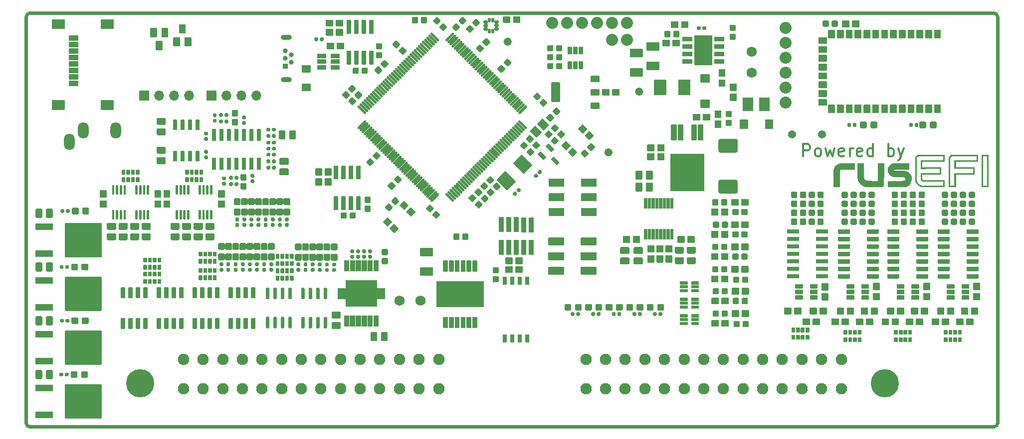
<source format=gts>
G04 #@! TF.GenerationSoftware,KiCad,Pcbnew,(5.1.10)-1*
G04 #@! TF.CreationDate,2021-08-17T11:35:41-05:00*
G04 #@! TF.ProjectId,Proteus_Little,50726f74-6575-4735-9f4c-6974746c652e,rev?*
G04 #@! TF.SameCoordinates,Original*
G04 #@! TF.FileFunction,Soldermask,Top*
G04 #@! TF.FilePolarity,Negative*
%FSLAX46Y46*%
G04 Gerber Fmt 4.6, Leading zero omitted, Abs format (unit mm)*
G04 Created by KiCad (PCBNEW (5.1.10)-1) date 2021-08-17 11:35:41*
%MOMM*%
%LPD*%
G01*
G04 APERTURE LIST*
%ADD10C,0.305816*%
%ADD11C,0.609600*%
%ADD12C,0.010000*%
%ADD13C,0.100000*%
%ADD14O,1.800000X2.800000*%
%ADD15O,1.700000X1.700000*%
%ADD16R,1.700000X1.700000*%
%ADD17R,0.840000X0.840000*%
%ADD18C,0.840000*%
%ADD19O,1.850000X0.850000*%
%ADD20R,0.700000X1.350000*%
%ADD21C,4.800000*%
%ADD22C,1.952400*%
%ADD23C,1.752600*%
%ADD24C,1.371600*%
%ADD25C,2.032000*%
G04 APERTURE END LIST*
D10*
X197949270Y-94173281D02*
X197949270Y-92098101D01*
X198739815Y-92098101D01*
X198937451Y-92196920D01*
X199036269Y-92295738D01*
X199135088Y-92493374D01*
X199135088Y-92789828D01*
X199036269Y-92987464D01*
X198937451Y-93086282D01*
X198739815Y-93185100D01*
X197949270Y-93185100D01*
X200320905Y-94173281D02*
X200123268Y-94074463D01*
X200024450Y-93975645D01*
X199925632Y-93778009D01*
X199925632Y-93185100D01*
X200024450Y-92987464D01*
X200123268Y-92888646D01*
X200320905Y-92789828D01*
X200617359Y-92789828D01*
X200814995Y-92888646D01*
X200913813Y-92987464D01*
X201012631Y-93185100D01*
X201012631Y-93778009D01*
X200913813Y-93975645D01*
X200814995Y-94074463D01*
X200617359Y-94173281D01*
X200320905Y-94173281D01*
X201704358Y-92789828D02*
X202099630Y-94173281D01*
X202494903Y-93185100D01*
X202890175Y-94173281D01*
X203285448Y-92789828D01*
X204866537Y-94074463D02*
X204668901Y-94173281D01*
X204273628Y-94173281D01*
X204075992Y-94074463D01*
X203977174Y-93876827D01*
X203977174Y-93086282D01*
X204075992Y-92888646D01*
X204273628Y-92789828D01*
X204668901Y-92789828D01*
X204866537Y-92888646D01*
X204965355Y-93086282D01*
X204965355Y-93283919D01*
X203977174Y-93481555D01*
X205854718Y-94173281D02*
X205854718Y-92789828D01*
X205854718Y-93185100D02*
X205953536Y-92987464D01*
X206052354Y-92888646D01*
X206249990Y-92789828D01*
X206447627Y-92789828D01*
X207929898Y-94074463D02*
X207732262Y-94173281D01*
X207336989Y-94173281D01*
X207139353Y-94074463D01*
X207040535Y-93876827D01*
X207040535Y-93086282D01*
X207139353Y-92888646D01*
X207336989Y-92789828D01*
X207732262Y-92789828D01*
X207929898Y-92888646D01*
X208028716Y-93086282D01*
X208028716Y-93283919D01*
X207040535Y-93481555D01*
X209807442Y-94173281D02*
X209807442Y-92098101D01*
X209807442Y-94074463D02*
X209609806Y-94173281D01*
X209214533Y-94173281D01*
X209016897Y-94074463D01*
X208918079Y-93975645D01*
X208819261Y-93778009D01*
X208819261Y-93185100D01*
X208918079Y-92987464D01*
X209016897Y-92888646D01*
X209214533Y-92789828D01*
X209609806Y-92789828D01*
X209807442Y-92888646D01*
X212376712Y-94173281D02*
X212376712Y-92098101D01*
X212376712Y-92888646D02*
X212574348Y-92789828D01*
X212969621Y-92789828D01*
X213167257Y-92888646D01*
X213266075Y-92987464D01*
X213364893Y-93185100D01*
X213364893Y-93778009D01*
X213266075Y-93975645D01*
X213167257Y-94074463D01*
X212969621Y-94173281D01*
X212574348Y-94173281D01*
X212376712Y-94074463D01*
X214056620Y-92789828D02*
X214550710Y-94173281D01*
X215044801Y-92789828D02*
X214550710Y-94173281D01*
X214353074Y-94667372D01*
X214254256Y-94766190D01*
X214056620Y-94865008D01*
D11*
X230331350Y-69824100D02*
X66691850Y-69824100D01*
X66056850Y-70459100D02*
G75*
G02*
X66691850Y-69824100I635000J0D01*
G01*
X66056850Y-70459100D02*
X66056850Y-139547100D01*
X66691850Y-140182100D02*
G75*
G02*
X66056850Y-139547100I0J635000D01*
G01*
X66691850Y-140182100D02*
X230331350Y-140182100D01*
X230966350Y-139547100D02*
G75*
G02*
X230331350Y-140182100I-635000J0D01*
G01*
X230966350Y-139547100D02*
X230966350Y-70459100D01*
X230331350Y-69824100D02*
G75*
G02*
X230966350Y-70459100I0J-635000D01*
G01*
D12*
G36*
X125560600Y-115272040D02*
G01*
X125560600Y-119675000D01*
X120257030Y-119675000D01*
X120257030Y-115272040D01*
X125560600Y-115272040D01*
G37*
X125560600Y-115272040D02*
X125560600Y-119675000D01*
X120257030Y-119675000D01*
X120257030Y-115272040D01*
X125560600Y-115272040D01*
G36*
X126910600Y-116574397D02*
G01*
X126910600Y-118375000D01*
X118907920Y-118375000D01*
X118907920Y-116574397D01*
X126910600Y-116574397D01*
G37*
X126910600Y-116574397D02*
X126910600Y-118375000D01*
X118907920Y-118375000D01*
X118907920Y-116574397D01*
X126910600Y-116574397D01*
G36*
X125810600Y-111864950D02*
G01*
X125810600Y-113675000D01*
X125014370Y-113675000D01*
X125014370Y-111864950D01*
X125810600Y-111864950D01*
G37*
X125810600Y-111864950D02*
X125810600Y-113675000D01*
X125014370Y-113675000D01*
X125014370Y-111864950D01*
X125810600Y-111864950D01*
G36*
X124810600Y-111866430D02*
G01*
X124810600Y-113675000D01*
X124012280Y-113675000D01*
X124012280Y-111866430D01*
X124810600Y-111866430D01*
G37*
X124810600Y-111866430D02*
X124810600Y-113675000D01*
X124012280Y-113675000D01*
X124012280Y-111866430D01*
X124810600Y-111866430D01*
G36*
X123810600Y-111864820D02*
G01*
X123810600Y-113675000D01*
X123010782Y-113675000D01*
X123010782Y-111864820D01*
X123810600Y-111864820D01*
G37*
X123810600Y-111864820D02*
X123810600Y-113675000D01*
X123010782Y-113675000D01*
X123010782Y-111864820D01*
X123810600Y-111864820D01*
G36*
X122810600Y-111865230D02*
G01*
X122810600Y-113675000D01*
X122009029Y-113675000D01*
X122009029Y-111865230D01*
X122810600Y-111865230D01*
G37*
X122810600Y-111865230D02*
X122810600Y-113675000D01*
X122009029Y-113675000D01*
X122009029Y-111865230D01*
X122810600Y-111865230D01*
G36*
X121810600Y-111869350D02*
G01*
X121810600Y-113675000D01*
X121008680Y-113675000D01*
X121008680Y-111869350D01*
X121810600Y-111869350D01*
G37*
X121810600Y-111869350D02*
X121810600Y-113675000D01*
X121008680Y-113675000D01*
X121008680Y-111869350D01*
X121810600Y-111869350D01*
G36*
X120810600Y-111866540D02*
G01*
X120810600Y-113675000D01*
X120006220Y-113675000D01*
X120006220Y-111866540D01*
X120810600Y-111866540D01*
G37*
X120810600Y-111866540D02*
X120810600Y-113675000D01*
X120006220Y-113675000D01*
X120006220Y-111866540D01*
X120810600Y-111866540D01*
G36*
X120810600Y-121281660D02*
G01*
X120810600Y-123075000D01*
X120005510Y-123075000D01*
X120005510Y-121281660D01*
X120810600Y-121281660D01*
G37*
X120810600Y-121281660D02*
X120810600Y-123075000D01*
X120005510Y-123075000D01*
X120005510Y-121281660D01*
X120810600Y-121281660D01*
G36*
X121810600Y-121282050D02*
G01*
X121810600Y-123075000D01*
X121007070Y-123075000D01*
X121007070Y-121282050D01*
X121810600Y-121282050D01*
G37*
X121810600Y-121282050D02*
X121810600Y-123075000D01*
X121007070Y-123075000D01*
X121007070Y-121282050D01*
X121810600Y-121282050D01*
G36*
X122810600Y-121281250D02*
G01*
X122810600Y-123075000D01*
X122009119Y-123075000D01*
X122009119Y-121281250D01*
X122810600Y-121281250D01*
G37*
X122810600Y-121281250D02*
X122810600Y-123075000D01*
X122009119Y-123075000D01*
X122009119Y-121281250D01*
X122810600Y-121281250D01*
G36*
X123810600Y-121281560D02*
G01*
X123810600Y-123075000D01*
X123010773Y-123075000D01*
X123010773Y-121281560D01*
X123810600Y-121281560D01*
G37*
X123810600Y-121281560D02*
X123810600Y-123075000D01*
X123010773Y-123075000D01*
X123010773Y-121281560D01*
X123810600Y-121281560D01*
G36*
X124810600Y-121276240D02*
G01*
X124810600Y-123075000D01*
X124010960Y-123075000D01*
X124010960Y-121276240D01*
X124810600Y-121276240D01*
G37*
X124810600Y-121276240D02*
X124810600Y-123075000D01*
X124010960Y-123075000D01*
X124010960Y-121276240D01*
X124810600Y-121276240D01*
G36*
X125810600Y-121275330D02*
G01*
X125810600Y-123075000D01*
X125010780Y-123075000D01*
X125010780Y-121275330D01*
X125810600Y-121275330D01*
G37*
X125810600Y-121275330D02*
X125810600Y-123075000D01*
X125010780Y-123075000D01*
X125010780Y-121275330D01*
X125810600Y-121275330D01*
G36*
X229346760Y-99356333D02*
G01*
X228195294Y-99356333D01*
X228195294Y-94107000D01*
X228364627Y-94107000D01*
X228364627Y-96624422D01*
X228364923Y-97031362D01*
X228365781Y-97418506D01*
X228367153Y-97780533D01*
X228368992Y-98112121D01*
X228371250Y-98407947D01*
X228373880Y-98662691D01*
X228376835Y-98871029D01*
X228380068Y-99027640D01*
X228383531Y-99127202D01*
X228387177Y-99164392D01*
X228387205Y-99164422D01*
X228428388Y-99173616D01*
X228522373Y-99181007D01*
X228654231Y-99185727D01*
X228776671Y-99187000D01*
X229143560Y-99187000D01*
X229143560Y-94107000D01*
X228364627Y-94107000D01*
X228195294Y-94107000D01*
X228195294Y-93903800D01*
X229346760Y-93903800D01*
X229346760Y-99356333D01*
G37*
X229346760Y-99356333D02*
X228195294Y-99356333D01*
X228195294Y-94107000D01*
X228364627Y-94107000D01*
X228364627Y-96624422D01*
X228364923Y-97031362D01*
X228365781Y-97418506D01*
X228367153Y-97780533D01*
X228368992Y-98112121D01*
X228371250Y-98407947D01*
X228373880Y-98662691D01*
X228376835Y-98871029D01*
X228380068Y-99027640D01*
X228383531Y-99127202D01*
X228387177Y-99164392D01*
X228387205Y-99164422D01*
X228428388Y-99173616D01*
X228522373Y-99181007D01*
X228654231Y-99185727D01*
X228776671Y-99187000D01*
X229143560Y-99187000D01*
X229143560Y-94107000D01*
X228364627Y-94107000D01*
X228195294Y-94107000D01*
X228195294Y-93903800D01*
X229346760Y-93903800D01*
X229346760Y-99356333D01*
G36*
X227585694Y-95055267D02*
G01*
X223792627Y-95055267D01*
X223792627Y-96071267D01*
X226976094Y-96071267D01*
X226976094Y-97222733D01*
X223792627Y-97222733D01*
X223792627Y-99356333D01*
X222641160Y-99356333D01*
X222642271Y-94337293D01*
X222844360Y-94337293D01*
X222844360Y-99187000D01*
X223589427Y-99187000D01*
X223589427Y-97019533D01*
X226772894Y-97019533D01*
X226772894Y-96240600D01*
X223589427Y-96240600D01*
X223589427Y-94852067D01*
X227416360Y-94852067D01*
X227416360Y-94107000D01*
X223074654Y-94107000D01*
X222959507Y-94222146D01*
X222844360Y-94337293D01*
X222642271Y-94337293D01*
X222642274Y-94327133D01*
X222718057Y-94191667D01*
X222834294Y-94052243D01*
X222944809Y-93980000D01*
X223095779Y-93903800D01*
X227585694Y-93903800D01*
X227585694Y-95055267D01*
G37*
X227585694Y-95055267D02*
X223792627Y-95055267D01*
X223792627Y-96071267D01*
X226976094Y-96071267D01*
X226976094Y-97222733D01*
X223792627Y-97222733D01*
X223792627Y-99356333D01*
X222641160Y-99356333D01*
X222642271Y-94337293D01*
X222844360Y-94337293D01*
X222844360Y-99187000D01*
X223589427Y-99187000D01*
X223589427Y-97019533D01*
X226772894Y-97019533D01*
X226772894Y-96240600D01*
X223589427Y-96240600D01*
X223589427Y-94852067D01*
X227416360Y-94852067D01*
X227416360Y-94107000D01*
X223074654Y-94107000D01*
X222959507Y-94222146D01*
X222844360Y-94337293D01*
X222642271Y-94337293D01*
X222642274Y-94327133D01*
X222718057Y-94191667D01*
X222834294Y-94052243D01*
X222944809Y-93980000D01*
X223095779Y-93903800D01*
X227585694Y-93903800D01*
X227585694Y-95055267D01*
G36*
X221896094Y-95055267D02*
G01*
X218103027Y-95055267D01*
X218103027Y-96071267D01*
X221286494Y-96071267D01*
X221286494Y-97222733D01*
X218103027Y-97222733D01*
X218103027Y-97638531D01*
X218105159Y-97830034D01*
X218112394Y-97965613D01*
X218125988Y-98056968D01*
X218147196Y-98115799D01*
X218155747Y-98129598D01*
X218208468Y-98204867D01*
X221896094Y-98204867D01*
X221896094Y-99356333D01*
X219991094Y-99354068D01*
X219551246Y-99353153D01*
X219174832Y-99351472D01*
X218857557Y-99348928D01*
X218595125Y-99345427D01*
X218383241Y-99340874D01*
X218217609Y-99335172D01*
X218093934Y-99328227D01*
X218007919Y-99319945D01*
X217955269Y-99310228D01*
X217950627Y-99308847D01*
X217661070Y-99184958D01*
X217413676Y-99012574D01*
X217213564Y-98796746D01*
X217065857Y-98542524D01*
X217005349Y-98376520D01*
X216993681Y-98329228D01*
X216983797Y-98269880D01*
X216975558Y-98192931D01*
X216968823Y-98092835D01*
X216963455Y-97964047D01*
X216959312Y-97801023D01*
X216956257Y-97598218D01*
X216954148Y-97350087D01*
X216952848Y-97051084D01*
X216952215Y-96695666D01*
X216952112Y-96278286D01*
X216952117Y-96259853D01*
X216952321Y-95549208D01*
X217159785Y-95549208D01*
X217160481Y-95942306D01*
X217162163Y-96360250D01*
X217164207Y-96773945D01*
X217166151Y-97125450D01*
X217168222Y-97420308D01*
X217170643Y-97664062D01*
X217173639Y-97862255D01*
X217177436Y-98020430D01*
X217182257Y-98144130D01*
X217188328Y-98238897D01*
X217195873Y-98310275D01*
X217205117Y-98363806D01*
X217216285Y-98405033D01*
X217229602Y-98439500D01*
X217245292Y-98472748D01*
X217248055Y-98478359D01*
X217400797Y-98713892D01*
X217602673Y-98908442D01*
X217844079Y-99054751D01*
X218115409Y-99145561D01*
X218136893Y-99149971D01*
X218200327Y-99155760D01*
X218324331Y-99160986D01*
X218501747Y-99165553D01*
X218725413Y-99169364D01*
X218988170Y-99172323D01*
X219282858Y-99174335D01*
X219602315Y-99175304D01*
X219939382Y-99175132D01*
X219999560Y-99174978D01*
X221709827Y-99170067D01*
X221728979Y-98408067D01*
X219975269Y-98407567D01*
X219558911Y-98407050D01*
X219205864Y-98405685D01*
X218911709Y-98403369D01*
X218672028Y-98400000D01*
X218482401Y-98395474D01*
X218338411Y-98389689D01*
X218235639Y-98382541D01*
X218169666Y-98373927D01*
X218137910Y-98364741D01*
X218063776Y-98308504D01*
X217988787Y-98224439D01*
X217977043Y-98207831D01*
X217947819Y-98160300D01*
X217927055Y-98110337D01*
X217913316Y-98045837D01*
X217905167Y-97954690D01*
X217901172Y-97824788D01*
X217899897Y-97644026D01*
X217899827Y-97556392D01*
X217899827Y-97019533D01*
X221083294Y-97019533D01*
X221083294Y-96238668D01*
X219491548Y-96248101D01*
X217899803Y-96257533D01*
X217899827Y-94852067D01*
X221726760Y-94852067D01*
X221726760Y-94107000D01*
X219574545Y-94107000D01*
X219124074Y-94107008D01*
X218736436Y-94107301D01*
X218406729Y-94108277D01*
X218130052Y-94110336D01*
X217901504Y-94113877D01*
X217716184Y-94119301D01*
X217569191Y-94127007D01*
X217455625Y-94137395D01*
X217370583Y-94150863D01*
X217309166Y-94167813D01*
X217266471Y-94188643D01*
X217237599Y-94213754D01*
X217217648Y-94243544D01*
X217201716Y-94278414D01*
X217192333Y-94301253D01*
X217183306Y-94343459D01*
X217175826Y-94425061D01*
X217169840Y-94549635D01*
X217165295Y-94720760D01*
X217162139Y-94942012D01*
X217160320Y-95216969D01*
X217159785Y-95549208D01*
X216952321Y-95549208D01*
X216952674Y-94327133D01*
X217028457Y-94191667D01*
X217144694Y-94052243D01*
X217255209Y-93980000D01*
X217406179Y-93903800D01*
X221896094Y-93903800D01*
X221896094Y-95055267D01*
G37*
X221896094Y-95055267D02*
X218103027Y-95055267D01*
X218103027Y-96071267D01*
X221286494Y-96071267D01*
X221286494Y-97222733D01*
X218103027Y-97222733D01*
X218103027Y-97638531D01*
X218105159Y-97830034D01*
X218112394Y-97965613D01*
X218125988Y-98056968D01*
X218147196Y-98115799D01*
X218155747Y-98129598D01*
X218208468Y-98204867D01*
X221896094Y-98204867D01*
X221896094Y-99356333D01*
X219991094Y-99354068D01*
X219551246Y-99353153D01*
X219174832Y-99351472D01*
X218857557Y-99348928D01*
X218595125Y-99345427D01*
X218383241Y-99340874D01*
X218217609Y-99335172D01*
X218093934Y-99328227D01*
X218007919Y-99319945D01*
X217955269Y-99310228D01*
X217950627Y-99308847D01*
X217661070Y-99184958D01*
X217413676Y-99012574D01*
X217213564Y-98796746D01*
X217065857Y-98542524D01*
X217005349Y-98376520D01*
X216993681Y-98329228D01*
X216983797Y-98269880D01*
X216975558Y-98192931D01*
X216968823Y-98092835D01*
X216963455Y-97964047D01*
X216959312Y-97801023D01*
X216956257Y-97598218D01*
X216954148Y-97350087D01*
X216952848Y-97051084D01*
X216952215Y-96695666D01*
X216952112Y-96278286D01*
X216952117Y-96259853D01*
X216952321Y-95549208D01*
X217159785Y-95549208D01*
X217160481Y-95942306D01*
X217162163Y-96360250D01*
X217164207Y-96773945D01*
X217166151Y-97125450D01*
X217168222Y-97420308D01*
X217170643Y-97664062D01*
X217173639Y-97862255D01*
X217177436Y-98020430D01*
X217182257Y-98144130D01*
X217188328Y-98238897D01*
X217195873Y-98310275D01*
X217205117Y-98363806D01*
X217216285Y-98405033D01*
X217229602Y-98439500D01*
X217245292Y-98472748D01*
X217248055Y-98478359D01*
X217400797Y-98713892D01*
X217602673Y-98908442D01*
X217844079Y-99054751D01*
X218115409Y-99145561D01*
X218136893Y-99149971D01*
X218200327Y-99155760D01*
X218324331Y-99160986D01*
X218501747Y-99165553D01*
X218725413Y-99169364D01*
X218988170Y-99172323D01*
X219282858Y-99174335D01*
X219602315Y-99175304D01*
X219939382Y-99175132D01*
X219999560Y-99174978D01*
X221709827Y-99170067D01*
X221728979Y-98408067D01*
X219975269Y-98407567D01*
X219558911Y-98407050D01*
X219205864Y-98405685D01*
X218911709Y-98403369D01*
X218672028Y-98400000D01*
X218482401Y-98395474D01*
X218338411Y-98389689D01*
X218235639Y-98382541D01*
X218169666Y-98373927D01*
X218137910Y-98364741D01*
X218063776Y-98308504D01*
X217988787Y-98224439D01*
X217977043Y-98207831D01*
X217947819Y-98160300D01*
X217927055Y-98110337D01*
X217913316Y-98045837D01*
X217905167Y-97954690D01*
X217901172Y-97824788D01*
X217899897Y-97644026D01*
X217899827Y-97556392D01*
X217899827Y-97019533D01*
X221083294Y-97019533D01*
X221083294Y-96238668D01*
X219491548Y-96248101D01*
X217899803Y-96257533D01*
X217899827Y-94852067D01*
X221726760Y-94852067D01*
X221726760Y-94107000D01*
X219574545Y-94107000D01*
X219124074Y-94107008D01*
X218736436Y-94107301D01*
X218406729Y-94108277D01*
X218130052Y-94110336D01*
X217901504Y-94113877D01*
X217716184Y-94119301D01*
X217569191Y-94127007D01*
X217455625Y-94137395D01*
X217370583Y-94150863D01*
X217309166Y-94167813D01*
X217266471Y-94188643D01*
X217237599Y-94213754D01*
X217217648Y-94243544D01*
X217201716Y-94278414D01*
X217192333Y-94301253D01*
X217183306Y-94343459D01*
X217175826Y-94425061D01*
X217169840Y-94549635D01*
X217165295Y-94720760D01*
X217162139Y-94942012D01*
X217160320Y-95216969D01*
X217159785Y-95549208D01*
X216952321Y-95549208D01*
X216952674Y-94327133D01*
X217028457Y-94191667D01*
X217144694Y-94052243D01*
X217255209Y-93980000D01*
X217406179Y-93903800D01*
X221896094Y-93903800D01*
X221896094Y-95055267D01*
G36*
X215833960Y-96342200D02*
G01*
X214657094Y-96342662D01*
X214378390Y-96343336D01*
X214118930Y-96345042D01*
X213887075Y-96347641D01*
X213691182Y-96350997D01*
X213539611Y-96354972D01*
X213440722Y-96359429D01*
X213405148Y-96363252D01*
X213330542Y-96412557D01*
X213304760Y-96495341D01*
X213327142Y-96577987D01*
X213340751Y-96598812D01*
X213361875Y-96614965D01*
X213398467Y-96627039D01*
X213458478Y-96635625D01*
X213549861Y-96641317D01*
X213680568Y-96644707D01*
X213858550Y-96646387D01*
X214091761Y-96646951D01*
X214253236Y-96647000D01*
X214548932Y-96647929D01*
X214785653Y-96650999D01*
X214972138Y-96656628D01*
X215117123Y-96665238D01*
X215229346Y-96677249D01*
X215317545Y-96693082D01*
X215343910Y-96699487D01*
X215614895Y-96803041D01*
X215847545Y-96959422D01*
X216037305Y-97162747D01*
X216179621Y-97407136D01*
X216269939Y-97686707D01*
X216301937Y-97936676D01*
X216294690Y-98231381D01*
X216240142Y-98488506D01*
X216134724Y-98722192D01*
X216083055Y-98804159D01*
X215956390Y-98964832D01*
X215810318Y-99093108D01*
X215624762Y-99205323D01*
X215537135Y-99248366D01*
X215342894Y-99339400D01*
X212345694Y-99358994D01*
X212345694Y-98374200D01*
X213702042Y-98374200D01*
X214060491Y-98374021D01*
X214357403Y-98372959D01*
X214598971Y-98370227D01*
X214791390Y-98365036D01*
X214940857Y-98356598D01*
X215053565Y-98344127D01*
X215135710Y-98326833D01*
X215193487Y-98303929D01*
X215233091Y-98274627D01*
X215260716Y-98238139D01*
X215282559Y-98193678D01*
X215291664Y-98172038D01*
X215320094Y-98030460D01*
X215299195Y-97886931D01*
X215233930Y-97766725D01*
X215206682Y-97739200D01*
X215177118Y-97715360D01*
X215144398Y-97697090D01*
X215099696Y-97683647D01*
X215034182Y-97674285D01*
X214939032Y-97668263D01*
X214805415Y-97664834D01*
X214624507Y-97663255D01*
X214387478Y-97662783D01*
X214299605Y-97662744D01*
X214056198Y-97661182D01*
X213822343Y-97656942D01*
X213610846Y-97650466D01*
X213434516Y-97642196D01*
X213306157Y-97632572D01*
X213261115Y-97626939D01*
X212989503Y-97552090D01*
X212757179Y-97422066D01*
X212564183Y-97236900D01*
X212410556Y-96996620D01*
X212407403Y-96990277D01*
X212355717Y-96833703D01*
X212328166Y-96637857D01*
X212324886Y-96426807D01*
X212346013Y-96224621D01*
X212391684Y-96055366D01*
X212401968Y-96031450D01*
X212539530Y-95810456D01*
X212727709Y-95621905D01*
X212951787Y-95480381D01*
X212963846Y-95474720D01*
X213175427Y-95377000D01*
X214504694Y-95367059D01*
X215833960Y-95357117D01*
X215833960Y-96342200D01*
G37*
X215833960Y-96342200D02*
X214657094Y-96342662D01*
X214378390Y-96343336D01*
X214118930Y-96345042D01*
X213887075Y-96347641D01*
X213691182Y-96350997D01*
X213539611Y-96354972D01*
X213440722Y-96359429D01*
X213405148Y-96363252D01*
X213330542Y-96412557D01*
X213304760Y-96495341D01*
X213327142Y-96577987D01*
X213340751Y-96598812D01*
X213361875Y-96614965D01*
X213398467Y-96627039D01*
X213458478Y-96635625D01*
X213549861Y-96641317D01*
X213680568Y-96644707D01*
X213858550Y-96646387D01*
X214091761Y-96646951D01*
X214253236Y-96647000D01*
X214548932Y-96647929D01*
X214785653Y-96650999D01*
X214972138Y-96656628D01*
X215117123Y-96665238D01*
X215229346Y-96677249D01*
X215317545Y-96693082D01*
X215343910Y-96699487D01*
X215614895Y-96803041D01*
X215847545Y-96959422D01*
X216037305Y-97162747D01*
X216179621Y-97407136D01*
X216269939Y-97686707D01*
X216301937Y-97936676D01*
X216294690Y-98231381D01*
X216240142Y-98488506D01*
X216134724Y-98722192D01*
X216083055Y-98804159D01*
X215956390Y-98964832D01*
X215810318Y-99093108D01*
X215624762Y-99205323D01*
X215537135Y-99248366D01*
X215342894Y-99339400D01*
X212345694Y-99358994D01*
X212345694Y-98374200D01*
X213702042Y-98374200D01*
X214060491Y-98374021D01*
X214357403Y-98372959D01*
X214598971Y-98370227D01*
X214791390Y-98365036D01*
X214940857Y-98356598D01*
X215053565Y-98344127D01*
X215135710Y-98326833D01*
X215193487Y-98303929D01*
X215233091Y-98274627D01*
X215260716Y-98238139D01*
X215282559Y-98193678D01*
X215291664Y-98172038D01*
X215320094Y-98030460D01*
X215299195Y-97886931D01*
X215233930Y-97766725D01*
X215206682Y-97739200D01*
X215177118Y-97715360D01*
X215144398Y-97697090D01*
X215099696Y-97683647D01*
X215034182Y-97674285D01*
X214939032Y-97668263D01*
X214805415Y-97664834D01*
X214624507Y-97663255D01*
X214387478Y-97662783D01*
X214299605Y-97662744D01*
X214056198Y-97661182D01*
X213822343Y-97656942D01*
X213610846Y-97650466D01*
X213434516Y-97642196D01*
X213306157Y-97632572D01*
X213261115Y-97626939D01*
X212989503Y-97552090D01*
X212757179Y-97422066D01*
X212564183Y-97236900D01*
X212410556Y-96996620D01*
X212407403Y-96990277D01*
X212355717Y-96833703D01*
X212328166Y-96637857D01*
X212324886Y-96426807D01*
X212346013Y-96224621D01*
X212391684Y-96055366D01*
X212401968Y-96031450D01*
X212539530Y-95810456D01*
X212727709Y-95621905D01*
X212951787Y-95480381D01*
X212963846Y-95474720D01*
X213175427Y-95377000D01*
X214504694Y-95367059D01*
X215833960Y-95357117D01*
X215833960Y-96342200D01*
G36*
X208146227Y-96476000D02*
G01*
X208147381Y-96791515D01*
X208150709Y-97075814D01*
X208156008Y-97321710D01*
X208163073Y-97522013D01*
X208171703Y-97669535D01*
X208181695Y-97757087D01*
X208182532Y-97761218D01*
X208255780Y-97961556D01*
X208377868Y-98135807D01*
X208535767Y-98266086D01*
X208560640Y-98280147D01*
X208605969Y-98302943D01*
X208652368Y-98320874D01*
X208708461Y-98334635D01*
X208782875Y-98344924D01*
X208884235Y-98352436D01*
X209021167Y-98357868D01*
X209202296Y-98361917D01*
X209436248Y-98365280D01*
X209644827Y-98367695D01*
X210584627Y-98378124D01*
X210584627Y-95360066D01*
X211600627Y-95360066D01*
X211600627Y-97156088D01*
X211600586Y-97566828D01*
X211600106Y-97915442D01*
X211598653Y-98207537D01*
X211595691Y-98448720D01*
X211590685Y-98644598D01*
X211583101Y-98800778D01*
X211572403Y-98922868D01*
X211558057Y-99016473D01*
X211539527Y-99087202D01*
X211516278Y-99140661D01*
X211487776Y-99182458D01*
X211453486Y-99218199D01*
X211412872Y-99253492D01*
X211399433Y-99264781D01*
X211290630Y-99356333D01*
X209963962Y-99354104D01*
X209605751Y-99352989D01*
X209308860Y-99350810D01*
X209066881Y-99347350D01*
X208873406Y-99342392D01*
X208722025Y-99335718D01*
X208606332Y-99327109D01*
X208519918Y-99316348D01*
X208456374Y-99303217D01*
X208454831Y-99302805D01*
X208134053Y-99182738D01*
X207846980Y-99006904D01*
X207600131Y-98781209D01*
X207400022Y-98511560D01*
X207258777Y-98219066D01*
X207239805Y-98165766D01*
X207224238Y-98112379D01*
X207211667Y-98051668D01*
X207201678Y-97976399D01*
X207193862Y-97879333D01*
X207187807Y-97753236D01*
X207183101Y-97590871D01*
X207179333Y-97385003D01*
X207176093Y-97128394D01*
X207172968Y-96813809D01*
X207171831Y-96689333D01*
X207159832Y-95360066D01*
X208146227Y-95360066D01*
X208146227Y-96476000D01*
G37*
X208146227Y-96476000D02*
X208147381Y-96791515D01*
X208150709Y-97075814D01*
X208156008Y-97321710D01*
X208163073Y-97522013D01*
X208171703Y-97669535D01*
X208181695Y-97757087D01*
X208182532Y-97761218D01*
X208255780Y-97961556D01*
X208377868Y-98135807D01*
X208535767Y-98266086D01*
X208560640Y-98280147D01*
X208605969Y-98302943D01*
X208652368Y-98320874D01*
X208708461Y-98334635D01*
X208782875Y-98344924D01*
X208884235Y-98352436D01*
X209021167Y-98357868D01*
X209202296Y-98361917D01*
X209436248Y-98365280D01*
X209644827Y-98367695D01*
X210584627Y-98378124D01*
X210584627Y-95360066D01*
X211600627Y-95360066D01*
X211600627Y-97156088D01*
X211600586Y-97566828D01*
X211600106Y-97915442D01*
X211598653Y-98207537D01*
X211595691Y-98448720D01*
X211590685Y-98644598D01*
X211583101Y-98800778D01*
X211572403Y-98922868D01*
X211558057Y-99016473D01*
X211539527Y-99087202D01*
X211516278Y-99140661D01*
X211487776Y-99182458D01*
X211453486Y-99218199D01*
X211412872Y-99253492D01*
X211399433Y-99264781D01*
X211290630Y-99356333D01*
X209963962Y-99354104D01*
X209605751Y-99352989D01*
X209308860Y-99350810D01*
X209066881Y-99347350D01*
X208873406Y-99342392D01*
X208722025Y-99335718D01*
X208606332Y-99327109D01*
X208519918Y-99316348D01*
X208456374Y-99303217D01*
X208454831Y-99302805D01*
X208134053Y-99182738D01*
X207846980Y-99006904D01*
X207600131Y-98781209D01*
X207400022Y-98511560D01*
X207258777Y-98219066D01*
X207239805Y-98165766D01*
X207224238Y-98112379D01*
X207211667Y-98051668D01*
X207201678Y-97976399D01*
X207193862Y-97879333D01*
X207187807Y-97753236D01*
X207183101Y-97590871D01*
X207179333Y-97385003D01*
X207176093Y-97128394D01*
X207172968Y-96813809D01*
X207171831Y-96689333D01*
X207159832Y-95360066D01*
X208146227Y-95360066D01*
X208146227Y-96476000D01*
G36*
X206656093Y-96342200D02*
G01*
X205563894Y-96342389D01*
X205259610Y-96343551D01*
X204986635Y-96346793D01*
X204752090Y-96351907D01*
X204563098Y-96358688D01*
X204426782Y-96366930D01*
X204350264Y-96376428D01*
X204345692Y-96377572D01*
X204291260Y-96392815D01*
X204246185Y-96409599D01*
X204209587Y-96433995D01*
X204180583Y-96472077D01*
X204158291Y-96529918D01*
X204141829Y-96613590D01*
X204130315Y-96729167D01*
X204122867Y-96882722D01*
X204118602Y-97080327D01*
X204116640Y-97328057D01*
X204116097Y-97631983D01*
X204116093Y-97958402D01*
X204116094Y-99356333D01*
X203100094Y-99356333D01*
X203100094Y-97969467D01*
X203101124Y-97564211D01*
X203104180Y-97214477D01*
X203109202Y-96922600D01*
X203116136Y-96690911D01*
X203124924Y-96521742D01*
X203135509Y-96417428D01*
X203138133Y-96403133D01*
X203230297Y-96118850D01*
X203376638Y-95874417D01*
X203574835Y-95672320D01*
X203822569Y-95515045D01*
X204051441Y-95424229D01*
X204112003Y-95407034D01*
X204176876Y-95393186D01*
X204253846Y-95382328D01*
X204350698Y-95374104D01*
X204475217Y-95368160D01*
X204635188Y-95364141D01*
X204838397Y-95361689D01*
X205092629Y-95360452D01*
X205405668Y-95360072D01*
X205456844Y-95360066D01*
X206656093Y-95360066D01*
X206656093Y-96342200D01*
G37*
X206656093Y-96342200D02*
X205563894Y-96342389D01*
X205259610Y-96343551D01*
X204986635Y-96346793D01*
X204752090Y-96351907D01*
X204563098Y-96358688D01*
X204426782Y-96366930D01*
X204350264Y-96376428D01*
X204345692Y-96377572D01*
X204291260Y-96392815D01*
X204246185Y-96409599D01*
X204209587Y-96433995D01*
X204180583Y-96472077D01*
X204158291Y-96529918D01*
X204141829Y-96613590D01*
X204130315Y-96729167D01*
X204122867Y-96882722D01*
X204118602Y-97080327D01*
X204116640Y-97328057D01*
X204116097Y-97631983D01*
X204116093Y-97958402D01*
X204116094Y-99356333D01*
X203100094Y-99356333D01*
X203100094Y-97969467D01*
X203101124Y-97564211D01*
X203104180Y-97214477D01*
X203109202Y-96922600D01*
X203116136Y-96690911D01*
X203124924Y-96521742D01*
X203135509Y-96417428D01*
X203138133Y-96403133D01*
X203230297Y-96118850D01*
X203376638Y-95874417D01*
X203574835Y-95672320D01*
X203822569Y-95515045D01*
X204051441Y-95424229D01*
X204112003Y-95407034D01*
X204176876Y-95393186D01*
X204253846Y-95382328D01*
X204350698Y-95374104D01*
X204475217Y-95368160D01*
X204635188Y-95364141D01*
X204838397Y-95361689D01*
X205092629Y-95360452D01*
X205405668Y-95360072D01*
X205456844Y-95360066D01*
X206656093Y-95360066D01*
X206656093Y-96342200D01*
D13*
G36*
X177512090Y-73838140D02*
G01*
X179102090Y-73838140D01*
X179152090Y-73888140D01*
X179152090Y-74528140D01*
X179102090Y-74578140D01*
X177512090Y-74578140D01*
X177462090Y-74528140D01*
X177462090Y-73888140D01*
X177512090Y-73838140D01*
G37*
G36*
X177512090Y-75108140D02*
G01*
X179102090Y-75108140D01*
X179152090Y-75158140D01*
X179152090Y-75798140D01*
X179102090Y-75848140D01*
X177512090Y-75848140D01*
X177462090Y-75798140D01*
X177462090Y-75158140D01*
X177512090Y-75108140D01*
G37*
G36*
X177512090Y-76378140D02*
G01*
X179102090Y-76378140D01*
X179152090Y-76428140D01*
X179152090Y-77068140D01*
X179102090Y-77118140D01*
X177512090Y-77118140D01*
X177462090Y-77068140D01*
X177462090Y-76428140D01*
X177512090Y-76378140D01*
G37*
G36*
X177512090Y-77648140D02*
G01*
X179102090Y-77648140D01*
X179152090Y-77698140D01*
X179152090Y-78338140D01*
X179102090Y-78388140D01*
X177512090Y-78388140D01*
X177462090Y-78338140D01*
X177462090Y-77698140D01*
X177512090Y-77648140D01*
G37*
G36*
X182912090Y-73838140D02*
G01*
X184502090Y-73838140D01*
X184552090Y-73888140D01*
X184552090Y-74528140D01*
X184502090Y-74578140D01*
X182912090Y-74578140D01*
X182862090Y-74528140D01*
X182862090Y-73888140D01*
X182912090Y-73838140D01*
G37*
G36*
X182912090Y-75108140D02*
G01*
X184502090Y-75108140D01*
X184552090Y-75158140D01*
X184552090Y-75798140D01*
X184502090Y-75848140D01*
X182912090Y-75848140D01*
X182862090Y-75798140D01*
X182862090Y-75158140D01*
X182912090Y-75108140D01*
G37*
G36*
X182912090Y-76378140D02*
G01*
X184502090Y-76378140D01*
X184552090Y-76428140D01*
X184552090Y-77068140D01*
X184502090Y-77118140D01*
X182912090Y-77118140D01*
X182862090Y-77068140D01*
X182862090Y-76428140D01*
X182912090Y-76378140D01*
G37*
G36*
X182912090Y-77648140D02*
G01*
X184502090Y-77648140D01*
X184552090Y-77698140D01*
X184552090Y-78338140D01*
X184502090Y-78388140D01*
X182912090Y-78388140D01*
X182862090Y-78338140D01*
X182862090Y-77698140D01*
X182912090Y-77648140D01*
G37*
G36*
X182362090Y-74413140D02*
G01*
X179652090Y-74413140D01*
X179652090Y-77813140D01*
X182362090Y-77813140D01*
X182362090Y-74413140D01*
G37*
D14*
X81285680Y-89734640D03*
X75785680Y-89734640D03*
X73385680Y-91734640D03*
G36*
G01*
X97356900Y-103303860D02*
X97556900Y-103303860D01*
G75*
G02*
X97656900Y-103403860I0J-100000D01*
G01*
X97656900Y-104828860D01*
G75*
G02*
X97556900Y-104928860I-100000J0D01*
G01*
X97356900Y-104928860D01*
G75*
G02*
X97256900Y-104828860I0J100000D01*
G01*
X97256900Y-103403860D01*
G75*
G02*
X97356900Y-103303860I100000J0D01*
G01*
G37*
G36*
G01*
X96706900Y-103303860D02*
X96906900Y-103303860D01*
G75*
G02*
X97006900Y-103403860I0J-100000D01*
G01*
X97006900Y-104828860D01*
G75*
G02*
X96906900Y-104928860I-100000J0D01*
G01*
X96706900Y-104928860D01*
G75*
G02*
X96606900Y-104828860I0J100000D01*
G01*
X96606900Y-103403860D01*
G75*
G02*
X96706900Y-103303860I100000J0D01*
G01*
G37*
G36*
G01*
X96056900Y-103303860D02*
X96256900Y-103303860D01*
G75*
G02*
X96356900Y-103403860I0J-100000D01*
G01*
X96356900Y-104828860D01*
G75*
G02*
X96256900Y-104928860I-100000J0D01*
G01*
X96056900Y-104928860D01*
G75*
G02*
X95956900Y-104828860I0J100000D01*
G01*
X95956900Y-103403860D01*
G75*
G02*
X96056900Y-103303860I100000J0D01*
G01*
G37*
G36*
G01*
X95406900Y-103303860D02*
X95606900Y-103303860D01*
G75*
G02*
X95706900Y-103403860I0J-100000D01*
G01*
X95706900Y-104828860D01*
G75*
G02*
X95606900Y-104928860I-100000J0D01*
G01*
X95406900Y-104928860D01*
G75*
G02*
X95306900Y-104828860I0J100000D01*
G01*
X95306900Y-103403860D01*
G75*
G02*
X95406900Y-103303860I100000J0D01*
G01*
G37*
G36*
G01*
X95406900Y-99078860D02*
X95606900Y-99078860D01*
G75*
G02*
X95706900Y-99178860I0J-100000D01*
G01*
X95706900Y-100603860D01*
G75*
G02*
X95606900Y-100703860I-100000J0D01*
G01*
X95406900Y-100703860D01*
G75*
G02*
X95306900Y-100603860I0J100000D01*
G01*
X95306900Y-99178860D01*
G75*
G02*
X95406900Y-99078860I100000J0D01*
G01*
G37*
G36*
G01*
X96056900Y-99078860D02*
X96256900Y-99078860D01*
G75*
G02*
X96356900Y-99178860I0J-100000D01*
G01*
X96356900Y-100603860D01*
G75*
G02*
X96256900Y-100703860I-100000J0D01*
G01*
X96056900Y-100703860D01*
G75*
G02*
X95956900Y-100603860I0J100000D01*
G01*
X95956900Y-99178860D01*
G75*
G02*
X96056900Y-99078860I100000J0D01*
G01*
G37*
G36*
G01*
X96706900Y-99078860D02*
X96906900Y-99078860D01*
G75*
G02*
X97006900Y-99178860I0J-100000D01*
G01*
X97006900Y-100603860D01*
G75*
G02*
X96906900Y-100703860I-100000J0D01*
G01*
X96706900Y-100703860D01*
G75*
G02*
X96606900Y-100603860I0J100000D01*
G01*
X96606900Y-99178860D01*
G75*
G02*
X96706900Y-99078860I100000J0D01*
G01*
G37*
G36*
G01*
X97356900Y-99078860D02*
X97556900Y-99078860D01*
G75*
G02*
X97656900Y-99178860I0J-100000D01*
G01*
X97656900Y-100603860D01*
G75*
G02*
X97556900Y-100703860I-100000J0D01*
G01*
X97356900Y-100703860D01*
G75*
G02*
X97256900Y-100603860I0J100000D01*
G01*
X97256900Y-99178860D01*
G75*
G02*
X97356900Y-99078860I100000J0D01*
G01*
G37*
G36*
G01*
X93475780Y-103303860D02*
X93675780Y-103303860D01*
G75*
G02*
X93775780Y-103403860I0J-100000D01*
G01*
X93775780Y-104828860D01*
G75*
G02*
X93675780Y-104928860I-100000J0D01*
G01*
X93475780Y-104928860D01*
G75*
G02*
X93375780Y-104828860I0J100000D01*
G01*
X93375780Y-103403860D01*
G75*
G02*
X93475780Y-103303860I100000J0D01*
G01*
G37*
G36*
G01*
X92825780Y-103303860D02*
X93025780Y-103303860D01*
G75*
G02*
X93125780Y-103403860I0J-100000D01*
G01*
X93125780Y-104828860D01*
G75*
G02*
X93025780Y-104928860I-100000J0D01*
G01*
X92825780Y-104928860D01*
G75*
G02*
X92725780Y-104828860I0J100000D01*
G01*
X92725780Y-103403860D01*
G75*
G02*
X92825780Y-103303860I100000J0D01*
G01*
G37*
G36*
G01*
X92175780Y-103303860D02*
X92375780Y-103303860D01*
G75*
G02*
X92475780Y-103403860I0J-100000D01*
G01*
X92475780Y-104828860D01*
G75*
G02*
X92375780Y-104928860I-100000J0D01*
G01*
X92175780Y-104928860D01*
G75*
G02*
X92075780Y-104828860I0J100000D01*
G01*
X92075780Y-103403860D01*
G75*
G02*
X92175780Y-103303860I100000J0D01*
G01*
G37*
G36*
G01*
X91525780Y-103303860D02*
X91725780Y-103303860D01*
G75*
G02*
X91825780Y-103403860I0J-100000D01*
G01*
X91825780Y-104828860D01*
G75*
G02*
X91725780Y-104928860I-100000J0D01*
G01*
X91525780Y-104928860D01*
G75*
G02*
X91425780Y-104828860I0J100000D01*
G01*
X91425780Y-103403860D01*
G75*
G02*
X91525780Y-103303860I100000J0D01*
G01*
G37*
G36*
G01*
X91525780Y-99078860D02*
X91725780Y-99078860D01*
G75*
G02*
X91825780Y-99178860I0J-100000D01*
G01*
X91825780Y-100603860D01*
G75*
G02*
X91725780Y-100703860I-100000J0D01*
G01*
X91525780Y-100703860D01*
G75*
G02*
X91425780Y-100603860I0J100000D01*
G01*
X91425780Y-99178860D01*
G75*
G02*
X91525780Y-99078860I100000J0D01*
G01*
G37*
G36*
G01*
X92175780Y-99078860D02*
X92375780Y-99078860D01*
G75*
G02*
X92475780Y-99178860I0J-100000D01*
G01*
X92475780Y-100603860D01*
G75*
G02*
X92375780Y-100703860I-100000J0D01*
G01*
X92175780Y-100703860D01*
G75*
G02*
X92075780Y-100603860I0J100000D01*
G01*
X92075780Y-99178860D01*
G75*
G02*
X92175780Y-99078860I100000J0D01*
G01*
G37*
G36*
G01*
X92825780Y-99078860D02*
X93025780Y-99078860D01*
G75*
G02*
X93125780Y-99178860I0J-100000D01*
G01*
X93125780Y-100603860D01*
G75*
G02*
X93025780Y-100703860I-100000J0D01*
G01*
X92825780Y-100703860D01*
G75*
G02*
X92725780Y-100603860I0J100000D01*
G01*
X92725780Y-99178860D01*
G75*
G02*
X92825780Y-99078860I100000J0D01*
G01*
G37*
G36*
G01*
X93475780Y-99078860D02*
X93675780Y-99078860D01*
G75*
G02*
X93775780Y-99178860I0J-100000D01*
G01*
X93775780Y-100603860D01*
G75*
G02*
X93675780Y-100703860I-100000J0D01*
G01*
X93475780Y-100703860D01*
G75*
G02*
X93375780Y-100603860I0J100000D01*
G01*
X93375780Y-99178860D01*
G75*
G02*
X93475780Y-99078860I100000J0D01*
G01*
G37*
G36*
G01*
X86633020Y-103308940D02*
X86833020Y-103308940D01*
G75*
G02*
X86933020Y-103408940I0J-100000D01*
G01*
X86933020Y-104833940D01*
G75*
G02*
X86833020Y-104933940I-100000J0D01*
G01*
X86633020Y-104933940D01*
G75*
G02*
X86533020Y-104833940I0J100000D01*
G01*
X86533020Y-103408940D01*
G75*
G02*
X86633020Y-103308940I100000J0D01*
G01*
G37*
G36*
G01*
X85983020Y-103308940D02*
X86183020Y-103308940D01*
G75*
G02*
X86283020Y-103408940I0J-100000D01*
G01*
X86283020Y-104833940D01*
G75*
G02*
X86183020Y-104933940I-100000J0D01*
G01*
X85983020Y-104933940D01*
G75*
G02*
X85883020Y-104833940I0J100000D01*
G01*
X85883020Y-103408940D01*
G75*
G02*
X85983020Y-103308940I100000J0D01*
G01*
G37*
G36*
G01*
X85333020Y-103308940D02*
X85533020Y-103308940D01*
G75*
G02*
X85633020Y-103408940I0J-100000D01*
G01*
X85633020Y-104833940D01*
G75*
G02*
X85533020Y-104933940I-100000J0D01*
G01*
X85333020Y-104933940D01*
G75*
G02*
X85233020Y-104833940I0J100000D01*
G01*
X85233020Y-103408940D01*
G75*
G02*
X85333020Y-103308940I100000J0D01*
G01*
G37*
G36*
G01*
X84683020Y-103308940D02*
X84883020Y-103308940D01*
G75*
G02*
X84983020Y-103408940I0J-100000D01*
G01*
X84983020Y-104833940D01*
G75*
G02*
X84883020Y-104933940I-100000J0D01*
G01*
X84683020Y-104933940D01*
G75*
G02*
X84583020Y-104833940I0J100000D01*
G01*
X84583020Y-103408940D01*
G75*
G02*
X84683020Y-103308940I100000J0D01*
G01*
G37*
G36*
G01*
X84683020Y-99083940D02*
X84883020Y-99083940D01*
G75*
G02*
X84983020Y-99183940I0J-100000D01*
G01*
X84983020Y-100608940D01*
G75*
G02*
X84883020Y-100708940I-100000J0D01*
G01*
X84683020Y-100708940D01*
G75*
G02*
X84583020Y-100608940I0J100000D01*
G01*
X84583020Y-99183940D01*
G75*
G02*
X84683020Y-99083940I100000J0D01*
G01*
G37*
G36*
G01*
X85333020Y-99083940D02*
X85533020Y-99083940D01*
G75*
G02*
X85633020Y-99183940I0J-100000D01*
G01*
X85633020Y-100608940D01*
G75*
G02*
X85533020Y-100708940I-100000J0D01*
G01*
X85333020Y-100708940D01*
G75*
G02*
X85233020Y-100608940I0J100000D01*
G01*
X85233020Y-99183940D01*
G75*
G02*
X85333020Y-99083940I100000J0D01*
G01*
G37*
G36*
G01*
X85983020Y-99083940D02*
X86183020Y-99083940D01*
G75*
G02*
X86283020Y-99183940I0J-100000D01*
G01*
X86283020Y-100608940D01*
G75*
G02*
X86183020Y-100708940I-100000J0D01*
G01*
X85983020Y-100708940D01*
G75*
G02*
X85883020Y-100608940I0J100000D01*
G01*
X85883020Y-99183940D01*
G75*
G02*
X85983020Y-99083940I100000J0D01*
G01*
G37*
G36*
G01*
X86633020Y-99083940D02*
X86833020Y-99083940D01*
G75*
G02*
X86933020Y-99183940I0J-100000D01*
G01*
X86933020Y-100608940D01*
G75*
G02*
X86833020Y-100708940I-100000J0D01*
G01*
X86633020Y-100708940D01*
G75*
G02*
X86533020Y-100608940I0J100000D01*
G01*
X86533020Y-99183940D01*
G75*
G02*
X86633020Y-99083940I100000J0D01*
G01*
G37*
G36*
G01*
X85305560Y-97820760D02*
X85305560Y-98470760D01*
G75*
G02*
X85229360Y-98546960I-76200J0D01*
G01*
X84729360Y-98546960D01*
G75*
G02*
X84653160Y-98470760I0J76200D01*
G01*
X84653160Y-97820760D01*
G75*
G02*
X84729360Y-97744560I76200J0D01*
G01*
X85229360Y-97744560D01*
G75*
G02*
X85305560Y-97820760I0J-76200D01*
G01*
G37*
G36*
G01*
X84505560Y-97820760D02*
X84505560Y-98470760D01*
G75*
G02*
X84429360Y-98546960I-76200J0D01*
G01*
X83929360Y-98546960D01*
G75*
G02*
X83853160Y-98470760I0J76200D01*
G01*
X83853160Y-97820760D01*
G75*
G02*
X83929360Y-97744560I76200J0D01*
G01*
X84429360Y-97744560D01*
G75*
G02*
X84505560Y-97820760I0J-76200D01*
G01*
G37*
G36*
G01*
X83705560Y-97820760D02*
X83705560Y-98470760D01*
G75*
G02*
X83629360Y-98546960I-76200J0D01*
G01*
X83129360Y-98546960D01*
G75*
G02*
X83053160Y-98470760I0J76200D01*
G01*
X83053160Y-97820760D01*
G75*
G02*
X83129360Y-97744560I76200J0D01*
G01*
X83629360Y-97744560D01*
G75*
G02*
X83705560Y-97820760I0J-76200D01*
G01*
G37*
G36*
G01*
X82905560Y-97820760D02*
X82905560Y-98470760D01*
G75*
G02*
X82829360Y-98546960I-76200J0D01*
G01*
X82329360Y-98546960D01*
G75*
G02*
X82253160Y-98470760I0J76200D01*
G01*
X82253160Y-97820760D01*
G75*
G02*
X82329360Y-97744560I76200J0D01*
G01*
X82829360Y-97744560D01*
G75*
G02*
X82905560Y-97820760I0J-76200D01*
G01*
G37*
G36*
G01*
X82905560Y-96570760D02*
X82905560Y-97220760D01*
G75*
G02*
X82829360Y-97296960I-76200J0D01*
G01*
X82329360Y-97296960D01*
G75*
G02*
X82253160Y-97220760I0J76200D01*
G01*
X82253160Y-96570760D01*
G75*
G02*
X82329360Y-96494560I76200J0D01*
G01*
X82829360Y-96494560D01*
G75*
G02*
X82905560Y-96570760I0J-76200D01*
G01*
G37*
G36*
G01*
X83705560Y-96570760D02*
X83705560Y-97220760D01*
G75*
G02*
X83629360Y-97296960I-76200J0D01*
G01*
X83129360Y-97296960D01*
G75*
G02*
X83053160Y-97220760I0J76200D01*
G01*
X83053160Y-96570760D01*
G75*
G02*
X83129360Y-96494560I76200J0D01*
G01*
X83629360Y-96494560D01*
G75*
G02*
X83705560Y-96570760I0J-76200D01*
G01*
G37*
G36*
G01*
X84505560Y-96570760D02*
X84505560Y-97220760D01*
G75*
G02*
X84429360Y-97296960I-76200J0D01*
G01*
X83929360Y-97296960D01*
G75*
G02*
X83853160Y-97220760I0J76200D01*
G01*
X83853160Y-96570760D01*
G75*
G02*
X83929360Y-96494560I76200J0D01*
G01*
X84429360Y-96494560D01*
G75*
G02*
X84505560Y-96570760I0J-76200D01*
G01*
G37*
G36*
G01*
X85305560Y-96570760D02*
X85305560Y-97220760D01*
G75*
G02*
X85229360Y-97296960I-76200J0D01*
G01*
X84729360Y-97296960D01*
G75*
G02*
X84653160Y-97220760I0J76200D01*
G01*
X84653160Y-96570760D01*
G75*
G02*
X84729360Y-96494560I76200J0D01*
G01*
X85229360Y-96494560D01*
G75*
G02*
X85305560Y-96570760I0J-76200D01*
G01*
G37*
G36*
G01*
X82680780Y-103316560D02*
X82880780Y-103316560D01*
G75*
G02*
X82980780Y-103416560I0J-100000D01*
G01*
X82980780Y-104841560D01*
G75*
G02*
X82880780Y-104941560I-100000J0D01*
G01*
X82680780Y-104941560D01*
G75*
G02*
X82580780Y-104841560I0J100000D01*
G01*
X82580780Y-103416560D01*
G75*
G02*
X82680780Y-103316560I100000J0D01*
G01*
G37*
G36*
G01*
X82030780Y-103316560D02*
X82230780Y-103316560D01*
G75*
G02*
X82330780Y-103416560I0J-100000D01*
G01*
X82330780Y-104841560D01*
G75*
G02*
X82230780Y-104941560I-100000J0D01*
G01*
X82030780Y-104941560D01*
G75*
G02*
X81930780Y-104841560I0J100000D01*
G01*
X81930780Y-103416560D01*
G75*
G02*
X82030780Y-103316560I100000J0D01*
G01*
G37*
G36*
G01*
X81380780Y-103316560D02*
X81580780Y-103316560D01*
G75*
G02*
X81680780Y-103416560I0J-100000D01*
G01*
X81680780Y-104841560D01*
G75*
G02*
X81580780Y-104941560I-100000J0D01*
G01*
X81380780Y-104941560D01*
G75*
G02*
X81280780Y-104841560I0J100000D01*
G01*
X81280780Y-103416560D01*
G75*
G02*
X81380780Y-103316560I100000J0D01*
G01*
G37*
G36*
G01*
X80730780Y-103316560D02*
X80930780Y-103316560D01*
G75*
G02*
X81030780Y-103416560I0J-100000D01*
G01*
X81030780Y-104841560D01*
G75*
G02*
X80930780Y-104941560I-100000J0D01*
G01*
X80730780Y-104941560D01*
G75*
G02*
X80630780Y-104841560I0J100000D01*
G01*
X80630780Y-103416560D01*
G75*
G02*
X80730780Y-103316560I100000J0D01*
G01*
G37*
G36*
G01*
X80730780Y-99091560D02*
X80930780Y-99091560D01*
G75*
G02*
X81030780Y-99191560I0J-100000D01*
G01*
X81030780Y-100616560D01*
G75*
G02*
X80930780Y-100716560I-100000J0D01*
G01*
X80730780Y-100716560D01*
G75*
G02*
X80630780Y-100616560I0J100000D01*
G01*
X80630780Y-99191560D01*
G75*
G02*
X80730780Y-99091560I100000J0D01*
G01*
G37*
G36*
G01*
X81380780Y-99091560D02*
X81580780Y-99091560D01*
G75*
G02*
X81680780Y-99191560I0J-100000D01*
G01*
X81680780Y-100616560D01*
G75*
G02*
X81580780Y-100716560I-100000J0D01*
G01*
X81380780Y-100716560D01*
G75*
G02*
X81280780Y-100616560I0J100000D01*
G01*
X81280780Y-99191560D01*
G75*
G02*
X81380780Y-99091560I100000J0D01*
G01*
G37*
G36*
G01*
X82030780Y-99091560D02*
X82230780Y-99091560D01*
G75*
G02*
X82330780Y-99191560I0J-100000D01*
G01*
X82330780Y-100616560D01*
G75*
G02*
X82230780Y-100716560I-100000J0D01*
G01*
X82030780Y-100716560D01*
G75*
G02*
X81930780Y-100616560I0J100000D01*
G01*
X81930780Y-99191560D01*
G75*
G02*
X82030780Y-99091560I100000J0D01*
G01*
G37*
G36*
G01*
X82680780Y-99091560D02*
X82880780Y-99091560D01*
G75*
G02*
X82980780Y-99191560I0J-100000D01*
G01*
X82980780Y-100616560D01*
G75*
G02*
X82880780Y-100716560I-100000J0D01*
G01*
X82680780Y-100716560D01*
G75*
G02*
X82580780Y-100616560I0J100000D01*
G01*
X82580780Y-99191560D01*
G75*
G02*
X82680780Y-99091560I100000J0D01*
G01*
G37*
G36*
G01*
X89609000Y-93712800D02*
X88351700Y-93712800D01*
G75*
G02*
X88205650Y-93566750I0J146050D01*
G01*
X88205650Y-92690450D01*
G75*
G02*
X88351700Y-92544400I146050J0D01*
G01*
X89609000Y-92544400D01*
G75*
G02*
X89755050Y-92690450I0J-146050D01*
G01*
X89755050Y-93566750D01*
G75*
G02*
X89609000Y-93712800I-146050J0D01*
G01*
G37*
G36*
G01*
X89609000Y-95490800D02*
X88351700Y-95490800D01*
G75*
G02*
X88205650Y-95344750I0J146050D01*
G01*
X88205650Y-94468450D01*
G75*
G02*
X88351700Y-94322400I146050J0D01*
G01*
X89609000Y-94322400D01*
G75*
G02*
X89755050Y-94468450I0J-146050D01*
G01*
X89755050Y-95344750D01*
G75*
G02*
X89609000Y-95490800I-146050J0D01*
G01*
G37*
G36*
G01*
X89609000Y-88823300D02*
X88351700Y-88823300D01*
G75*
G02*
X88205650Y-88677250I0J146050D01*
G01*
X88205650Y-87800950D01*
G75*
G02*
X88351700Y-87654900I146050J0D01*
G01*
X89609000Y-87654900D01*
G75*
G02*
X89755050Y-87800950I0J-146050D01*
G01*
X89755050Y-88677250D01*
G75*
G02*
X89609000Y-88823300I-146050J0D01*
G01*
G37*
G36*
G01*
X89609000Y-90601300D02*
X88351700Y-90601300D01*
G75*
G02*
X88205650Y-90455250I0J146050D01*
G01*
X88205650Y-89578950D01*
G75*
G02*
X88351700Y-89432900I146050J0D01*
G01*
X89609000Y-89432900D01*
G75*
G02*
X89755050Y-89578950I0J-146050D01*
G01*
X89755050Y-90455250D01*
G75*
G02*
X89609000Y-90601300I-146050J0D01*
G01*
G37*
G36*
G01*
X94857700Y-93281400D02*
X95422000Y-93281400D01*
G75*
G02*
X95516050Y-93375450I0J-94050D01*
G01*
X95516050Y-94919750D01*
G75*
G02*
X95422000Y-95013800I-94050J0D01*
G01*
X94857700Y-95013800D01*
G75*
G02*
X94763650Y-94919750I0J94050D01*
G01*
X94763650Y-93375450D01*
G75*
G02*
X94857700Y-93281400I94050J0D01*
G01*
G37*
G36*
G01*
X93587700Y-93281400D02*
X94152000Y-93281400D01*
G75*
G02*
X94246050Y-93375450I0J-94050D01*
G01*
X94246050Y-94919750D01*
G75*
G02*
X94152000Y-95013800I-94050J0D01*
G01*
X93587700Y-95013800D01*
G75*
G02*
X93493650Y-94919750I0J94050D01*
G01*
X93493650Y-93375450D01*
G75*
G02*
X93587700Y-93281400I94050J0D01*
G01*
G37*
G36*
G01*
X92317700Y-93281400D02*
X92882000Y-93281400D01*
G75*
G02*
X92976050Y-93375450I0J-94050D01*
G01*
X92976050Y-94919750D01*
G75*
G02*
X92882000Y-95013800I-94050J0D01*
G01*
X92317700Y-95013800D01*
G75*
G02*
X92223650Y-94919750I0J94050D01*
G01*
X92223650Y-93375450D01*
G75*
G02*
X92317700Y-93281400I94050J0D01*
G01*
G37*
G36*
G01*
X91047700Y-93281400D02*
X91612000Y-93281400D01*
G75*
G02*
X91706050Y-93375450I0J-94050D01*
G01*
X91706050Y-94919750D01*
G75*
G02*
X91612000Y-95013800I-94050J0D01*
G01*
X91047700Y-95013800D01*
G75*
G02*
X90953650Y-94919750I0J94050D01*
G01*
X90953650Y-93375450D01*
G75*
G02*
X91047700Y-93281400I94050J0D01*
G01*
G37*
G36*
G01*
X91047700Y-87941400D02*
X91612000Y-87941400D01*
G75*
G02*
X91706050Y-88035450I0J-94050D01*
G01*
X91706050Y-89579750D01*
G75*
G02*
X91612000Y-89673800I-94050J0D01*
G01*
X91047700Y-89673800D01*
G75*
G02*
X90953650Y-89579750I0J94050D01*
G01*
X90953650Y-88035450D01*
G75*
G02*
X91047700Y-87941400I94050J0D01*
G01*
G37*
G36*
G01*
X92317700Y-87941400D02*
X92882000Y-87941400D01*
G75*
G02*
X92976050Y-88035450I0J-94050D01*
G01*
X92976050Y-89579750D01*
G75*
G02*
X92882000Y-89673800I-94050J0D01*
G01*
X92317700Y-89673800D01*
G75*
G02*
X92223650Y-89579750I0J94050D01*
G01*
X92223650Y-88035450D01*
G75*
G02*
X92317700Y-87941400I94050J0D01*
G01*
G37*
G36*
G01*
X93587700Y-87941400D02*
X94152000Y-87941400D01*
G75*
G02*
X94246050Y-88035450I0J-94050D01*
G01*
X94246050Y-89579750D01*
G75*
G02*
X94152000Y-89673800I-94050J0D01*
G01*
X93587700Y-89673800D01*
G75*
G02*
X93493650Y-89579750I0J94050D01*
G01*
X93493650Y-88035450D01*
G75*
G02*
X93587700Y-87941400I94050J0D01*
G01*
G37*
G36*
G01*
X94857700Y-87941400D02*
X95422000Y-87941400D01*
G75*
G02*
X95516050Y-88035450I0J-94050D01*
G01*
X95516050Y-89579750D01*
G75*
G02*
X95422000Y-89673800I-94050J0D01*
G01*
X94857700Y-89673800D01*
G75*
G02*
X94763650Y-89579750I0J94050D01*
G01*
X94763650Y-88035450D01*
G75*
G02*
X94857700Y-87941400I94050J0D01*
G01*
G37*
G36*
G01*
X197255080Y-114302330D02*
X197255080Y-114866630D01*
G75*
G02*
X197161030Y-114960680I-94050J0D01*
G01*
X195296730Y-114960680D01*
G75*
G02*
X195202680Y-114866630I0J94050D01*
G01*
X195202680Y-114302330D01*
G75*
G02*
X195296730Y-114208280I94050J0D01*
G01*
X197161030Y-114208280D01*
G75*
G02*
X197255080Y-114302330I0J-94050D01*
G01*
G37*
G36*
G01*
X197255080Y-113032330D02*
X197255080Y-113596630D01*
G75*
G02*
X197161030Y-113690680I-94050J0D01*
G01*
X195296730Y-113690680D01*
G75*
G02*
X195202680Y-113596630I0J94050D01*
G01*
X195202680Y-113032330D01*
G75*
G02*
X195296730Y-112938280I94050J0D01*
G01*
X197161030Y-112938280D01*
G75*
G02*
X197255080Y-113032330I0J-94050D01*
G01*
G37*
G36*
G01*
X197255080Y-111762330D02*
X197255080Y-112326630D01*
G75*
G02*
X197161030Y-112420680I-94050J0D01*
G01*
X195296730Y-112420680D01*
G75*
G02*
X195202680Y-112326630I0J94050D01*
G01*
X195202680Y-111762330D01*
G75*
G02*
X195296730Y-111668280I94050J0D01*
G01*
X197161030Y-111668280D01*
G75*
G02*
X197255080Y-111762330I0J-94050D01*
G01*
G37*
G36*
G01*
X197255080Y-110492330D02*
X197255080Y-111056630D01*
G75*
G02*
X197161030Y-111150680I-94050J0D01*
G01*
X195296730Y-111150680D01*
G75*
G02*
X195202680Y-111056630I0J94050D01*
G01*
X195202680Y-110492330D01*
G75*
G02*
X195296730Y-110398280I94050J0D01*
G01*
X197161030Y-110398280D01*
G75*
G02*
X197255080Y-110492330I0J-94050D01*
G01*
G37*
G36*
G01*
X197255080Y-109222330D02*
X197255080Y-109786630D01*
G75*
G02*
X197161030Y-109880680I-94050J0D01*
G01*
X195296730Y-109880680D01*
G75*
G02*
X195202680Y-109786630I0J94050D01*
G01*
X195202680Y-109222330D01*
G75*
G02*
X195296730Y-109128280I94050J0D01*
G01*
X197161030Y-109128280D01*
G75*
G02*
X197255080Y-109222330I0J-94050D01*
G01*
G37*
G36*
G01*
X197255080Y-107952330D02*
X197255080Y-108516630D01*
G75*
G02*
X197161030Y-108610680I-94050J0D01*
G01*
X195296730Y-108610680D01*
G75*
G02*
X195202680Y-108516630I0J94050D01*
G01*
X195202680Y-107952330D01*
G75*
G02*
X195296730Y-107858280I94050J0D01*
G01*
X197161030Y-107858280D01*
G75*
G02*
X197255080Y-107952330I0J-94050D01*
G01*
G37*
G36*
G01*
X197255080Y-106682330D02*
X197255080Y-107246630D01*
G75*
G02*
X197161030Y-107340680I-94050J0D01*
G01*
X195296730Y-107340680D01*
G75*
G02*
X195202680Y-107246630I0J94050D01*
G01*
X195202680Y-106682330D01*
G75*
G02*
X195296730Y-106588280I94050J0D01*
G01*
X197161030Y-106588280D01*
G75*
G02*
X197255080Y-106682330I0J-94050D01*
G01*
G37*
G36*
G01*
X202165080Y-106682330D02*
X202165080Y-107246630D01*
G75*
G02*
X202071030Y-107340680I-94050J0D01*
G01*
X200206730Y-107340680D01*
G75*
G02*
X200112680Y-107246630I0J94050D01*
G01*
X200112680Y-106682330D01*
G75*
G02*
X200206730Y-106588280I94050J0D01*
G01*
X202071030Y-106588280D01*
G75*
G02*
X202165080Y-106682330I0J-94050D01*
G01*
G37*
G36*
G01*
X202165080Y-107952330D02*
X202165080Y-108516630D01*
G75*
G02*
X202071030Y-108610680I-94050J0D01*
G01*
X200206730Y-108610680D01*
G75*
G02*
X200112680Y-108516630I0J94050D01*
G01*
X200112680Y-107952330D01*
G75*
G02*
X200206730Y-107858280I94050J0D01*
G01*
X202071030Y-107858280D01*
G75*
G02*
X202165080Y-107952330I0J-94050D01*
G01*
G37*
G36*
G01*
X202165080Y-109222330D02*
X202165080Y-109786630D01*
G75*
G02*
X202071030Y-109880680I-94050J0D01*
G01*
X200206730Y-109880680D01*
G75*
G02*
X200112680Y-109786630I0J94050D01*
G01*
X200112680Y-109222330D01*
G75*
G02*
X200206730Y-109128280I94050J0D01*
G01*
X202071030Y-109128280D01*
G75*
G02*
X202165080Y-109222330I0J-94050D01*
G01*
G37*
G36*
G01*
X202165080Y-110492330D02*
X202165080Y-111056630D01*
G75*
G02*
X202071030Y-111150680I-94050J0D01*
G01*
X200206730Y-111150680D01*
G75*
G02*
X200112680Y-111056630I0J94050D01*
G01*
X200112680Y-110492330D01*
G75*
G02*
X200206730Y-110398280I94050J0D01*
G01*
X202071030Y-110398280D01*
G75*
G02*
X202165080Y-110492330I0J-94050D01*
G01*
G37*
G36*
G01*
X202165080Y-111762330D02*
X202165080Y-112326630D01*
G75*
G02*
X202071030Y-112420680I-94050J0D01*
G01*
X200206730Y-112420680D01*
G75*
G02*
X200112680Y-112326630I0J94050D01*
G01*
X200112680Y-111762330D01*
G75*
G02*
X200206730Y-111668280I94050J0D01*
G01*
X202071030Y-111668280D01*
G75*
G02*
X202165080Y-111762330I0J-94050D01*
G01*
G37*
G36*
G01*
X202165080Y-113032330D02*
X202165080Y-113596630D01*
G75*
G02*
X202071030Y-113690680I-94050J0D01*
G01*
X200206730Y-113690680D01*
G75*
G02*
X200112680Y-113596630I0J94050D01*
G01*
X200112680Y-113032330D01*
G75*
G02*
X200206730Y-112938280I94050J0D01*
G01*
X202071030Y-112938280D01*
G75*
G02*
X202165080Y-113032330I0J-94050D01*
G01*
G37*
G36*
G01*
X202165080Y-114302330D02*
X202165080Y-114866630D01*
G75*
G02*
X202071030Y-114960680I-94050J0D01*
G01*
X200206730Y-114960680D01*
G75*
G02*
X200112680Y-114866630I0J94050D01*
G01*
X200112680Y-114302330D01*
G75*
G02*
X200206730Y-114208280I94050J0D01*
G01*
X202071030Y-114208280D01*
G75*
G02*
X202165080Y-114302330I0J-94050D01*
G01*
G37*
G36*
G01*
X216420360Y-125051600D02*
X216420360Y-125701600D01*
G75*
G02*
X216344160Y-125777800I-76200J0D01*
G01*
X215844160Y-125777800D01*
G75*
G02*
X215767960Y-125701600I0J76200D01*
G01*
X215767960Y-125051600D01*
G75*
G02*
X215844160Y-124975400I76200J0D01*
G01*
X216344160Y-124975400D01*
G75*
G02*
X216420360Y-125051600I0J-76200D01*
G01*
G37*
G36*
G01*
X215620360Y-125051600D02*
X215620360Y-125701600D01*
G75*
G02*
X215544160Y-125777800I-76200J0D01*
G01*
X215044160Y-125777800D01*
G75*
G02*
X214967960Y-125701600I0J76200D01*
G01*
X214967960Y-125051600D01*
G75*
G02*
X215044160Y-124975400I76200J0D01*
G01*
X215544160Y-124975400D01*
G75*
G02*
X215620360Y-125051600I0J-76200D01*
G01*
G37*
G36*
G01*
X214820360Y-125051600D02*
X214820360Y-125701600D01*
G75*
G02*
X214744160Y-125777800I-76200J0D01*
G01*
X214244160Y-125777800D01*
G75*
G02*
X214167960Y-125701600I0J76200D01*
G01*
X214167960Y-125051600D01*
G75*
G02*
X214244160Y-124975400I76200J0D01*
G01*
X214744160Y-124975400D01*
G75*
G02*
X214820360Y-125051600I0J-76200D01*
G01*
G37*
G36*
G01*
X214020360Y-125051600D02*
X214020360Y-125701600D01*
G75*
G02*
X213944160Y-125777800I-76200J0D01*
G01*
X213444160Y-125777800D01*
G75*
G02*
X213367960Y-125701600I0J76200D01*
G01*
X213367960Y-125051600D01*
G75*
G02*
X213444160Y-124975400I76200J0D01*
G01*
X213944160Y-124975400D01*
G75*
G02*
X214020360Y-125051600I0J-76200D01*
G01*
G37*
G36*
G01*
X214020360Y-123801600D02*
X214020360Y-124451600D01*
G75*
G02*
X213944160Y-124527800I-76200J0D01*
G01*
X213444160Y-124527800D01*
G75*
G02*
X213367960Y-124451600I0J76200D01*
G01*
X213367960Y-123801600D01*
G75*
G02*
X213444160Y-123725400I76200J0D01*
G01*
X213944160Y-123725400D01*
G75*
G02*
X214020360Y-123801600I0J-76200D01*
G01*
G37*
G36*
G01*
X214820360Y-123801600D02*
X214820360Y-124451600D01*
G75*
G02*
X214744160Y-124527800I-76200J0D01*
G01*
X214244160Y-124527800D01*
G75*
G02*
X214167960Y-124451600I0J76200D01*
G01*
X214167960Y-123801600D01*
G75*
G02*
X214244160Y-123725400I76200J0D01*
G01*
X214744160Y-123725400D01*
G75*
G02*
X214820360Y-123801600I0J-76200D01*
G01*
G37*
G36*
G01*
X215620360Y-123801600D02*
X215620360Y-124451600D01*
G75*
G02*
X215544160Y-124527800I-76200J0D01*
G01*
X215044160Y-124527800D01*
G75*
G02*
X214967960Y-124451600I0J76200D01*
G01*
X214967960Y-123801600D01*
G75*
G02*
X215044160Y-123725400I76200J0D01*
G01*
X215544160Y-123725400D01*
G75*
G02*
X215620360Y-123801600I0J-76200D01*
G01*
G37*
G36*
G01*
X216420360Y-123801600D02*
X216420360Y-124451600D01*
G75*
G02*
X216344160Y-124527800I-76200J0D01*
G01*
X215844160Y-124527800D01*
G75*
G02*
X215767960Y-124451600I0J76200D01*
G01*
X215767960Y-123801600D01*
G75*
G02*
X215844160Y-123725400I76200J0D01*
G01*
X216344160Y-123725400D01*
G75*
G02*
X216420360Y-123801600I0J-76200D01*
G01*
G37*
G36*
G01*
X198990880Y-124635540D02*
X198990880Y-125285540D01*
G75*
G02*
X198914680Y-125361740I-76200J0D01*
G01*
X198414680Y-125361740D01*
G75*
G02*
X198338480Y-125285540I0J76200D01*
G01*
X198338480Y-124635540D01*
G75*
G02*
X198414680Y-124559340I76200J0D01*
G01*
X198914680Y-124559340D01*
G75*
G02*
X198990880Y-124635540I0J-76200D01*
G01*
G37*
G36*
G01*
X198190880Y-124635540D02*
X198190880Y-125285540D01*
G75*
G02*
X198114680Y-125361740I-76200J0D01*
G01*
X197614680Y-125361740D01*
G75*
G02*
X197538480Y-125285540I0J76200D01*
G01*
X197538480Y-124635540D01*
G75*
G02*
X197614680Y-124559340I76200J0D01*
G01*
X198114680Y-124559340D01*
G75*
G02*
X198190880Y-124635540I0J-76200D01*
G01*
G37*
G36*
G01*
X197390880Y-124635540D02*
X197390880Y-125285540D01*
G75*
G02*
X197314680Y-125361740I-76200J0D01*
G01*
X196814680Y-125361740D01*
G75*
G02*
X196738480Y-125285540I0J76200D01*
G01*
X196738480Y-124635540D01*
G75*
G02*
X196814680Y-124559340I76200J0D01*
G01*
X197314680Y-124559340D01*
G75*
G02*
X197390880Y-124635540I0J-76200D01*
G01*
G37*
G36*
G01*
X196590880Y-124635540D02*
X196590880Y-125285540D01*
G75*
G02*
X196514680Y-125361740I-76200J0D01*
G01*
X196014680Y-125361740D01*
G75*
G02*
X195938480Y-125285540I0J76200D01*
G01*
X195938480Y-124635540D01*
G75*
G02*
X196014680Y-124559340I76200J0D01*
G01*
X196514680Y-124559340D01*
G75*
G02*
X196590880Y-124635540I0J-76200D01*
G01*
G37*
G36*
G01*
X196590880Y-123385540D02*
X196590880Y-124035540D01*
G75*
G02*
X196514680Y-124111740I-76200J0D01*
G01*
X196014680Y-124111740D01*
G75*
G02*
X195938480Y-124035540I0J76200D01*
G01*
X195938480Y-123385540D01*
G75*
G02*
X196014680Y-123309340I76200J0D01*
G01*
X196514680Y-123309340D01*
G75*
G02*
X196590880Y-123385540I0J-76200D01*
G01*
G37*
G36*
G01*
X197390880Y-123385540D02*
X197390880Y-124035540D01*
G75*
G02*
X197314680Y-124111740I-76200J0D01*
G01*
X196814680Y-124111740D01*
G75*
G02*
X196738480Y-124035540I0J76200D01*
G01*
X196738480Y-123385540D01*
G75*
G02*
X196814680Y-123309340I76200J0D01*
G01*
X197314680Y-123309340D01*
G75*
G02*
X197390880Y-123385540I0J-76200D01*
G01*
G37*
G36*
G01*
X198190880Y-123385540D02*
X198190880Y-124035540D01*
G75*
G02*
X198114680Y-124111740I-76200J0D01*
G01*
X197614680Y-124111740D01*
G75*
G02*
X197538480Y-124035540I0J76200D01*
G01*
X197538480Y-123385540D01*
G75*
G02*
X197614680Y-123309340I76200J0D01*
G01*
X198114680Y-123309340D01*
G75*
G02*
X198190880Y-123385540I0J-76200D01*
G01*
G37*
G36*
G01*
X198990880Y-123385540D02*
X198990880Y-124035540D01*
G75*
G02*
X198914680Y-124111740I-76200J0D01*
G01*
X198414680Y-124111740D01*
G75*
G02*
X198338480Y-124035540I0J76200D01*
G01*
X198338480Y-123385540D01*
G75*
G02*
X198414680Y-123309340I76200J0D01*
G01*
X198914680Y-123309340D01*
G75*
G02*
X198990880Y-123385540I0J-76200D01*
G01*
G37*
G36*
G01*
X200513315Y-101729540D02*
X201294365Y-101729540D01*
G75*
G02*
X201424540Y-101859715I0J-130175D01*
G01*
X201424540Y-102640765D01*
G75*
G02*
X201294365Y-102770940I-130175J0D01*
G01*
X200513315Y-102770940D01*
G75*
G02*
X200383140Y-102640765I0J130175D01*
G01*
X200383140Y-101859715D01*
G75*
G02*
X200513315Y-101729540I130175J0D01*
G01*
G37*
G36*
G01*
X200513315Y-100205540D02*
X201294365Y-100205540D01*
G75*
G02*
X201424540Y-100335715I0J-130175D01*
G01*
X201424540Y-101116765D01*
G75*
G02*
X201294365Y-101246940I-130175J0D01*
G01*
X200513315Y-101246940D01*
G75*
G02*
X200383140Y-101116765I0J130175D01*
G01*
X200383140Y-100335715D01*
G75*
G02*
X200513315Y-100205540I130175J0D01*
G01*
G37*
G36*
G01*
X199019795Y-101729540D02*
X199800845Y-101729540D01*
G75*
G02*
X199931020Y-101859715I0J-130175D01*
G01*
X199931020Y-102640765D01*
G75*
G02*
X199800845Y-102770940I-130175J0D01*
G01*
X199019795Y-102770940D01*
G75*
G02*
X198889620Y-102640765I0J130175D01*
G01*
X198889620Y-101859715D01*
G75*
G02*
X199019795Y-101729540I130175J0D01*
G01*
G37*
G36*
G01*
X199019795Y-100205540D02*
X199800845Y-100205540D01*
G75*
G02*
X199931020Y-100335715I0J-130175D01*
G01*
X199931020Y-101116765D01*
G75*
G02*
X199800845Y-101246940I-130175J0D01*
G01*
X199019795Y-101246940D01*
G75*
G02*
X198889620Y-101116765I0J130175D01*
G01*
X198889620Y-100335715D01*
G75*
G02*
X199019795Y-100205540I130175J0D01*
G01*
G37*
G36*
G01*
X197528815Y-101729540D02*
X198309865Y-101729540D01*
G75*
G02*
X198440040Y-101859715I0J-130175D01*
G01*
X198440040Y-102640765D01*
G75*
G02*
X198309865Y-102770940I-130175J0D01*
G01*
X197528815Y-102770940D01*
G75*
G02*
X197398640Y-102640765I0J130175D01*
G01*
X197398640Y-101859715D01*
G75*
G02*
X197528815Y-101729540I130175J0D01*
G01*
G37*
G36*
G01*
X197528815Y-100205540D02*
X198309865Y-100205540D01*
G75*
G02*
X198440040Y-100335715I0J-130175D01*
G01*
X198440040Y-101116765D01*
G75*
G02*
X198309865Y-101246940I-130175J0D01*
G01*
X197528815Y-101246940D01*
G75*
G02*
X197398640Y-101116765I0J130175D01*
G01*
X197398640Y-100335715D01*
G75*
G02*
X197528815Y-100205540I130175J0D01*
G01*
G37*
G36*
G01*
X196027675Y-101729540D02*
X196808725Y-101729540D01*
G75*
G02*
X196938900Y-101859715I0J-130175D01*
G01*
X196938900Y-102640765D01*
G75*
G02*
X196808725Y-102770940I-130175J0D01*
G01*
X196027675Y-102770940D01*
G75*
G02*
X195897500Y-102640765I0J130175D01*
G01*
X195897500Y-101859715D01*
G75*
G02*
X196027675Y-101729540I130175J0D01*
G01*
G37*
G36*
G01*
X196027675Y-100205540D02*
X196808725Y-100205540D01*
G75*
G02*
X196938900Y-100335715I0J-130175D01*
G01*
X196938900Y-101116765D01*
G75*
G02*
X196808725Y-101246940I-130175J0D01*
G01*
X196027675Y-101246940D01*
G75*
G02*
X195897500Y-101116765I0J130175D01*
G01*
X195897500Y-100335715D01*
G75*
G02*
X196027675Y-100205540I130175J0D01*
G01*
G37*
G36*
G01*
X196808725Y-104310180D02*
X196027675Y-104310180D01*
G75*
G02*
X195897500Y-104180005I0J130175D01*
G01*
X195897500Y-103398955D01*
G75*
G02*
X196027675Y-103268780I130175J0D01*
G01*
X196808725Y-103268780D01*
G75*
G02*
X196938900Y-103398955I0J-130175D01*
G01*
X196938900Y-104180005D01*
G75*
G02*
X196808725Y-104310180I-130175J0D01*
G01*
G37*
G36*
G01*
X196808725Y-105834180D02*
X196027675Y-105834180D01*
G75*
G02*
X195897500Y-105704005I0J130175D01*
G01*
X195897500Y-104922955D01*
G75*
G02*
X196027675Y-104792780I130175J0D01*
G01*
X196808725Y-104792780D01*
G75*
G02*
X196938900Y-104922955I0J-130175D01*
G01*
X196938900Y-105704005D01*
G75*
G02*
X196808725Y-105834180I-130175J0D01*
G01*
G37*
G36*
G01*
X198309865Y-104310180D02*
X197528815Y-104310180D01*
G75*
G02*
X197398640Y-104180005I0J130175D01*
G01*
X197398640Y-103398955D01*
G75*
G02*
X197528815Y-103268780I130175J0D01*
G01*
X198309865Y-103268780D01*
G75*
G02*
X198440040Y-103398955I0J-130175D01*
G01*
X198440040Y-104180005D01*
G75*
G02*
X198309865Y-104310180I-130175J0D01*
G01*
G37*
G36*
G01*
X198309865Y-105834180D02*
X197528815Y-105834180D01*
G75*
G02*
X197398640Y-105704005I0J130175D01*
G01*
X197398640Y-104922955D01*
G75*
G02*
X197528815Y-104792780I130175J0D01*
G01*
X198309865Y-104792780D01*
G75*
G02*
X198440040Y-104922955I0J-130175D01*
G01*
X198440040Y-105704005D01*
G75*
G02*
X198309865Y-105834180I-130175J0D01*
G01*
G37*
G36*
G01*
X199800845Y-104310180D02*
X199019795Y-104310180D01*
G75*
G02*
X198889620Y-104180005I0J130175D01*
G01*
X198889620Y-103398955D01*
G75*
G02*
X199019795Y-103268780I130175J0D01*
G01*
X199800845Y-103268780D01*
G75*
G02*
X199931020Y-103398955I0J-130175D01*
G01*
X199931020Y-104180005D01*
G75*
G02*
X199800845Y-104310180I-130175J0D01*
G01*
G37*
G36*
G01*
X199800845Y-105834180D02*
X199019795Y-105834180D01*
G75*
G02*
X198889620Y-105704005I0J130175D01*
G01*
X198889620Y-104922955D01*
G75*
G02*
X199019795Y-104792780I130175J0D01*
G01*
X199800845Y-104792780D01*
G75*
G02*
X199931020Y-104922955I0J-130175D01*
G01*
X199931020Y-105704005D01*
G75*
G02*
X199800845Y-105834180I-130175J0D01*
G01*
G37*
G36*
G01*
X201294365Y-104310180D02*
X200513315Y-104310180D01*
G75*
G02*
X200383140Y-104180005I0J130175D01*
G01*
X200383140Y-103398955D01*
G75*
G02*
X200513315Y-103268780I130175J0D01*
G01*
X201294365Y-103268780D01*
G75*
G02*
X201424540Y-103398955I0J-130175D01*
G01*
X201424540Y-104180005D01*
G75*
G02*
X201294365Y-104310180I-130175J0D01*
G01*
G37*
G36*
G01*
X201294365Y-105834180D02*
X200513315Y-105834180D01*
G75*
G02*
X200383140Y-105704005I0J130175D01*
G01*
X200383140Y-104922955D01*
G75*
G02*
X200513315Y-104792780I130175J0D01*
G01*
X201294365Y-104792780D01*
G75*
G02*
X201424540Y-104922955I0J-130175D01*
G01*
X201424540Y-105704005D01*
G75*
G02*
X201294365Y-105834180I-130175J0D01*
G01*
G37*
G36*
G01*
X145352135Y-114576860D02*
X146133185Y-114576860D01*
G75*
G02*
X146263360Y-114707035I0J-130175D01*
G01*
X146263360Y-115488085D01*
G75*
G02*
X146133185Y-115618260I-130175J0D01*
G01*
X145352135Y-115618260D01*
G75*
G02*
X145221960Y-115488085I0J130175D01*
G01*
X145221960Y-114707035D01*
G75*
G02*
X145352135Y-114576860I130175J0D01*
G01*
G37*
G36*
G01*
X145352135Y-113052860D02*
X146133185Y-113052860D01*
G75*
G02*
X146263360Y-113183035I0J-130175D01*
G01*
X146263360Y-113964085D01*
G75*
G02*
X146133185Y-114094260I-130175J0D01*
G01*
X145352135Y-114094260D01*
G75*
G02*
X145221960Y-113964085I0J130175D01*
G01*
X145221960Y-113183035D01*
G75*
G02*
X145352135Y-113052860I130175J0D01*
G01*
G37*
G36*
G01*
X199099800Y-116591320D02*
X199099800Y-115991320D01*
G75*
G02*
X199176000Y-115915120I76200J0D01*
G01*
X200326000Y-115915120D01*
G75*
G02*
X200402200Y-115991320I0J-76200D01*
G01*
X200402200Y-116591320D01*
G75*
G02*
X200326000Y-116667520I-76200J0D01*
G01*
X199176000Y-116667520D01*
G75*
G02*
X199099800Y-116591320I0J76200D01*
G01*
G37*
G36*
G01*
X199099800Y-117541320D02*
X199099800Y-116941320D01*
G75*
G02*
X199176000Y-116865120I76200J0D01*
G01*
X200326000Y-116865120D01*
G75*
G02*
X200402200Y-116941320I0J-76200D01*
G01*
X200402200Y-117541320D01*
G75*
G02*
X200326000Y-117617520I-76200J0D01*
G01*
X199176000Y-117617520D01*
G75*
G02*
X199099800Y-117541320I0J76200D01*
G01*
G37*
G36*
G01*
X199099800Y-118491320D02*
X199099800Y-117891320D01*
G75*
G02*
X199176000Y-117815120I76200J0D01*
G01*
X200326000Y-117815120D01*
G75*
G02*
X200402200Y-117891320I0J-76200D01*
G01*
X200402200Y-118491320D01*
G75*
G02*
X200326000Y-118567520I-76200J0D01*
G01*
X199176000Y-118567520D01*
G75*
G02*
X199099800Y-118491320I0J76200D01*
G01*
G37*
G36*
G01*
X196599800Y-118491320D02*
X196599800Y-117891320D01*
G75*
G02*
X196676000Y-117815120I76200J0D01*
G01*
X197826000Y-117815120D01*
G75*
G02*
X197902200Y-117891320I0J-76200D01*
G01*
X197902200Y-118491320D01*
G75*
G02*
X197826000Y-118567520I-76200J0D01*
G01*
X196676000Y-118567520D01*
G75*
G02*
X196599800Y-118491320I0J76200D01*
G01*
G37*
G36*
G01*
X196599800Y-117541320D02*
X196599800Y-116941320D01*
G75*
G02*
X196676000Y-116865120I76200J0D01*
G01*
X197826000Y-116865120D01*
G75*
G02*
X197902200Y-116941320I0J-76200D01*
G01*
X197902200Y-117541320D01*
G75*
G02*
X197826000Y-117617520I-76200J0D01*
G01*
X196676000Y-117617520D01*
G75*
G02*
X196599800Y-117541320I0J76200D01*
G01*
G37*
G36*
G01*
X196599800Y-116591320D02*
X196599800Y-115991320D01*
G75*
G02*
X196676000Y-115915120I76200J0D01*
G01*
X197826000Y-115915120D01*
G75*
G02*
X197902200Y-115991320I0J-76200D01*
G01*
X197902200Y-116591320D01*
G75*
G02*
X197826000Y-116667520I-76200J0D01*
G01*
X196676000Y-116667520D01*
G75*
G02*
X196599800Y-116591320I0J76200D01*
G01*
G37*
G36*
G01*
X201127740Y-117454960D02*
X202127740Y-117454960D01*
G75*
G02*
X202203940Y-117531160I0J-76200D01*
G01*
X202203940Y-118631160D01*
G75*
G02*
X202127740Y-118707360I-76200J0D01*
G01*
X201127740Y-118707360D01*
G75*
G02*
X201051540Y-118631160I0J76200D01*
G01*
X201051540Y-117531160D01*
G75*
G02*
X201127740Y-117454960I76200J0D01*
G01*
G37*
G36*
G01*
X201127740Y-115754960D02*
X202127740Y-115754960D01*
G75*
G02*
X202203940Y-115831160I0J-76200D01*
G01*
X202203940Y-116931160D01*
G75*
G02*
X202127740Y-117007360I-76200J0D01*
G01*
X201127740Y-117007360D01*
G75*
G02*
X201051540Y-116931160I0J76200D01*
G01*
X201051540Y-115831160D01*
G75*
G02*
X201127740Y-115754960I76200J0D01*
G01*
G37*
G36*
G01*
X200263480Y-119997100D02*
X200263480Y-120997100D01*
G75*
G02*
X200187280Y-121073300I-76200J0D01*
G01*
X199087280Y-121073300D01*
G75*
G02*
X199011080Y-120997100I0J76200D01*
G01*
X199011080Y-119997100D01*
G75*
G02*
X199087280Y-119920900I76200J0D01*
G01*
X200187280Y-119920900D01*
G75*
G02*
X200263480Y-119997100I0J-76200D01*
G01*
G37*
G36*
G01*
X201963480Y-119997100D02*
X201963480Y-120997100D01*
G75*
G02*
X201887280Y-121073300I-76200J0D01*
G01*
X200787280Y-121073300D01*
G75*
G02*
X200711080Y-120997100I0J76200D01*
G01*
X200711080Y-119997100D01*
G75*
G02*
X200787280Y-119920900I76200J0D01*
G01*
X201887280Y-119920900D01*
G75*
G02*
X201963480Y-119997100I0J-76200D01*
G01*
G37*
G36*
G01*
X199560460Y-122838600D02*
X199560460Y-121838600D01*
G75*
G02*
X199636660Y-121762400I76200J0D01*
G01*
X200736660Y-121762400D01*
G75*
G02*
X200812860Y-121838600I0J-76200D01*
G01*
X200812860Y-122838600D01*
G75*
G02*
X200736660Y-122914800I-76200J0D01*
G01*
X199636660Y-122914800D01*
G75*
G02*
X199560460Y-122838600I0J76200D01*
G01*
G37*
G36*
G01*
X197860460Y-122838600D02*
X197860460Y-121838600D01*
G75*
G02*
X197936660Y-121762400I76200J0D01*
G01*
X199036660Y-121762400D01*
G75*
G02*
X199112860Y-121838600I0J-76200D01*
G01*
X199112860Y-122838600D01*
G75*
G02*
X199036660Y-122914800I-76200J0D01*
G01*
X197936660Y-122914800D01*
G75*
G02*
X197860460Y-122838600I0J76200D01*
G01*
G37*
G36*
G01*
X195963260Y-119997100D02*
X195963260Y-120997100D01*
G75*
G02*
X195887060Y-121073300I-76200J0D01*
G01*
X194787060Y-121073300D01*
G75*
G02*
X194710860Y-120997100I0J76200D01*
G01*
X194710860Y-119997100D01*
G75*
G02*
X194787060Y-119920900I76200J0D01*
G01*
X195887060Y-119920900D01*
G75*
G02*
X195963260Y-119997100I0J-76200D01*
G01*
G37*
G36*
G01*
X197663260Y-119997100D02*
X197663260Y-120997100D01*
G75*
G02*
X197587060Y-121073300I-76200J0D01*
G01*
X196487060Y-121073300D01*
G75*
G02*
X196410860Y-120997100I0J76200D01*
G01*
X196410860Y-119997100D01*
G75*
G02*
X196487060Y-119920900I76200J0D01*
G01*
X197587060Y-119920900D01*
G75*
G02*
X197663260Y-119997100I0J-76200D01*
G01*
G37*
G36*
G01*
X110695600Y-121479440D02*
X110995600Y-121479440D01*
G75*
G02*
X111145600Y-121629440I0J-150000D01*
G01*
X111145600Y-123279440D01*
G75*
G02*
X110995600Y-123429440I-150000J0D01*
G01*
X110695600Y-123429440D01*
G75*
G02*
X110545600Y-123279440I0J150000D01*
G01*
X110545600Y-121629440D01*
G75*
G02*
X110695600Y-121479440I150000J0D01*
G01*
G37*
G36*
G01*
X109425600Y-121479440D02*
X109725600Y-121479440D01*
G75*
G02*
X109875600Y-121629440I0J-150000D01*
G01*
X109875600Y-123279440D01*
G75*
G02*
X109725600Y-123429440I-150000J0D01*
G01*
X109425600Y-123429440D01*
G75*
G02*
X109275600Y-123279440I0J150000D01*
G01*
X109275600Y-121629440D01*
G75*
G02*
X109425600Y-121479440I150000J0D01*
G01*
G37*
G36*
G01*
X108155600Y-121479440D02*
X108455600Y-121479440D01*
G75*
G02*
X108605600Y-121629440I0J-150000D01*
G01*
X108605600Y-123279440D01*
G75*
G02*
X108455600Y-123429440I-150000J0D01*
G01*
X108155600Y-123429440D01*
G75*
G02*
X108005600Y-123279440I0J150000D01*
G01*
X108005600Y-121629440D01*
G75*
G02*
X108155600Y-121479440I150000J0D01*
G01*
G37*
G36*
G01*
X106885600Y-121479440D02*
X107185600Y-121479440D01*
G75*
G02*
X107335600Y-121629440I0J-150000D01*
G01*
X107335600Y-123279440D01*
G75*
G02*
X107185600Y-123429440I-150000J0D01*
G01*
X106885600Y-123429440D01*
G75*
G02*
X106735600Y-123279440I0J150000D01*
G01*
X106735600Y-121629440D01*
G75*
G02*
X106885600Y-121479440I150000J0D01*
G01*
G37*
G36*
G01*
X106885600Y-116529440D02*
X107185600Y-116529440D01*
G75*
G02*
X107335600Y-116679440I0J-150000D01*
G01*
X107335600Y-118329440D01*
G75*
G02*
X107185600Y-118479440I-150000J0D01*
G01*
X106885600Y-118479440D01*
G75*
G02*
X106735600Y-118329440I0J150000D01*
G01*
X106735600Y-116679440D01*
G75*
G02*
X106885600Y-116529440I150000J0D01*
G01*
G37*
G36*
G01*
X108155600Y-116529440D02*
X108455600Y-116529440D01*
G75*
G02*
X108605600Y-116679440I0J-150000D01*
G01*
X108605600Y-118329440D01*
G75*
G02*
X108455600Y-118479440I-150000J0D01*
G01*
X108155600Y-118479440D01*
G75*
G02*
X108005600Y-118329440I0J150000D01*
G01*
X108005600Y-116679440D01*
G75*
G02*
X108155600Y-116529440I150000J0D01*
G01*
G37*
G36*
G01*
X109425600Y-116529440D02*
X109725600Y-116529440D01*
G75*
G02*
X109875600Y-116679440I0J-150000D01*
G01*
X109875600Y-118329440D01*
G75*
G02*
X109725600Y-118479440I-150000J0D01*
G01*
X109425600Y-118479440D01*
G75*
G02*
X109275600Y-118329440I0J150000D01*
G01*
X109275600Y-116679440D01*
G75*
G02*
X109425600Y-116529440I150000J0D01*
G01*
G37*
G36*
G01*
X110695600Y-116529440D02*
X110995600Y-116529440D01*
G75*
G02*
X111145600Y-116679440I0J-150000D01*
G01*
X111145600Y-118329440D01*
G75*
G02*
X110995600Y-118479440I-150000J0D01*
G01*
X110695600Y-118479440D01*
G75*
G02*
X110545600Y-118329440I0J150000D01*
G01*
X110545600Y-116679440D01*
G75*
G02*
X110695600Y-116529440I150000J0D01*
G01*
G37*
G36*
G01*
X116690000Y-121484520D02*
X116990000Y-121484520D01*
G75*
G02*
X117140000Y-121634520I0J-150000D01*
G01*
X117140000Y-123284520D01*
G75*
G02*
X116990000Y-123434520I-150000J0D01*
G01*
X116690000Y-123434520D01*
G75*
G02*
X116540000Y-123284520I0J150000D01*
G01*
X116540000Y-121634520D01*
G75*
G02*
X116690000Y-121484520I150000J0D01*
G01*
G37*
G36*
G01*
X115420000Y-121484520D02*
X115720000Y-121484520D01*
G75*
G02*
X115870000Y-121634520I0J-150000D01*
G01*
X115870000Y-123284520D01*
G75*
G02*
X115720000Y-123434520I-150000J0D01*
G01*
X115420000Y-123434520D01*
G75*
G02*
X115270000Y-123284520I0J150000D01*
G01*
X115270000Y-121634520D01*
G75*
G02*
X115420000Y-121484520I150000J0D01*
G01*
G37*
G36*
G01*
X114150000Y-121484520D02*
X114450000Y-121484520D01*
G75*
G02*
X114600000Y-121634520I0J-150000D01*
G01*
X114600000Y-123284520D01*
G75*
G02*
X114450000Y-123434520I-150000J0D01*
G01*
X114150000Y-123434520D01*
G75*
G02*
X114000000Y-123284520I0J150000D01*
G01*
X114000000Y-121634520D01*
G75*
G02*
X114150000Y-121484520I150000J0D01*
G01*
G37*
G36*
G01*
X112880000Y-121484520D02*
X113180000Y-121484520D01*
G75*
G02*
X113330000Y-121634520I0J-150000D01*
G01*
X113330000Y-123284520D01*
G75*
G02*
X113180000Y-123434520I-150000J0D01*
G01*
X112880000Y-123434520D01*
G75*
G02*
X112730000Y-123284520I0J150000D01*
G01*
X112730000Y-121634520D01*
G75*
G02*
X112880000Y-121484520I150000J0D01*
G01*
G37*
G36*
G01*
X112880000Y-116534520D02*
X113180000Y-116534520D01*
G75*
G02*
X113330000Y-116684520I0J-150000D01*
G01*
X113330000Y-118334520D01*
G75*
G02*
X113180000Y-118484520I-150000J0D01*
G01*
X112880000Y-118484520D01*
G75*
G02*
X112730000Y-118334520I0J150000D01*
G01*
X112730000Y-116684520D01*
G75*
G02*
X112880000Y-116534520I150000J0D01*
G01*
G37*
G36*
G01*
X114150000Y-116534520D02*
X114450000Y-116534520D01*
G75*
G02*
X114600000Y-116684520I0J-150000D01*
G01*
X114600000Y-118334520D01*
G75*
G02*
X114450000Y-118484520I-150000J0D01*
G01*
X114150000Y-118484520D01*
G75*
G02*
X114000000Y-118334520I0J150000D01*
G01*
X114000000Y-116684520D01*
G75*
G02*
X114150000Y-116534520I150000J0D01*
G01*
G37*
G36*
G01*
X115420000Y-116534520D02*
X115720000Y-116534520D01*
G75*
G02*
X115870000Y-116684520I0J-150000D01*
G01*
X115870000Y-118334520D01*
G75*
G02*
X115720000Y-118484520I-150000J0D01*
G01*
X115420000Y-118484520D01*
G75*
G02*
X115270000Y-118334520I0J150000D01*
G01*
X115270000Y-116684520D01*
G75*
G02*
X115420000Y-116534520I150000J0D01*
G01*
G37*
G36*
G01*
X116690000Y-116534520D02*
X116990000Y-116534520D01*
G75*
G02*
X117140000Y-116684520I0J-150000D01*
G01*
X117140000Y-118334520D01*
G75*
G02*
X116990000Y-118484520I-150000J0D01*
G01*
X116690000Y-118484520D01*
G75*
G02*
X116540000Y-118334520I0J150000D01*
G01*
X116540000Y-116684520D01*
G75*
G02*
X116690000Y-116534520I150000J0D01*
G01*
G37*
D15*
X93662500Y-83857600D03*
X91122500Y-83857600D03*
X88582500Y-83857600D03*
D16*
X86042500Y-83857600D03*
D15*
X105120000Y-83857600D03*
X102580000Y-83857600D03*
X100040000Y-83857600D03*
D16*
X97500000Y-83857600D03*
D17*
X110017560Y-78821280D03*
D18*
X111017560Y-78171280D03*
X110017560Y-77521280D03*
X111017560Y-76871280D03*
X110017560Y-76221280D03*
D19*
X110237560Y-81096280D03*
X110237560Y-73946280D03*
G36*
G01*
X125013720Y-71046340D02*
X125013720Y-73256140D01*
G75*
G02*
X124937520Y-73332340I-76200J0D01*
G01*
X124327920Y-73332340D01*
G75*
G02*
X124251720Y-73256140I0J76200D01*
G01*
X124251720Y-71046340D01*
G75*
G02*
X124327920Y-70970140I76200J0D01*
G01*
X124937520Y-70970140D01*
G75*
G02*
X125013720Y-71046340I0J-76200D01*
G01*
G37*
G36*
G01*
X123743720Y-71046340D02*
X123743720Y-73256140D01*
G75*
G02*
X123667520Y-73332340I-76200J0D01*
G01*
X123057920Y-73332340D01*
G75*
G02*
X122981720Y-73256140I0J76200D01*
G01*
X122981720Y-71046340D01*
G75*
G02*
X123057920Y-70970140I76200J0D01*
G01*
X123667520Y-70970140D01*
G75*
G02*
X123743720Y-71046340I0J-76200D01*
G01*
G37*
G36*
G01*
X122473720Y-71046340D02*
X122473720Y-73256140D01*
G75*
G02*
X122397520Y-73332340I-76200J0D01*
G01*
X121787920Y-73332340D01*
G75*
G02*
X121711720Y-73256140I0J76200D01*
G01*
X121711720Y-71046340D01*
G75*
G02*
X121787920Y-70970140I76200J0D01*
G01*
X122397520Y-70970140D01*
G75*
G02*
X122473720Y-71046340I0J-76200D01*
G01*
G37*
G36*
G01*
X121203720Y-71046340D02*
X121203720Y-73256140D01*
G75*
G02*
X121127520Y-73332340I-76200J0D01*
G01*
X120517920Y-73332340D01*
G75*
G02*
X120441720Y-73256140I0J76200D01*
G01*
X120441720Y-71046340D01*
G75*
G02*
X120517920Y-70970140I76200J0D01*
G01*
X121127520Y-70970140D01*
G75*
G02*
X121203720Y-71046340I0J-76200D01*
G01*
G37*
G36*
G01*
X121203720Y-76278740D02*
X121203720Y-78488540D01*
G75*
G02*
X121127520Y-78564740I-76200J0D01*
G01*
X120517920Y-78564740D01*
G75*
G02*
X120441720Y-78488540I0J76200D01*
G01*
X120441720Y-76278740D01*
G75*
G02*
X120517920Y-76202540I76200J0D01*
G01*
X121127520Y-76202540D01*
G75*
G02*
X121203720Y-76278740I0J-76200D01*
G01*
G37*
G36*
G01*
X122473720Y-76278740D02*
X122473720Y-78488540D01*
G75*
G02*
X122397520Y-78564740I-76200J0D01*
G01*
X121787920Y-78564740D01*
G75*
G02*
X121711720Y-78488540I0J76200D01*
G01*
X121711720Y-76278740D01*
G75*
G02*
X121787920Y-76202540I76200J0D01*
G01*
X122397520Y-76202540D01*
G75*
G02*
X122473720Y-76278740I0J-76200D01*
G01*
G37*
G36*
G01*
X123743720Y-76278740D02*
X123743720Y-78488540D01*
G75*
G02*
X123667520Y-78564740I-76200J0D01*
G01*
X123057920Y-78564740D01*
G75*
G02*
X122981720Y-78488540I0J76200D01*
G01*
X122981720Y-76278740D01*
G75*
G02*
X123057920Y-76202540I76200J0D01*
G01*
X123667520Y-76202540D01*
G75*
G02*
X123743720Y-76278740I0J-76200D01*
G01*
G37*
G36*
G01*
X125013720Y-76278740D02*
X125013720Y-78488540D01*
G75*
G02*
X124937520Y-78564740I-76200J0D01*
G01*
X124327920Y-78564740D01*
G75*
G02*
X124251720Y-78488540I0J76200D01*
G01*
X124251720Y-76278740D01*
G75*
G02*
X124327920Y-76202540I76200J0D01*
G01*
X124937520Y-76202540D01*
G75*
G02*
X125013720Y-76278740I0J-76200D01*
G01*
G37*
G36*
G01*
X125552835Y-76461620D02*
X126333885Y-76461620D01*
G75*
G02*
X126464060Y-76591795I0J-130175D01*
G01*
X126464060Y-77372845D01*
G75*
G02*
X126333885Y-77503020I-130175J0D01*
G01*
X125552835Y-77503020D01*
G75*
G02*
X125422660Y-77372845I0J130175D01*
G01*
X125422660Y-76591795D01*
G75*
G02*
X125552835Y-76461620I130175J0D01*
G01*
G37*
G36*
G01*
X125552835Y-74937620D02*
X126333885Y-74937620D01*
G75*
G02*
X126464060Y-75067795I0J-130175D01*
G01*
X126464060Y-75848845D01*
G75*
G02*
X126333885Y-75979020I-130175J0D01*
G01*
X125552835Y-75979020D01*
G75*
G02*
X125422660Y-75848845I0J130175D01*
G01*
X125422660Y-75067795D01*
G75*
G02*
X125552835Y-74937620I130175J0D01*
G01*
G37*
G36*
G01*
X123004580Y-79999205D02*
X123004580Y-79218155D01*
G75*
G02*
X123134755Y-79087980I130175J0D01*
G01*
X123915805Y-79087980D01*
G75*
G02*
X124045980Y-79218155I0J-130175D01*
G01*
X124045980Y-79999205D01*
G75*
G02*
X123915805Y-80129380I-130175J0D01*
G01*
X123134755Y-80129380D01*
G75*
G02*
X123004580Y-79999205I0J130175D01*
G01*
G37*
G36*
G01*
X121480580Y-79999205D02*
X121480580Y-79218155D01*
G75*
G02*
X121610755Y-79087980I130175J0D01*
G01*
X122391805Y-79087980D01*
G75*
G02*
X122521980Y-79218155I0J-130175D01*
G01*
X122521980Y-79999205D01*
G75*
G02*
X122391805Y-80129380I-130175J0D01*
G01*
X121610755Y-80129380D01*
G75*
G02*
X121480580Y-79999205I0J130175D01*
G01*
G37*
G36*
G01*
X90159500Y-72444200D02*
X90159500Y-73844200D01*
G75*
G02*
X90083300Y-73920400I-76200J0D01*
G01*
X89083300Y-73920400D01*
G75*
G02*
X89007100Y-73844200I0J76200D01*
G01*
X89007100Y-72444200D01*
G75*
G02*
X89083300Y-72368000I76200J0D01*
G01*
X90083300Y-72368000D01*
G75*
G02*
X90159500Y-72444200I0J-76200D01*
G01*
G37*
G36*
G01*
X88259500Y-72444200D02*
X88259500Y-73844200D01*
G75*
G02*
X88183300Y-73920400I-76200J0D01*
G01*
X87183300Y-73920400D01*
G75*
G02*
X87107100Y-73844200I0J76200D01*
G01*
X87107100Y-72444200D01*
G75*
G02*
X87183300Y-72368000I76200J0D01*
G01*
X88183300Y-72368000D01*
G75*
G02*
X88259500Y-72444200I0J-76200D01*
G01*
G37*
G36*
G01*
X89209500Y-74644200D02*
X89209500Y-76044200D01*
G75*
G02*
X89133300Y-76120400I-76200J0D01*
G01*
X88133300Y-76120400D01*
G75*
G02*
X88057100Y-76044200I0J76200D01*
G01*
X88057100Y-74644200D01*
G75*
G02*
X88133300Y-74568000I76200J0D01*
G01*
X89133300Y-74568000D01*
G75*
G02*
X89209500Y-74644200I0J-76200D01*
G01*
G37*
G36*
G01*
X118175760Y-72601200D02*
X118175760Y-73601200D01*
G75*
G02*
X118099560Y-73677400I-76200J0D01*
G01*
X116999560Y-73677400D01*
G75*
G02*
X116923360Y-73601200I0J76200D01*
G01*
X116923360Y-72601200D01*
G75*
G02*
X116999560Y-72525000I76200J0D01*
G01*
X118099560Y-72525000D01*
G75*
G02*
X118175760Y-72601200I0J-76200D01*
G01*
G37*
G36*
G01*
X119875760Y-72601200D02*
X119875760Y-73601200D01*
G75*
G02*
X119799560Y-73677400I-76200J0D01*
G01*
X118699560Y-73677400D01*
G75*
G02*
X118623360Y-73601200I0J76200D01*
G01*
X118623360Y-72601200D01*
G75*
G02*
X118699560Y-72525000I76200J0D01*
G01*
X119799560Y-72525000D01*
G75*
G02*
X119875760Y-72601200I0J-76200D01*
G01*
G37*
G36*
G01*
X118180840Y-71011160D02*
X118180840Y-72011160D01*
G75*
G02*
X118104640Y-72087360I-76200J0D01*
G01*
X117004640Y-72087360D01*
G75*
G02*
X116928440Y-72011160I0J76200D01*
G01*
X116928440Y-71011160D01*
G75*
G02*
X117004640Y-70934960I76200J0D01*
G01*
X118104640Y-70934960D01*
G75*
G02*
X118180840Y-71011160I0J-76200D01*
G01*
G37*
G36*
G01*
X119880840Y-71011160D02*
X119880840Y-72011160D01*
G75*
G02*
X119804640Y-72087360I-76200J0D01*
G01*
X118704640Y-72087360D01*
G75*
G02*
X118628440Y-72011160I0J76200D01*
G01*
X118628440Y-71011160D01*
G75*
G02*
X118704640Y-70934960I76200J0D01*
G01*
X119804640Y-70934960D01*
G75*
G02*
X119880840Y-71011160I0J-76200D01*
G01*
G37*
G36*
G01*
X206358900Y-89012300D02*
X206358900Y-88686100D01*
G75*
G02*
X206522000Y-88523000I163100J0D01*
G01*
X206848200Y-88523000D01*
G75*
G02*
X207011300Y-88686100I0J-163100D01*
G01*
X207011300Y-89012300D01*
G75*
G02*
X206848200Y-89175400I-163100J0D01*
G01*
X206522000Y-89175400D01*
G75*
G02*
X206358900Y-89012300I0J163100D01*
G01*
G37*
G36*
G01*
X205433900Y-89012300D02*
X205433900Y-88686100D01*
G75*
G02*
X205597000Y-88523000I163100J0D01*
G01*
X205923200Y-88523000D01*
G75*
G02*
X206086300Y-88686100I0J-163100D01*
G01*
X206086300Y-89012300D01*
G75*
G02*
X205923200Y-89175400I-163100J0D01*
G01*
X205597000Y-89175400D01*
G75*
G02*
X205433900Y-89012300I0J163100D01*
G01*
G37*
G36*
G01*
X207771820Y-88273000D02*
X208578500Y-88273000D01*
G75*
G02*
X208751360Y-88445860I0J-172860D01*
G01*
X208751360Y-89252540D01*
G75*
G02*
X208578500Y-89425400I-172860J0D01*
G01*
X207771820Y-89425400D01*
G75*
G02*
X207598960Y-89252540I0J172860D01*
G01*
X207598960Y-88445860D01*
G75*
G02*
X207771820Y-88273000I172860J0D01*
G01*
G37*
G36*
G01*
X209525820Y-88273000D02*
X210332500Y-88273000D01*
G75*
G02*
X210505360Y-88445860I0J-172860D01*
G01*
X210505360Y-89252540D01*
G75*
G02*
X210332500Y-89425400I-172860J0D01*
G01*
X209525820Y-89425400D01*
G75*
G02*
X209352960Y-89252540I0J172860D01*
G01*
X209352960Y-88445860D01*
G75*
G02*
X209525820Y-88273000I172860J0D01*
G01*
G37*
D20*
X147317460Y-115364260D03*
X148587460Y-115364260D03*
X149857460Y-115364260D03*
X151127460Y-115364260D03*
X151127460Y-125194060D03*
X147317460Y-125194060D03*
X148587460Y-125194060D03*
X149857460Y-125194060D03*
G36*
G01*
X148643960Y-111458120D02*
X148643960Y-112458120D01*
G75*
G02*
X148567760Y-112534320I-76200J0D01*
G01*
X147467760Y-112534320D01*
G75*
G02*
X147391560Y-112458120I0J76200D01*
G01*
X147391560Y-111458120D01*
G75*
G02*
X147467760Y-111381920I76200J0D01*
G01*
X148567760Y-111381920D01*
G75*
G02*
X148643960Y-111458120I0J-76200D01*
G01*
G37*
G36*
G01*
X150343960Y-111458120D02*
X150343960Y-112458120D01*
G75*
G02*
X150267760Y-112534320I-76200J0D01*
G01*
X149167760Y-112534320D01*
G75*
G02*
X149091560Y-112458120I0J76200D01*
G01*
X149091560Y-111458120D01*
G75*
G02*
X149167760Y-111381920I76200J0D01*
G01*
X150267760Y-111381920D01*
G75*
G02*
X150343960Y-111458120I0J-76200D01*
G01*
G37*
G36*
G01*
X148653220Y-112933860D02*
X148653220Y-113933860D01*
G75*
G02*
X148577020Y-114010060I-76200J0D01*
G01*
X147477020Y-114010060D01*
G75*
G02*
X147400820Y-113933860I0J76200D01*
G01*
X147400820Y-112933860D01*
G75*
G02*
X147477020Y-112857660I76200J0D01*
G01*
X148577020Y-112857660D01*
G75*
G02*
X148653220Y-112933860I0J-76200D01*
G01*
G37*
G36*
G01*
X150353220Y-112933860D02*
X150353220Y-113933860D01*
G75*
G02*
X150277020Y-114010060I-76200J0D01*
G01*
X149177020Y-114010060D01*
G75*
G02*
X149100820Y-113933860I0J76200D01*
G01*
X149100820Y-112933860D01*
G75*
G02*
X149177020Y-112857660I76200J0D01*
G01*
X150277020Y-112857660D01*
G75*
G02*
X150353220Y-112933860I0J-76200D01*
G01*
G37*
G36*
G01*
X216861800Y-88986900D02*
X216861800Y-88660700D01*
G75*
G02*
X217024900Y-88497600I163100J0D01*
G01*
X217351100Y-88497600D01*
G75*
G02*
X217514200Y-88660700I0J-163100D01*
G01*
X217514200Y-88986900D01*
G75*
G02*
X217351100Y-89150000I-163100J0D01*
G01*
X217024900Y-89150000D01*
G75*
G02*
X216861800Y-88986900I0J163100D01*
G01*
G37*
G36*
G01*
X215936800Y-88986900D02*
X215936800Y-88660700D01*
G75*
G02*
X216099900Y-88497600I163100J0D01*
G01*
X216426100Y-88497600D01*
G75*
G02*
X216589200Y-88660700I0J-163100D01*
G01*
X216589200Y-88986900D01*
G75*
G02*
X216426100Y-89150000I-163100J0D01*
G01*
X216099900Y-89150000D01*
G75*
G02*
X215936800Y-88986900I0J163100D01*
G01*
G37*
G36*
G01*
X217858160Y-88247600D02*
X218664840Y-88247600D01*
G75*
G02*
X218837700Y-88420460I0J-172860D01*
G01*
X218837700Y-89227140D01*
G75*
G02*
X218664840Y-89400000I-172860J0D01*
G01*
X217858160Y-89400000D01*
G75*
G02*
X217685300Y-89227140I0J172860D01*
G01*
X217685300Y-88420460D01*
G75*
G02*
X217858160Y-88247600I172860J0D01*
G01*
G37*
G36*
G01*
X219612160Y-88247600D02*
X220418840Y-88247600D01*
G75*
G02*
X220591700Y-88420460I0J-172860D01*
G01*
X220591700Y-89227140D01*
G75*
G02*
X220418840Y-89400000I-172860J0D01*
G01*
X219612160Y-89400000D01*
G75*
G02*
X219439300Y-89227140I0J172860D01*
G01*
X219439300Y-88420460D01*
G75*
G02*
X219612160Y-88247600I172860J0D01*
G01*
G37*
G36*
G01*
X126263400Y-125482350D02*
X126263400Y-124225050D01*
G75*
G02*
X126409450Y-124079000I146050J0D01*
G01*
X127285750Y-124079000D01*
G75*
G02*
X127431800Y-124225050I0J-146050D01*
G01*
X127431800Y-125482350D01*
G75*
G02*
X127285750Y-125628400I-146050J0D01*
G01*
X126409450Y-125628400D01*
G75*
G02*
X126263400Y-125482350I0J146050D01*
G01*
G37*
G36*
G01*
X124485400Y-125482350D02*
X124485400Y-124225050D01*
G75*
G02*
X124631450Y-124079000I146050J0D01*
G01*
X125507750Y-124079000D01*
G75*
G02*
X125653800Y-124225050I0J-146050D01*
G01*
X125653800Y-125482350D01*
G75*
G02*
X125507750Y-125628400I-146050J0D01*
G01*
X124631450Y-125628400D01*
G75*
G02*
X124485400Y-125482350I0J146050D01*
G01*
G37*
G36*
G01*
X119297450Y-121754900D02*
X118040150Y-121754900D01*
G75*
G02*
X117894100Y-121608850I0J146050D01*
G01*
X117894100Y-120732550D01*
G75*
G02*
X118040150Y-120586500I146050J0D01*
G01*
X119297450Y-120586500D01*
G75*
G02*
X119443500Y-120732550I0J-146050D01*
G01*
X119443500Y-121608850D01*
G75*
G02*
X119297450Y-121754900I-146050J0D01*
G01*
G37*
G36*
G01*
X119297450Y-123532900D02*
X118040150Y-123532900D01*
G75*
G02*
X117894100Y-123386850I0J146050D01*
G01*
X117894100Y-122510550D01*
G75*
G02*
X118040150Y-122364500I146050J0D01*
G01*
X119297450Y-122364500D01*
G75*
G02*
X119443500Y-122510550I0J-146050D01*
G01*
X119443500Y-123386850D01*
G75*
G02*
X119297450Y-123532900I-146050J0D01*
G01*
G37*
G36*
G01*
X126533275Y-111467900D02*
X127314325Y-111467900D01*
G75*
G02*
X127444500Y-111598075I0J-130175D01*
G01*
X127444500Y-112379125D01*
G75*
G02*
X127314325Y-112509300I-130175J0D01*
G01*
X126533275Y-112509300D01*
G75*
G02*
X126403100Y-112379125I0J130175D01*
G01*
X126403100Y-111598075D01*
G75*
G02*
X126533275Y-111467900I130175J0D01*
G01*
G37*
G36*
G01*
X126533275Y-109943900D02*
X127314325Y-109943900D01*
G75*
G02*
X127444500Y-110074075I0J-130175D01*
G01*
X127444500Y-110855125D01*
G75*
G02*
X127314325Y-110985300I-130175J0D01*
G01*
X126533275Y-110985300D01*
G75*
G02*
X126403100Y-110855125I0J130175D01*
G01*
X126403100Y-110074075D01*
G75*
G02*
X126533275Y-109943900I130175J0D01*
G01*
G37*
G36*
G01*
X121248900Y-110943800D02*
X121575100Y-110943800D01*
G75*
G02*
X121738200Y-111106900I0J-163100D01*
G01*
X121738200Y-111433100D01*
G75*
G02*
X121575100Y-111596200I-163100J0D01*
G01*
X121248900Y-111596200D01*
G75*
G02*
X121085800Y-111433100I0J163100D01*
G01*
X121085800Y-111106900D01*
G75*
G02*
X121248900Y-110943800I163100J0D01*
G01*
G37*
G36*
G01*
X121248900Y-110018800D02*
X121575100Y-110018800D01*
G75*
G02*
X121738200Y-110181900I0J-163100D01*
G01*
X121738200Y-110508100D01*
G75*
G02*
X121575100Y-110671200I-163100J0D01*
G01*
X121248900Y-110671200D01*
G75*
G02*
X121085800Y-110508100I0J163100D01*
G01*
X121085800Y-110181900D01*
G75*
G02*
X121248900Y-110018800I163100J0D01*
G01*
G37*
G36*
G01*
X123242800Y-110931100D02*
X123569000Y-110931100D01*
G75*
G02*
X123732100Y-111094200I0J-163100D01*
G01*
X123732100Y-111420400D01*
G75*
G02*
X123569000Y-111583500I-163100J0D01*
G01*
X123242800Y-111583500D01*
G75*
G02*
X123079700Y-111420400I0J163100D01*
G01*
X123079700Y-111094200D01*
G75*
G02*
X123242800Y-110931100I163100J0D01*
G01*
G37*
G36*
G01*
X123242800Y-110006100D02*
X123569000Y-110006100D01*
G75*
G02*
X123732100Y-110169200I0J-163100D01*
G01*
X123732100Y-110495400D01*
G75*
G02*
X123569000Y-110658500I-163100J0D01*
G01*
X123242800Y-110658500D01*
G75*
G02*
X123079700Y-110495400I0J163100D01*
G01*
X123079700Y-110169200D01*
G75*
G02*
X123242800Y-110006100I163100J0D01*
G01*
G37*
D21*
X85382350Y-132754600D03*
X211782350Y-132754600D03*
D22*
X92752350Y-133754600D03*
X96085682Y-133754600D03*
X99419013Y-133754600D03*
X102752344Y-133754600D03*
X106085675Y-133754600D03*
X109419007Y-133754600D03*
X112752338Y-133754600D03*
X116085669Y-133754600D03*
X119419000Y-133754600D03*
X122752332Y-133754600D03*
X126085663Y-133754600D03*
X129418994Y-133754600D03*
X132752325Y-133754600D03*
X136085657Y-133754600D03*
X136085657Y-128754600D03*
X132752325Y-128754600D03*
X129418994Y-128754600D03*
X126085663Y-128754600D03*
X122752332Y-128754600D03*
X119419000Y-128754600D03*
X116085669Y-128754600D03*
X112752338Y-128754600D03*
X109419007Y-128754600D03*
X106085675Y-128754600D03*
X102752344Y-128754600D03*
X99419013Y-128754600D03*
X96085682Y-128754600D03*
X92752350Y-128754600D03*
X161072350Y-133754600D03*
X164405681Y-133754600D03*
X167739012Y-133754600D03*
X171072343Y-133754600D03*
X174405675Y-133754600D03*
X177739006Y-133754600D03*
X181072337Y-133754600D03*
X184405668Y-133754600D03*
X187739000Y-133754600D03*
X191072331Y-133754600D03*
X194405662Y-133754600D03*
X197738993Y-133754600D03*
X201072325Y-133754600D03*
X204405656Y-133754600D03*
X204405656Y-128754600D03*
X201072325Y-128754600D03*
X197738993Y-128754600D03*
X194405662Y-128754600D03*
X191072331Y-128754600D03*
X187739000Y-128754600D03*
X184405668Y-128754600D03*
X181072337Y-128754600D03*
X177739006Y-128754600D03*
X174405675Y-128754600D03*
X171072343Y-128754600D03*
X167739012Y-128754600D03*
X164405681Y-128754600D03*
X161072350Y-128754600D03*
G36*
G01*
X178334670Y-111338360D02*
X179591970Y-111338360D01*
G75*
G02*
X179738020Y-111484410I0J-146050D01*
G01*
X179738020Y-112360710D01*
G75*
G02*
X179591970Y-112506760I-146050J0D01*
G01*
X178334670Y-112506760D01*
G75*
G02*
X178188620Y-112360710I0J146050D01*
G01*
X178188620Y-111484410D01*
G75*
G02*
X178334670Y-111338360I146050J0D01*
G01*
G37*
G36*
G01*
X178334670Y-109560360D02*
X179591970Y-109560360D01*
G75*
G02*
X179738020Y-109706410I0J-146050D01*
G01*
X179738020Y-110582710D01*
G75*
G02*
X179591970Y-110728760I-146050J0D01*
G01*
X178334670Y-110728760D01*
G75*
G02*
X178188620Y-110582710I0J146050D01*
G01*
X178188620Y-109706410D01*
G75*
G02*
X178334670Y-109560360I146050J0D01*
G01*
G37*
G36*
G01*
X176299200Y-111340400D02*
X177556500Y-111340400D01*
G75*
G02*
X177702550Y-111486450I0J-146050D01*
G01*
X177702550Y-112362750D01*
G75*
G02*
X177556500Y-112508800I-146050J0D01*
G01*
X176299200Y-112508800D01*
G75*
G02*
X176153150Y-112362750I0J146050D01*
G01*
X176153150Y-111486450D01*
G75*
G02*
X176299200Y-111340400I146050J0D01*
G01*
G37*
G36*
G01*
X176299200Y-109562400D02*
X177556500Y-109562400D01*
G75*
G02*
X177702550Y-109708450I0J-146050D01*
G01*
X177702550Y-110584750D01*
G75*
G02*
X177556500Y-110730800I-146050J0D01*
G01*
X176299200Y-110730800D01*
G75*
G02*
X176153150Y-110584750I0J146050D01*
G01*
X176153150Y-109708450D01*
G75*
G02*
X176299200Y-109562400I146050J0D01*
G01*
G37*
G36*
G01*
X183853440Y-98180440D02*
X186542740Y-98180440D01*
G75*
G02*
X186834290Y-98471990I0J-291550D01*
G01*
X186834290Y-100221290D01*
G75*
G02*
X186542740Y-100512840I-291550J0D01*
G01*
X183853440Y-100512840D01*
G75*
G02*
X183561890Y-100221290I0J291550D01*
G01*
X183561890Y-98471990D01*
G75*
G02*
X183853440Y-98180440I291550J0D01*
G01*
G37*
G36*
G01*
X183853440Y-91210440D02*
X186542740Y-91210440D01*
G75*
G02*
X186834290Y-91501990I0J-291550D01*
G01*
X186834290Y-93251290D01*
G75*
G02*
X186542740Y-93542840I-291550J0D01*
G01*
X183853440Y-93542840D01*
G75*
G02*
X183561890Y-93251290I0J291550D01*
G01*
X183561890Y-91501990D01*
G75*
G02*
X183853440Y-91210440I291550J0D01*
G01*
G37*
G36*
G01*
X188585290Y-88014640D02*
X188585290Y-89484640D01*
G75*
G02*
X188509090Y-89560840I-76200J0D01*
G01*
X187239090Y-89560840D01*
G75*
G02*
X187162890Y-89484640I0J76200D01*
G01*
X187162890Y-88014640D01*
G75*
G02*
X187239090Y-87938440I76200J0D01*
G01*
X188509090Y-87938440D01*
G75*
G02*
X188585290Y-88014640I0J-76200D01*
G01*
G37*
G36*
G01*
X191462890Y-89484640D02*
X191462890Y-88014640D01*
G75*
G02*
X191539090Y-87938440I76200J0D01*
G01*
X192809090Y-87938440D01*
G75*
G02*
X192885290Y-88014640I0J-76200D01*
G01*
X192885290Y-89484640D01*
G75*
G02*
X192809090Y-89560840I-76200J0D01*
G01*
X191539090Y-89560840D01*
G75*
G02*
X191462890Y-89484640I0J76200D01*
G01*
G37*
G36*
G01*
X184934565Y-87974940D02*
X185715615Y-87974940D01*
G75*
G02*
X185845790Y-88105115I0J-130175D01*
G01*
X185845790Y-88886165D01*
G75*
G02*
X185715615Y-89016340I-130175J0D01*
G01*
X184934565Y-89016340D01*
G75*
G02*
X184804390Y-88886165I0J130175D01*
G01*
X184804390Y-88105115D01*
G75*
G02*
X184934565Y-87974940I130175J0D01*
G01*
G37*
G36*
G01*
X184934565Y-86450940D02*
X185715615Y-86450940D01*
G75*
G02*
X185845790Y-86581115I0J-130175D01*
G01*
X185845790Y-87362165D01*
G75*
G02*
X185715615Y-87492340I-130175J0D01*
G01*
X184934565Y-87492340D01*
G75*
G02*
X184804390Y-87362165I0J130175D01*
G01*
X184804390Y-86581115D01*
G75*
G02*
X184934565Y-86450940I130175J0D01*
G01*
G37*
G36*
G01*
X183983590Y-87636840D02*
X182983590Y-87636840D01*
G75*
G02*
X182907390Y-87560640I0J76200D01*
G01*
X182907390Y-86460640D01*
G75*
G02*
X182983590Y-86384440I76200J0D01*
G01*
X183983590Y-86384440D01*
G75*
G02*
X184059790Y-86460640I0J-76200D01*
G01*
X184059790Y-87560640D01*
G75*
G02*
X183983590Y-87636840I-76200J0D01*
G01*
G37*
G36*
G01*
X183983590Y-89336840D02*
X182983590Y-89336840D01*
G75*
G02*
X182907390Y-89260640I0J76200D01*
G01*
X182907390Y-88160640D01*
G75*
G02*
X182983590Y-88084440I76200J0D01*
G01*
X183983590Y-88084440D01*
G75*
G02*
X184059790Y-88160640I0J-76200D01*
G01*
X184059790Y-89260640D01*
G75*
G02*
X183983590Y-89336840I-76200J0D01*
G01*
G37*
G36*
G01*
X185587090Y-83512440D02*
X186587090Y-83512440D01*
G75*
G02*
X186663290Y-83588640I0J-76200D01*
G01*
X186663290Y-84688640D01*
G75*
G02*
X186587090Y-84764840I-76200J0D01*
G01*
X185587090Y-84764840D01*
G75*
G02*
X185510890Y-84688640I0J76200D01*
G01*
X185510890Y-83588640D01*
G75*
G02*
X185587090Y-83512440I76200J0D01*
G01*
G37*
G36*
G01*
X185587090Y-81812440D02*
X186587090Y-81812440D01*
G75*
G02*
X186663290Y-81888640I0J-76200D01*
G01*
X186663290Y-82988640D01*
G75*
G02*
X186587090Y-83064840I-76200J0D01*
G01*
X185587090Y-83064840D01*
G75*
G02*
X185510890Y-82988640I0J76200D01*
G01*
X185510890Y-81888640D01*
G75*
G02*
X185587090Y-81812440I76200J0D01*
G01*
G37*
D23*
X189198590Y-79986640D03*
X189198590Y-76430640D03*
G36*
G01*
X185569565Y-73306440D02*
X186350615Y-73306440D01*
G75*
G02*
X186480790Y-73436615I0J-130175D01*
G01*
X186480790Y-74217665D01*
G75*
G02*
X186350615Y-74347840I-130175J0D01*
G01*
X185569565Y-74347840D01*
G75*
G02*
X185439390Y-74217665I0J130175D01*
G01*
X185439390Y-73436615D01*
G75*
G02*
X185569565Y-73306440I130175J0D01*
G01*
G37*
G36*
G01*
X185569565Y-71782440D02*
X186350615Y-71782440D01*
G75*
G02*
X186480790Y-71912615I0J-130175D01*
G01*
X186480790Y-72693665D01*
G75*
G02*
X186350615Y-72823840I-130175J0D01*
G01*
X185569565Y-72823840D01*
G75*
G02*
X185439390Y-72693665I0J130175D01*
G01*
X185439390Y-71912615D01*
G75*
G02*
X185569565Y-71782440I130175J0D01*
G01*
G37*
G36*
G01*
X175322290Y-74406640D02*
X175322290Y-75406640D01*
G75*
G02*
X175246090Y-75482840I-76200J0D01*
G01*
X174146090Y-75482840D01*
G75*
G02*
X174069890Y-75406640I0J76200D01*
G01*
X174069890Y-74406640D01*
G75*
G02*
X174146090Y-74330440I76200J0D01*
G01*
X175246090Y-74330440D01*
G75*
G02*
X175322290Y-74406640I0J-76200D01*
G01*
G37*
G36*
G01*
X177022290Y-74406640D02*
X177022290Y-75406640D01*
G75*
G02*
X176946090Y-75482840I-76200J0D01*
G01*
X175846090Y-75482840D01*
G75*
G02*
X175769890Y-75406640I0J76200D01*
G01*
X175769890Y-74406640D01*
G75*
G02*
X175846090Y-74330440I76200J0D01*
G01*
X176946090Y-74330440D01*
G75*
G02*
X177022290Y-74406640I0J-76200D01*
G01*
G37*
G36*
G01*
X173450590Y-76189340D02*
X171418590Y-76189340D01*
G75*
G02*
X171342390Y-76113140I0J76200D01*
G01*
X171342390Y-74843140D01*
G75*
G02*
X171418590Y-74766940I76200J0D01*
G01*
X173450590Y-74766940D01*
G75*
G02*
X173526790Y-74843140I0J-76200D01*
G01*
X173526790Y-76113140D01*
G75*
G02*
X173450590Y-76189340I-76200J0D01*
G01*
G37*
G36*
G01*
X173450590Y-79491340D02*
X171418590Y-79491340D01*
G75*
G02*
X171342390Y-79415140I0J76200D01*
G01*
X171342390Y-78145140D01*
G75*
G02*
X171418590Y-78068940I76200J0D01*
G01*
X173450590Y-78068940D01*
G75*
G02*
X173526790Y-78145140I0J-76200D01*
G01*
X173526790Y-79415140D01*
G75*
G02*
X173450590Y-79491340I-76200J0D01*
G01*
G37*
G36*
G01*
X170637200Y-77332840D02*
X168605200Y-77332840D01*
G75*
G02*
X168529000Y-77256640I0J76200D01*
G01*
X168529000Y-75986640D01*
G75*
G02*
X168605200Y-75910440I76200J0D01*
G01*
X170637200Y-75910440D01*
G75*
G02*
X170713400Y-75986640I0J-76200D01*
G01*
X170713400Y-77256640D01*
G75*
G02*
X170637200Y-77332840I-76200J0D01*
G01*
G37*
G36*
G01*
X170637200Y-80634840D02*
X168605200Y-80634840D01*
G75*
G02*
X168529000Y-80558640I0J76200D01*
G01*
X168529000Y-79288640D01*
G75*
G02*
X168605200Y-79212440I76200J0D01*
G01*
X170637200Y-79212440D01*
G75*
G02*
X170713400Y-79288640I0J-76200D01*
G01*
X170713400Y-80558640D01*
G75*
G02*
X170637200Y-80634840I-76200J0D01*
G01*
G37*
G36*
G01*
X183682090Y-81099440D02*
X184682090Y-81099440D01*
G75*
G02*
X184758290Y-81175640I0J-76200D01*
G01*
X184758290Y-82275640D01*
G75*
G02*
X184682090Y-82351840I-76200J0D01*
G01*
X183682090Y-82351840D01*
G75*
G02*
X183605890Y-82275640I0J76200D01*
G01*
X183605890Y-81175640D01*
G75*
G02*
X183682090Y-81099440I76200J0D01*
G01*
G37*
G36*
G01*
X183682090Y-79399440D02*
X184682090Y-79399440D01*
G75*
G02*
X184758290Y-79475640I0J-76200D01*
G01*
X184758290Y-80575640D01*
G75*
G02*
X184682090Y-80651840I-76200J0D01*
G01*
X183682090Y-80651840D01*
G75*
G02*
X183605890Y-80575640I0J76200D01*
G01*
X183605890Y-79475640D01*
G75*
G02*
X183682090Y-79399440I76200J0D01*
G01*
G37*
G36*
G01*
X182059590Y-81659340D02*
X180589590Y-81659340D01*
G75*
G02*
X180513390Y-81583140I0J76200D01*
G01*
X180513390Y-80313140D01*
G75*
G02*
X180589590Y-80236940I76200J0D01*
G01*
X182059590Y-80236940D01*
G75*
G02*
X182135790Y-80313140I0J-76200D01*
G01*
X182135790Y-81583140D01*
G75*
G02*
X182059590Y-81659340I-76200J0D01*
G01*
G37*
G36*
G01*
X180589590Y-84536940D02*
X182059590Y-84536940D01*
G75*
G02*
X182135790Y-84613140I0J-76200D01*
G01*
X182135790Y-85883140D01*
G75*
G02*
X182059590Y-85959340I-76200J0D01*
G01*
X180589590Y-85959340D01*
G75*
G02*
X180513390Y-85883140I0J76200D01*
G01*
X180513390Y-84613140D01*
G75*
G02*
X180589590Y-84536940I76200J0D01*
G01*
G37*
G36*
G01*
X175431790Y-72992115D02*
X175431790Y-73773165D01*
G75*
G02*
X175301615Y-73903340I-130175J0D01*
G01*
X174520565Y-73903340D01*
G75*
G02*
X174390390Y-73773165I0J130175D01*
G01*
X174390390Y-72992115D01*
G75*
G02*
X174520565Y-72861940I130175J0D01*
G01*
X175301615Y-72861940D01*
G75*
G02*
X175431790Y-72992115I0J-130175D01*
G01*
G37*
G36*
G01*
X176955790Y-72992115D02*
X176955790Y-73773165D01*
G75*
G02*
X176825615Y-73903340I-130175J0D01*
G01*
X176044565Y-73903340D01*
G75*
G02*
X175914390Y-73773165I0J130175D01*
G01*
X175914390Y-72992115D01*
G75*
G02*
X176044565Y-72861940I130175J0D01*
G01*
X176825615Y-72861940D01*
G75*
G02*
X176955790Y-72992115I0J-130175D01*
G01*
G37*
G36*
G01*
X180825890Y-72529740D02*
X180825890Y-72203540D01*
G75*
G02*
X180988990Y-72040440I163100J0D01*
G01*
X181315190Y-72040440D01*
G75*
G02*
X181478290Y-72203540I0J-163100D01*
G01*
X181478290Y-72529740D01*
G75*
G02*
X181315190Y-72692840I-163100J0D01*
G01*
X180988990Y-72692840D01*
G75*
G02*
X180825890Y-72529740I0J163100D01*
G01*
G37*
G36*
G01*
X179900890Y-72529740D02*
X179900890Y-72203540D01*
G75*
G02*
X180063990Y-72040440I163100J0D01*
G01*
X180390190Y-72040440D01*
G75*
G02*
X180553290Y-72203540I0J-163100D01*
G01*
X180553290Y-72529740D01*
G75*
G02*
X180390190Y-72692840I-163100J0D01*
G01*
X180063990Y-72692840D01*
G75*
G02*
X179900890Y-72529740I0J163100D01*
G01*
G37*
G36*
G01*
X176782790Y-71295140D02*
X176782790Y-72295140D01*
G75*
G02*
X176706590Y-72371340I-76200J0D01*
G01*
X175606590Y-72371340D01*
G75*
G02*
X175530390Y-72295140I0J76200D01*
G01*
X175530390Y-71295140D01*
G75*
G02*
X175606590Y-71218940I76200J0D01*
G01*
X176706590Y-71218940D01*
G75*
G02*
X176782790Y-71295140I0J-76200D01*
G01*
G37*
G36*
G01*
X178482790Y-71295140D02*
X178482790Y-72295140D01*
G75*
G02*
X178406590Y-72371340I-76200J0D01*
G01*
X177306590Y-72371340D01*
G75*
G02*
X177230390Y-72295140I0J76200D01*
G01*
X177230390Y-71295140D01*
G75*
G02*
X177306590Y-71218940I76200J0D01*
G01*
X178406590Y-71218940D01*
G75*
G02*
X178482790Y-71295140I0J-76200D01*
G01*
G37*
G36*
G01*
X182558290Y-73663140D02*
X182558290Y-78563140D01*
G75*
G02*
X182482090Y-78639340I-76200J0D01*
G01*
X179532090Y-78639340D01*
G75*
G02*
X179455890Y-78563140I0J76200D01*
G01*
X179455890Y-73663140D01*
G75*
G02*
X179532090Y-73586940I76200J0D01*
G01*
X182482090Y-73586940D01*
G75*
G02*
X182558290Y-73663140I0J-76200D01*
G01*
G37*
G36*
G01*
X179158290Y-77660750D02*
X179158290Y-78375530D01*
G75*
G02*
X179139480Y-78394340I-18810J0D01*
G01*
X177474700Y-78394340D01*
G75*
G02*
X177455890Y-78375530I0J18810D01*
G01*
X177455890Y-77660750D01*
G75*
G02*
X177474700Y-77641940I18810J0D01*
G01*
X179139480Y-77641940D01*
G75*
G02*
X179158290Y-77660750I0J-18810D01*
G01*
G37*
G36*
G01*
X179158290Y-76390750D02*
X179158290Y-77105530D01*
G75*
G02*
X179139480Y-77124340I-18810J0D01*
G01*
X177474700Y-77124340D01*
G75*
G02*
X177455890Y-77105530I0J18810D01*
G01*
X177455890Y-76390750D01*
G75*
G02*
X177474700Y-76371940I18810J0D01*
G01*
X179139480Y-76371940D01*
G75*
G02*
X179158290Y-76390750I0J-18810D01*
G01*
G37*
G36*
G01*
X179158290Y-75120750D02*
X179158290Y-75835530D01*
G75*
G02*
X179139480Y-75854340I-18810J0D01*
G01*
X177474700Y-75854340D01*
G75*
G02*
X177455890Y-75835530I0J18810D01*
G01*
X177455890Y-75120750D01*
G75*
G02*
X177474700Y-75101940I18810J0D01*
G01*
X179139480Y-75101940D01*
G75*
G02*
X179158290Y-75120750I0J-18810D01*
G01*
G37*
G36*
G01*
X179158290Y-73850750D02*
X179158290Y-74565530D01*
G75*
G02*
X179139480Y-74584340I-18810J0D01*
G01*
X177474700Y-74584340D01*
G75*
G02*
X177455890Y-74565530I0J18810D01*
G01*
X177455890Y-73850750D01*
G75*
G02*
X177474700Y-73831940I18810J0D01*
G01*
X179139480Y-73831940D01*
G75*
G02*
X179158290Y-73850750I0J-18810D01*
G01*
G37*
G36*
G01*
X184558290Y-73850750D02*
X184558290Y-74565530D01*
G75*
G02*
X184539480Y-74584340I-18810J0D01*
G01*
X182874700Y-74584340D01*
G75*
G02*
X182855890Y-74565530I0J18810D01*
G01*
X182855890Y-73850750D01*
G75*
G02*
X182874700Y-73831940I18810J0D01*
G01*
X184539480Y-73831940D01*
G75*
G02*
X184558290Y-73850750I0J-18810D01*
G01*
G37*
G36*
G01*
X184558290Y-75120750D02*
X184558290Y-75835530D01*
G75*
G02*
X184539480Y-75854340I-18810J0D01*
G01*
X182874700Y-75854340D01*
G75*
G02*
X182855890Y-75835530I0J18810D01*
G01*
X182855890Y-75120750D01*
G75*
G02*
X182874700Y-75101940I18810J0D01*
G01*
X184539480Y-75101940D01*
G75*
G02*
X184558290Y-75120750I0J-18810D01*
G01*
G37*
G36*
G01*
X184558290Y-76390750D02*
X184558290Y-77105530D01*
G75*
G02*
X184539480Y-77124340I-18810J0D01*
G01*
X182874700Y-77124340D01*
G75*
G02*
X182855890Y-77105530I0J18810D01*
G01*
X182855890Y-76390750D01*
G75*
G02*
X182874700Y-76371940I18810J0D01*
G01*
X184539480Y-76371940D01*
G75*
G02*
X184558290Y-76390750I0J-18810D01*
G01*
G37*
G36*
G01*
X184558290Y-77660750D02*
X184558290Y-78375530D01*
G75*
G02*
X184539480Y-78394340I-18810J0D01*
G01*
X182874700Y-78394340D01*
G75*
G02*
X182855890Y-78375530I0J18810D01*
G01*
X182855890Y-77660750D01*
G75*
G02*
X182874700Y-77641940I18810J0D01*
G01*
X184539480Y-77641940D01*
G75*
G02*
X184558290Y-77660750I0J-18810D01*
G01*
G37*
G36*
G01*
X190484390Y-86420640D02*
X190484390Y-84220640D01*
G75*
G02*
X190560590Y-84144440I76200J0D01*
G01*
X192160590Y-84144440D01*
G75*
G02*
X192236790Y-84220640I0J-76200D01*
G01*
X192236790Y-86420640D01*
G75*
G02*
X192160590Y-86496840I-76200J0D01*
G01*
X190560590Y-86496840D01*
G75*
G02*
X190484390Y-86420640I0J76200D01*
G01*
G37*
G36*
G01*
X187684390Y-86420640D02*
X187684390Y-84220640D01*
G75*
G02*
X187760590Y-84144440I76200J0D01*
G01*
X189360590Y-84144440D01*
G75*
G02*
X189436790Y-84220640I0J-76200D01*
G01*
X189436790Y-86420640D01*
G75*
G02*
X189360590Y-86496840I-76200J0D01*
G01*
X187760590Y-86496840D01*
G75*
G02*
X187684390Y-86420640I0J76200D01*
G01*
G37*
G36*
G01*
X172642390Y-83713140D02*
X172642390Y-81213140D01*
G75*
G02*
X172718590Y-81136940I76200J0D01*
G01*
X174618590Y-81136940D01*
G75*
G02*
X174694790Y-81213140I0J-76200D01*
G01*
X174694790Y-83713140D01*
G75*
G02*
X174618590Y-83789340I-76200J0D01*
G01*
X172718590Y-83789340D01*
G75*
G02*
X172642390Y-83713140I0J76200D01*
G01*
G37*
G36*
G01*
X176742390Y-83713140D02*
X176742390Y-81213140D01*
G75*
G02*
X176818590Y-81136940I76200J0D01*
G01*
X178718590Y-81136940D01*
G75*
G02*
X178794790Y-81213140I0J-76200D01*
G01*
X178794790Y-83713140D01*
G75*
G02*
X178718590Y-83789340I-76200J0D01*
G01*
X176818590Y-83789340D01*
G75*
G02*
X176742390Y-83713140I0J76200D01*
G01*
G37*
G36*
G01*
X173166390Y-93250140D02*
X173166390Y-92250140D01*
G75*
G02*
X173242590Y-92173940I76200J0D01*
G01*
X174342590Y-92173940D01*
G75*
G02*
X174418790Y-92250140I0J-76200D01*
G01*
X174418790Y-93250140D01*
G75*
G02*
X174342590Y-93326340I-76200J0D01*
G01*
X173242590Y-93326340D01*
G75*
G02*
X173166390Y-93250140I0J76200D01*
G01*
G37*
G36*
G01*
X171466390Y-93250140D02*
X171466390Y-92250140D01*
G75*
G02*
X171542590Y-92173940I76200J0D01*
G01*
X172642590Y-92173940D01*
G75*
G02*
X172718790Y-92250140I0J-76200D01*
G01*
X172718790Y-93250140D01*
G75*
G02*
X172642590Y-93326340I-76200J0D01*
G01*
X171542590Y-93326340D01*
G75*
G02*
X171466390Y-93250140I0J76200D01*
G01*
G37*
G36*
G01*
X180465790Y-87043140D02*
X180465790Y-88043140D01*
G75*
G02*
X180389590Y-88119340I-76200J0D01*
G01*
X179289590Y-88119340D01*
G75*
G02*
X179213390Y-88043140I0J76200D01*
G01*
X179213390Y-87043140D01*
G75*
G02*
X179289590Y-86966940I76200J0D01*
G01*
X180389590Y-86966940D01*
G75*
G02*
X180465790Y-87043140I0J-76200D01*
G01*
G37*
G36*
G01*
X182165790Y-87043140D02*
X182165790Y-88043140D01*
G75*
G02*
X182089590Y-88119340I-76200J0D01*
G01*
X180989590Y-88119340D01*
G75*
G02*
X180913390Y-88043140I0J76200D01*
G01*
X180913390Y-87043140D01*
G75*
G02*
X180989590Y-86966940I76200J0D01*
G01*
X182089590Y-86966940D01*
G75*
G02*
X182165790Y-87043140I0J-76200D01*
G01*
G37*
G36*
G01*
X95328150Y-113910600D02*
X95328150Y-113260600D01*
G75*
G02*
X95404350Y-113184400I76200J0D01*
G01*
X95904350Y-113184400D01*
G75*
G02*
X95980550Y-113260600I0J-76200D01*
G01*
X95980550Y-113910600D01*
G75*
G02*
X95904350Y-113986800I-76200J0D01*
G01*
X95404350Y-113986800D01*
G75*
G02*
X95328150Y-113910600I0J76200D01*
G01*
G37*
G36*
G01*
X96128150Y-113910600D02*
X96128150Y-113260600D01*
G75*
G02*
X96204350Y-113184400I76200J0D01*
G01*
X96704350Y-113184400D01*
G75*
G02*
X96780550Y-113260600I0J-76200D01*
G01*
X96780550Y-113910600D01*
G75*
G02*
X96704350Y-113986800I-76200J0D01*
G01*
X96204350Y-113986800D01*
G75*
G02*
X96128150Y-113910600I0J76200D01*
G01*
G37*
G36*
G01*
X96928150Y-113910600D02*
X96928150Y-113260600D01*
G75*
G02*
X97004350Y-113184400I76200J0D01*
G01*
X97504350Y-113184400D01*
G75*
G02*
X97580550Y-113260600I0J-76200D01*
G01*
X97580550Y-113910600D01*
G75*
G02*
X97504350Y-113986800I-76200J0D01*
G01*
X97004350Y-113986800D01*
G75*
G02*
X96928150Y-113910600I0J76200D01*
G01*
G37*
G36*
G01*
X97728150Y-113910600D02*
X97728150Y-113260600D01*
G75*
G02*
X97804350Y-113184400I76200J0D01*
G01*
X98304350Y-113184400D01*
G75*
G02*
X98380550Y-113260600I0J-76200D01*
G01*
X98380550Y-113910600D01*
G75*
G02*
X98304350Y-113986800I-76200J0D01*
G01*
X97804350Y-113986800D01*
G75*
G02*
X97728150Y-113910600I0J76200D01*
G01*
G37*
G36*
G01*
X97728150Y-115160600D02*
X97728150Y-114510600D01*
G75*
G02*
X97804350Y-114434400I76200J0D01*
G01*
X98304350Y-114434400D01*
G75*
G02*
X98380550Y-114510600I0J-76200D01*
G01*
X98380550Y-115160600D01*
G75*
G02*
X98304350Y-115236800I-76200J0D01*
G01*
X97804350Y-115236800D01*
G75*
G02*
X97728150Y-115160600I0J76200D01*
G01*
G37*
G36*
G01*
X96928150Y-115160600D02*
X96928150Y-114510600D01*
G75*
G02*
X97004350Y-114434400I76200J0D01*
G01*
X97504350Y-114434400D01*
G75*
G02*
X97580550Y-114510600I0J-76200D01*
G01*
X97580550Y-115160600D01*
G75*
G02*
X97504350Y-115236800I-76200J0D01*
G01*
X97004350Y-115236800D01*
G75*
G02*
X96928150Y-115160600I0J76200D01*
G01*
G37*
G36*
G01*
X96128150Y-115160600D02*
X96128150Y-114510600D01*
G75*
G02*
X96204350Y-114434400I76200J0D01*
G01*
X96704350Y-114434400D01*
G75*
G02*
X96780550Y-114510600I0J-76200D01*
G01*
X96780550Y-115160600D01*
G75*
G02*
X96704350Y-115236800I-76200J0D01*
G01*
X96204350Y-115236800D01*
G75*
G02*
X96128150Y-115160600I0J76200D01*
G01*
G37*
G36*
G01*
X95328150Y-115160600D02*
X95328150Y-114510600D01*
G75*
G02*
X95404350Y-114434400I76200J0D01*
G01*
X95904350Y-114434400D01*
G75*
G02*
X95980550Y-114510600I0J-76200D01*
G01*
X95980550Y-115160600D01*
G75*
G02*
X95904350Y-115236800I-76200J0D01*
G01*
X95404350Y-115236800D01*
G75*
G02*
X95328150Y-115160600I0J76200D01*
G01*
G37*
G36*
G01*
X98380550Y-111716600D02*
X98380550Y-112366600D01*
G75*
G02*
X98304350Y-112442800I-76200J0D01*
G01*
X97804350Y-112442800D01*
G75*
G02*
X97728150Y-112366600I0J76200D01*
G01*
X97728150Y-111716600D01*
G75*
G02*
X97804350Y-111640400I76200J0D01*
G01*
X98304350Y-111640400D01*
G75*
G02*
X98380550Y-111716600I0J-76200D01*
G01*
G37*
G36*
G01*
X97580550Y-111716600D02*
X97580550Y-112366600D01*
G75*
G02*
X97504350Y-112442800I-76200J0D01*
G01*
X97004350Y-112442800D01*
G75*
G02*
X96928150Y-112366600I0J76200D01*
G01*
X96928150Y-111716600D01*
G75*
G02*
X97004350Y-111640400I76200J0D01*
G01*
X97504350Y-111640400D01*
G75*
G02*
X97580550Y-111716600I0J-76200D01*
G01*
G37*
G36*
G01*
X96780550Y-111716600D02*
X96780550Y-112366600D01*
G75*
G02*
X96704350Y-112442800I-76200J0D01*
G01*
X96204350Y-112442800D01*
G75*
G02*
X96128150Y-112366600I0J76200D01*
G01*
X96128150Y-111716600D01*
G75*
G02*
X96204350Y-111640400I76200J0D01*
G01*
X96704350Y-111640400D01*
G75*
G02*
X96780550Y-111716600I0J-76200D01*
G01*
G37*
G36*
G01*
X95980550Y-111716600D02*
X95980550Y-112366600D01*
G75*
G02*
X95904350Y-112442800I-76200J0D01*
G01*
X95404350Y-112442800D01*
G75*
G02*
X95328150Y-112366600I0J76200D01*
G01*
X95328150Y-111716600D01*
G75*
G02*
X95404350Y-111640400I76200J0D01*
G01*
X95904350Y-111640400D01*
G75*
G02*
X95980550Y-111716600I0J-76200D01*
G01*
G37*
G36*
G01*
X95980550Y-110466600D02*
X95980550Y-111116600D01*
G75*
G02*
X95904350Y-111192800I-76200J0D01*
G01*
X95404350Y-111192800D01*
G75*
G02*
X95328150Y-111116600I0J76200D01*
G01*
X95328150Y-110466600D01*
G75*
G02*
X95404350Y-110390400I76200J0D01*
G01*
X95904350Y-110390400D01*
G75*
G02*
X95980550Y-110466600I0J-76200D01*
G01*
G37*
G36*
G01*
X96780550Y-110466600D02*
X96780550Y-111116600D01*
G75*
G02*
X96704350Y-111192800I-76200J0D01*
G01*
X96204350Y-111192800D01*
G75*
G02*
X96128150Y-111116600I0J76200D01*
G01*
X96128150Y-110466600D01*
G75*
G02*
X96204350Y-110390400I76200J0D01*
G01*
X96704350Y-110390400D01*
G75*
G02*
X96780550Y-110466600I0J-76200D01*
G01*
G37*
G36*
G01*
X97580550Y-110466600D02*
X97580550Y-111116600D01*
G75*
G02*
X97504350Y-111192800I-76200J0D01*
G01*
X97004350Y-111192800D01*
G75*
G02*
X96928150Y-111116600I0J76200D01*
G01*
X96928150Y-110466600D01*
G75*
G02*
X97004350Y-110390400I76200J0D01*
G01*
X97504350Y-110390400D01*
G75*
G02*
X97580550Y-110466600I0J-76200D01*
G01*
G37*
G36*
G01*
X98380550Y-110466600D02*
X98380550Y-111116600D01*
G75*
G02*
X98304350Y-111192800I-76200J0D01*
G01*
X97804350Y-111192800D01*
G75*
G02*
X97728150Y-111116600I0J76200D01*
G01*
X97728150Y-110466600D01*
G75*
G02*
X97804350Y-110390400I76200J0D01*
G01*
X98304350Y-110390400D01*
G75*
G02*
X98380550Y-110466600I0J-76200D01*
G01*
G37*
G36*
G01*
X108409150Y-113974100D02*
X108409150Y-113324100D01*
G75*
G02*
X108485350Y-113247900I76200J0D01*
G01*
X108985350Y-113247900D01*
G75*
G02*
X109061550Y-113324100I0J-76200D01*
G01*
X109061550Y-113974100D01*
G75*
G02*
X108985350Y-114050300I-76200J0D01*
G01*
X108485350Y-114050300D01*
G75*
G02*
X108409150Y-113974100I0J76200D01*
G01*
G37*
G36*
G01*
X109209150Y-113974100D02*
X109209150Y-113324100D01*
G75*
G02*
X109285350Y-113247900I76200J0D01*
G01*
X109785350Y-113247900D01*
G75*
G02*
X109861550Y-113324100I0J-76200D01*
G01*
X109861550Y-113974100D01*
G75*
G02*
X109785350Y-114050300I-76200J0D01*
G01*
X109285350Y-114050300D01*
G75*
G02*
X109209150Y-113974100I0J76200D01*
G01*
G37*
G36*
G01*
X110009150Y-113974100D02*
X110009150Y-113324100D01*
G75*
G02*
X110085350Y-113247900I76200J0D01*
G01*
X110585350Y-113247900D01*
G75*
G02*
X110661550Y-113324100I0J-76200D01*
G01*
X110661550Y-113974100D01*
G75*
G02*
X110585350Y-114050300I-76200J0D01*
G01*
X110085350Y-114050300D01*
G75*
G02*
X110009150Y-113974100I0J76200D01*
G01*
G37*
G36*
G01*
X110809150Y-113974100D02*
X110809150Y-113324100D01*
G75*
G02*
X110885350Y-113247900I76200J0D01*
G01*
X111385350Y-113247900D01*
G75*
G02*
X111461550Y-113324100I0J-76200D01*
G01*
X111461550Y-113974100D01*
G75*
G02*
X111385350Y-114050300I-76200J0D01*
G01*
X110885350Y-114050300D01*
G75*
G02*
X110809150Y-113974100I0J76200D01*
G01*
G37*
G36*
G01*
X110809150Y-115224100D02*
X110809150Y-114574100D01*
G75*
G02*
X110885350Y-114497900I76200J0D01*
G01*
X111385350Y-114497900D01*
G75*
G02*
X111461550Y-114574100I0J-76200D01*
G01*
X111461550Y-115224100D01*
G75*
G02*
X111385350Y-115300300I-76200J0D01*
G01*
X110885350Y-115300300D01*
G75*
G02*
X110809150Y-115224100I0J76200D01*
G01*
G37*
G36*
G01*
X110009150Y-115224100D02*
X110009150Y-114574100D01*
G75*
G02*
X110085350Y-114497900I76200J0D01*
G01*
X110585350Y-114497900D01*
G75*
G02*
X110661550Y-114574100I0J-76200D01*
G01*
X110661550Y-115224100D01*
G75*
G02*
X110585350Y-115300300I-76200J0D01*
G01*
X110085350Y-115300300D01*
G75*
G02*
X110009150Y-115224100I0J76200D01*
G01*
G37*
G36*
G01*
X109209150Y-115224100D02*
X109209150Y-114574100D01*
G75*
G02*
X109285350Y-114497900I76200J0D01*
G01*
X109785350Y-114497900D01*
G75*
G02*
X109861550Y-114574100I0J-76200D01*
G01*
X109861550Y-115224100D01*
G75*
G02*
X109785350Y-115300300I-76200J0D01*
G01*
X109285350Y-115300300D01*
G75*
G02*
X109209150Y-115224100I0J76200D01*
G01*
G37*
G36*
G01*
X108409150Y-115224100D02*
X108409150Y-114574100D01*
G75*
G02*
X108485350Y-114497900I76200J0D01*
G01*
X108985350Y-114497900D01*
G75*
G02*
X109061550Y-114574100I0J-76200D01*
G01*
X109061550Y-115224100D01*
G75*
G02*
X108985350Y-115300300I-76200J0D01*
G01*
X108485350Y-115300300D01*
G75*
G02*
X108409150Y-115224100I0J76200D01*
G01*
G37*
G36*
G01*
X111461550Y-112100000D02*
X111461550Y-112750000D01*
G75*
G02*
X111385350Y-112826200I-76200J0D01*
G01*
X110885350Y-112826200D01*
G75*
G02*
X110809150Y-112750000I0J76200D01*
G01*
X110809150Y-112100000D01*
G75*
G02*
X110885350Y-112023800I76200J0D01*
G01*
X111385350Y-112023800D01*
G75*
G02*
X111461550Y-112100000I0J-76200D01*
G01*
G37*
G36*
G01*
X110661550Y-112100000D02*
X110661550Y-112750000D01*
G75*
G02*
X110585350Y-112826200I-76200J0D01*
G01*
X110085350Y-112826200D01*
G75*
G02*
X110009150Y-112750000I0J76200D01*
G01*
X110009150Y-112100000D01*
G75*
G02*
X110085350Y-112023800I76200J0D01*
G01*
X110585350Y-112023800D01*
G75*
G02*
X110661550Y-112100000I0J-76200D01*
G01*
G37*
G36*
G01*
X109861550Y-112100000D02*
X109861550Y-112750000D01*
G75*
G02*
X109785350Y-112826200I-76200J0D01*
G01*
X109285350Y-112826200D01*
G75*
G02*
X109209150Y-112750000I0J76200D01*
G01*
X109209150Y-112100000D01*
G75*
G02*
X109285350Y-112023800I76200J0D01*
G01*
X109785350Y-112023800D01*
G75*
G02*
X109861550Y-112100000I0J-76200D01*
G01*
G37*
G36*
G01*
X109061550Y-112100000D02*
X109061550Y-112750000D01*
G75*
G02*
X108985350Y-112826200I-76200J0D01*
G01*
X108485350Y-112826200D01*
G75*
G02*
X108409150Y-112750000I0J76200D01*
G01*
X108409150Y-112100000D01*
G75*
G02*
X108485350Y-112023800I76200J0D01*
G01*
X108985350Y-112023800D01*
G75*
G02*
X109061550Y-112100000I0J-76200D01*
G01*
G37*
G36*
G01*
X109061550Y-110850000D02*
X109061550Y-111500000D01*
G75*
G02*
X108985350Y-111576200I-76200J0D01*
G01*
X108485350Y-111576200D01*
G75*
G02*
X108409150Y-111500000I0J76200D01*
G01*
X108409150Y-110850000D01*
G75*
G02*
X108485350Y-110773800I76200J0D01*
G01*
X108985350Y-110773800D01*
G75*
G02*
X109061550Y-110850000I0J-76200D01*
G01*
G37*
G36*
G01*
X109861550Y-110850000D02*
X109861550Y-111500000D01*
G75*
G02*
X109785350Y-111576200I-76200J0D01*
G01*
X109285350Y-111576200D01*
G75*
G02*
X109209150Y-111500000I0J76200D01*
G01*
X109209150Y-110850000D01*
G75*
G02*
X109285350Y-110773800I76200J0D01*
G01*
X109785350Y-110773800D01*
G75*
G02*
X109861550Y-110850000I0J-76200D01*
G01*
G37*
G36*
G01*
X110661550Y-110850000D02*
X110661550Y-111500000D01*
G75*
G02*
X110585350Y-111576200I-76200J0D01*
G01*
X110085350Y-111576200D01*
G75*
G02*
X110009150Y-111500000I0J76200D01*
G01*
X110009150Y-110850000D01*
G75*
G02*
X110085350Y-110773800I76200J0D01*
G01*
X110585350Y-110773800D01*
G75*
G02*
X110661550Y-110850000I0J-76200D01*
G01*
G37*
G36*
G01*
X111461550Y-110850000D02*
X111461550Y-111500000D01*
G75*
G02*
X111385350Y-111576200I-76200J0D01*
G01*
X110885350Y-111576200D01*
G75*
G02*
X110809150Y-111500000I0J76200D01*
G01*
X110809150Y-110850000D01*
G75*
G02*
X110885350Y-110773800I76200J0D01*
G01*
X111385350Y-110773800D01*
G75*
G02*
X111461550Y-110850000I0J-76200D01*
G01*
G37*
G36*
G01*
X85930150Y-114545600D02*
X85930150Y-113895600D01*
G75*
G02*
X86006350Y-113819400I76200J0D01*
G01*
X86506350Y-113819400D01*
G75*
G02*
X86582550Y-113895600I0J-76200D01*
G01*
X86582550Y-114545600D01*
G75*
G02*
X86506350Y-114621800I-76200J0D01*
G01*
X86006350Y-114621800D01*
G75*
G02*
X85930150Y-114545600I0J76200D01*
G01*
G37*
G36*
G01*
X86730150Y-114545600D02*
X86730150Y-113895600D01*
G75*
G02*
X86806350Y-113819400I76200J0D01*
G01*
X87306350Y-113819400D01*
G75*
G02*
X87382550Y-113895600I0J-76200D01*
G01*
X87382550Y-114545600D01*
G75*
G02*
X87306350Y-114621800I-76200J0D01*
G01*
X86806350Y-114621800D01*
G75*
G02*
X86730150Y-114545600I0J76200D01*
G01*
G37*
G36*
G01*
X87530150Y-114545600D02*
X87530150Y-113895600D01*
G75*
G02*
X87606350Y-113819400I76200J0D01*
G01*
X88106350Y-113819400D01*
G75*
G02*
X88182550Y-113895600I0J-76200D01*
G01*
X88182550Y-114545600D01*
G75*
G02*
X88106350Y-114621800I-76200J0D01*
G01*
X87606350Y-114621800D01*
G75*
G02*
X87530150Y-114545600I0J76200D01*
G01*
G37*
G36*
G01*
X88330150Y-114545600D02*
X88330150Y-113895600D01*
G75*
G02*
X88406350Y-113819400I76200J0D01*
G01*
X88906350Y-113819400D01*
G75*
G02*
X88982550Y-113895600I0J-76200D01*
G01*
X88982550Y-114545600D01*
G75*
G02*
X88906350Y-114621800I-76200J0D01*
G01*
X88406350Y-114621800D01*
G75*
G02*
X88330150Y-114545600I0J76200D01*
G01*
G37*
G36*
G01*
X88330150Y-115795600D02*
X88330150Y-115145600D01*
G75*
G02*
X88406350Y-115069400I76200J0D01*
G01*
X88906350Y-115069400D01*
G75*
G02*
X88982550Y-115145600I0J-76200D01*
G01*
X88982550Y-115795600D01*
G75*
G02*
X88906350Y-115871800I-76200J0D01*
G01*
X88406350Y-115871800D01*
G75*
G02*
X88330150Y-115795600I0J76200D01*
G01*
G37*
G36*
G01*
X87530150Y-115795600D02*
X87530150Y-115145600D01*
G75*
G02*
X87606350Y-115069400I76200J0D01*
G01*
X88106350Y-115069400D01*
G75*
G02*
X88182550Y-115145600I0J-76200D01*
G01*
X88182550Y-115795600D01*
G75*
G02*
X88106350Y-115871800I-76200J0D01*
G01*
X87606350Y-115871800D01*
G75*
G02*
X87530150Y-115795600I0J76200D01*
G01*
G37*
G36*
G01*
X86730150Y-115795600D02*
X86730150Y-115145600D01*
G75*
G02*
X86806350Y-115069400I76200J0D01*
G01*
X87306350Y-115069400D01*
G75*
G02*
X87382550Y-115145600I0J-76200D01*
G01*
X87382550Y-115795600D01*
G75*
G02*
X87306350Y-115871800I-76200J0D01*
G01*
X86806350Y-115871800D01*
G75*
G02*
X86730150Y-115795600I0J76200D01*
G01*
G37*
G36*
G01*
X85930150Y-115795600D02*
X85930150Y-115145600D01*
G75*
G02*
X86006350Y-115069400I76200J0D01*
G01*
X86506350Y-115069400D01*
G75*
G02*
X86582550Y-115145600I0J-76200D01*
G01*
X86582550Y-115795600D01*
G75*
G02*
X86506350Y-115871800I-76200J0D01*
G01*
X86006350Y-115871800D01*
G75*
G02*
X85930150Y-115795600I0J76200D01*
G01*
G37*
G36*
G01*
X88982550Y-112732600D02*
X88982550Y-113382600D01*
G75*
G02*
X88906350Y-113458800I-76200J0D01*
G01*
X88406350Y-113458800D01*
G75*
G02*
X88330150Y-113382600I0J76200D01*
G01*
X88330150Y-112732600D01*
G75*
G02*
X88406350Y-112656400I76200J0D01*
G01*
X88906350Y-112656400D01*
G75*
G02*
X88982550Y-112732600I0J-76200D01*
G01*
G37*
G36*
G01*
X88182550Y-112732600D02*
X88182550Y-113382600D01*
G75*
G02*
X88106350Y-113458800I-76200J0D01*
G01*
X87606350Y-113458800D01*
G75*
G02*
X87530150Y-113382600I0J76200D01*
G01*
X87530150Y-112732600D01*
G75*
G02*
X87606350Y-112656400I76200J0D01*
G01*
X88106350Y-112656400D01*
G75*
G02*
X88182550Y-112732600I0J-76200D01*
G01*
G37*
G36*
G01*
X87382550Y-112732600D02*
X87382550Y-113382600D01*
G75*
G02*
X87306350Y-113458800I-76200J0D01*
G01*
X86806350Y-113458800D01*
G75*
G02*
X86730150Y-113382600I0J76200D01*
G01*
X86730150Y-112732600D01*
G75*
G02*
X86806350Y-112656400I76200J0D01*
G01*
X87306350Y-112656400D01*
G75*
G02*
X87382550Y-112732600I0J-76200D01*
G01*
G37*
G36*
G01*
X86582550Y-112732600D02*
X86582550Y-113382600D01*
G75*
G02*
X86506350Y-113458800I-76200J0D01*
G01*
X86006350Y-113458800D01*
G75*
G02*
X85930150Y-113382600I0J76200D01*
G01*
X85930150Y-112732600D01*
G75*
G02*
X86006350Y-112656400I76200J0D01*
G01*
X86506350Y-112656400D01*
G75*
G02*
X86582550Y-112732600I0J-76200D01*
G01*
G37*
G36*
G01*
X86582550Y-111482600D02*
X86582550Y-112132600D01*
G75*
G02*
X86506350Y-112208800I-76200J0D01*
G01*
X86006350Y-112208800D01*
G75*
G02*
X85930150Y-112132600I0J76200D01*
G01*
X85930150Y-111482600D01*
G75*
G02*
X86006350Y-111406400I76200J0D01*
G01*
X86506350Y-111406400D01*
G75*
G02*
X86582550Y-111482600I0J-76200D01*
G01*
G37*
G36*
G01*
X87382550Y-111482600D02*
X87382550Y-112132600D01*
G75*
G02*
X87306350Y-112208800I-76200J0D01*
G01*
X86806350Y-112208800D01*
G75*
G02*
X86730150Y-112132600I0J76200D01*
G01*
X86730150Y-111482600D01*
G75*
G02*
X86806350Y-111406400I76200J0D01*
G01*
X87306350Y-111406400D01*
G75*
G02*
X87382550Y-111482600I0J-76200D01*
G01*
G37*
G36*
G01*
X88182550Y-111482600D02*
X88182550Y-112132600D01*
G75*
G02*
X88106350Y-112208800I-76200J0D01*
G01*
X87606350Y-112208800D01*
G75*
G02*
X87530150Y-112132600I0J76200D01*
G01*
X87530150Y-111482600D01*
G75*
G02*
X87606350Y-111406400I76200J0D01*
G01*
X88106350Y-111406400D01*
G75*
G02*
X88182550Y-111482600I0J-76200D01*
G01*
G37*
G36*
G01*
X88982550Y-111482600D02*
X88982550Y-112132600D01*
G75*
G02*
X88906350Y-112208800I-76200J0D01*
G01*
X88406350Y-112208800D01*
G75*
G02*
X88330150Y-112132600I0J76200D01*
G01*
X88330150Y-111482600D01*
G75*
G02*
X88406350Y-111406400I76200J0D01*
G01*
X88906350Y-111406400D01*
G75*
G02*
X88982550Y-111482600I0J-76200D01*
G01*
G37*
G36*
G01*
X178294650Y-108805100D02*
X178294650Y-107805100D01*
G75*
G02*
X178370850Y-107728900I76200J0D01*
G01*
X179470850Y-107728900D01*
G75*
G02*
X179547050Y-107805100I0J-76200D01*
G01*
X179547050Y-108805100D01*
G75*
G02*
X179470850Y-108881300I-76200J0D01*
G01*
X178370850Y-108881300D01*
G75*
G02*
X178294650Y-108805100I0J76200D01*
G01*
G37*
G36*
G01*
X176594650Y-108805100D02*
X176594650Y-107805100D01*
G75*
G02*
X176670850Y-107728900I76200J0D01*
G01*
X177770850Y-107728900D01*
G75*
G02*
X177847050Y-107805100I0J-76200D01*
G01*
X177847050Y-108805100D01*
G75*
G02*
X177770850Y-108881300I-76200J0D01*
G01*
X176670850Y-108881300D01*
G75*
G02*
X176594650Y-108805100I0J76200D01*
G01*
G37*
G36*
G01*
X170654050Y-96754450D02*
X170654050Y-98011750D01*
G75*
G02*
X170508000Y-98157800I-146050J0D01*
G01*
X169631700Y-98157800D01*
G75*
G02*
X169485650Y-98011750I0J146050D01*
G01*
X169485650Y-96754450D01*
G75*
G02*
X169631700Y-96608400I146050J0D01*
G01*
X170508000Y-96608400D01*
G75*
G02*
X170654050Y-96754450I0J-146050D01*
G01*
G37*
G36*
G01*
X172432050Y-96754450D02*
X172432050Y-98011750D01*
G75*
G02*
X172286000Y-98157800I-146050J0D01*
G01*
X171409700Y-98157800D01*
G75*
G02*
X171263650Y-98011750I0J146050D01*
G01*
X171263650Y-96754450D01*
G75*
G02*
X171409700Y-96608400I146050J0D01*
G01*
X172286000Y-96608400D01*
G75*
G02*
X172432050Y-96754450I0J-146050D01*
G01*
G37*
G36*
G01*
X186973550Y-103279075D02*
X186973550Y-104060125D01*
G75*
G02*
X186843375Y-104190300I-130175J0D01*
G01*
X186062325Y-104190300D01*
G75*
G02*
X185932150Y-104060125I0J130175D01*
G01*
X185932150Y-103279075D01*
G75*
G02*
X186062325Y-103148900I130175J0D01*
G01*
X186843375Y-103148900D01*
G75*
G02*
X186973550Y-103279075I0J-130175D01*
G01*
G37*
G36*
G01*
X188497550Y-103279075D02*
X188497550Y-104060125D01*
G75*
G02*
X188367375Y-104190300I-130175J0D01*
G01*
X187586325Y-104190300D01*
G75*
G02*
X187456150Y-104060125I0J130175D01*
G01*
X187456150Y-103279075D01*
G75*
G02*
X187586325Y-103148900I130175J0D01*
G01*
X188367375Y-103148900D01*
G75*
G02*
X188497550Y-103279075I0J-130175D01*
G01*
G37*
G36*
G01*
X186973550Y-110835575D02*
X186973550Y-111616625D01*
G75*
G02*
X186843375Y-111746800I-130175J0D01*
G01*
X186062325Y-111746800D01*
G75*
G02*
X185932150Y-111616625I0J130175D01*
G01*
X185932150Y-110835575D01*
G75*
G02*
X186062325Y-110705400I130175J0D01*
G01*
X186843375Y-110705400D01*
G75*
G02*
X186973550Y-110835575I0J-130175D01*
G01*
G37*
G36*
G01*
X188497550Y-110835575D02*
X188497550Y-111616625D01*
G75*
G02*
X188367375Y-111746800I-130175J0D01*
G01*
X187586325Y-111746800D01*
G75*
G02*
X187456150Y-111616625I0J130175D01*
G01*
X187456150Y-110835575D01*
G75*
G02*
X187586325Y-110705400I130175J0D01*
G01*
X188367375Y-110705400D01*
G75*
G02*
X188497550Y-110835575I0J-130175D01*
G01*
G37*
G36*
G01*
X187583150Y-115553625D02*
X187583150Y-114772575D01*
G75*
G02*
X187713325Y-114642400I130175J0D01*
G01*
X188494375Y-114642400D01*
G75*
G02*
X188624550Y-114772575I0J-130175D01*
G01*
X188624550Y-115553625D01*
G75*
G02*
X188494375Y-115683800I-130175J0D01*
G01*
X187713325Y-115683800D01*
G75*
G02*
X187583150Y-115553625I0J130175D01*
G01*
G37*
G36*
G01*
X186059150Y-115553625D02*
X186059150Y-114772575D01*
G75*
G02*
X186189325Y-114642400I130175J0D01*
G01*
X186970375Y-114642400D01*
G75*
G02*
X187100550Y-114772575I0J-130175D01*
G01*
X187100550Y-115553625D01*
G75*
G02*
X186970375Y-115683800I-130175J0D01*
G01*
X186189325Y-115683800D01*
G75*
G02*
X186059150Y-115553625I0J130175D01*
G01*
G37*
G36*
G01*
X183544550Y-109184575D02*
X183544550Y-109965625D01*
G75*
G02*
X183414375Y-110095800I-130175J0D01*
G01*
X182633325Y-110095800D01*
G75*
G02*
X182503150Y-109965625I0J130175D01*
G01*
X182503150Y-109184575D01*
G75*
G02*
X182633325Y-109054400I130175J0D01*
G01*
X183414375Y-109054400D01*
G75*
G02*
X183544550Y-109184575I0J-130175D01*
G01*
G37*
G36*
G01*
X185068550Y-109184575D02*
X185068550Y-109965625D01*
G75*
G02*
X184938375Y-110095800I-130175J0D01*
G01*
X184157325Y-110095800D01*
G75*
G02*
X184027150Y-109965625I0J130175D01*
G01*
X184027150Y-109184575D01*
G75*
G02*
X184157325Y-109054400I130175J0D01*
G01*
X184938375Y-109054400D01*
G75*
G02*
X185068550Y-109184575I0J-130175D01*
G01*
G37*
G36*
G01*
X183544550Y-112994575D02*
X183544550Y-113775625D01*
G75*
G02*
X183414375Y-113905800I-130175J0D01*
G01*
X182633325Y-113905800D01*
G75*
G02*
X182503150Y-113775625I0J130175D01*
G01*
X182503150Y-112994575D01*
G75*
G02*
X182633325Y-112864400I130175J0D01*
G01*
X183414375Y-112864400D01*
G75*
G02*
X183544550Y-112994575I0J-130175D01*
G01*
G37*
G36*
G01*
X185068550Y-112994575D02*
X185068550Y-113775625D01*
G75*
G02*
X184938375Y-113905800I-130175J0D01*
G01*
X184157325Y-113905800D01*
G75*
G02*
X184027150Y-113775625I0J130175D01*
G01*
X184027150Y-112994575D01*
G75*
G02*
X184157325Y-112864400I130175J0D01*
G01*
X184938375Y-112864400D01*
G75*
G02*
X185068550Y-112994575I0J-130175D01*
G01*
G37*
G36*
G01*
X183544550Y-101628075D02*
X183544550Y-102409125D01*
G75*
G02*
X183414375Y-102539300I-130175J0D01*
G01*
X182633325Y-102539300D01*
G75*
G02*
X182503150Y-102409125I0J130175D01*
G01*
X182503150Y-101628075D01*
G75*
G02*
X182633325Y-101497900I130175J0D01*
G01*
X183414375Y-101497900D01*
G75*
G02*
X183544550Y-101628075I0J-130175D01*
G01*
G37*
G36*
G01*
X185068550Y-101628075D02*
X185068550Y-102409125D01*
G75*
G02*
X184938375Y-102539300I-130175J0D01*
G01*
X184157325Y-102539300D01*
G75*
G02*
X184027150Y-102409125I0J130175D01*
G01*
X184027150Y-101628075D01*
G75*
G02*
X184157325Y-101497900I130175J0D01*
G01*
X184938375Y-101497900D01*
G75*
G02*
X185068550Y-101628075I0J-130175D01*
G01*
G37*
G36*
G01*
X186991050Y-109075100D02*
X186991050Y-110075100D01*
G75*
G02*
X186914850Y-110151300I-76200J0D01*
G01*
X185814850Y-110151300D01*
G75*
G02*
X185738650Y-110075100I0J76200D01*
G01*
X185738650Y-109075100D01*
G75*
G02*
X185814850Y-108998900I76200J0D01*
G01*
X186914850Y-108998900D01*
G75*
G02*
X186991050Y-109075100I0J-76200D01*
G01*
G37*
G36*
G01*
X188691050Y-109075100D02*
X188691050Y-110075100D01*
G75*
G02*
X188614850Y-110151300I-76200J0D01*
G01*
X187514850Y-110151300D01*
G75*
G02*
X187438650Y-110075100I0J76200D01*
G01*
X187438650Y-109075100D01*
G75*
G02*
X187514850Y-108998900I76200J0D01*
G01*
X188614850Y-108998900D01*
G75*
G02*
X188691050Y-109075100I0J-76200D01*
G01*
G37*
G36*
G01*
X183562050Y-110726100D02*
X183562050Y-111726100D01*
G75*
G02*
X183485850Y-111802300I-76200J0D01*
G01*
X182385850Y-111802300D01*
G75*
G02*
X182309650Y-111726100I0J76200D01*
G01*
X182309650Y-110726100D01*
G75*
G02*
X182385850Y-110649900I76200J0D01*
G01*
X183485850Y-110649900D01*
G75*
G02*
X183562050Y-110726100I0J-76200D01*
G01*
G37*
G36*
G01*
X185262050Y-110726100D02*
X185262050Y-111726100D01*
G75*
G02*
X185185850Y-111802300I-76200J0D01*
G01*
X184085850Y-111802300D01*
G75*
G02*
X184009650Y-111726100I0J76200D01*
G01*
X184009650Y-110726100D01*
G75*
G02*
X184085850Y-110649900I76200J0D01*
G01*
X185185850Y-110649900D01*
G75*
G02*
X185262050Y-110726100I0J-76200D01*
G01*
G37*
G36*
G01*
X186991050Y-112885100D02*
X186991050Y-113885100D01*
G75*
G02*
X186914850Y-113961300I-76200J0D01*
G01*
X185814850Y-113961300D01*
G75*
G02*
X185738650Y-113885100I0J76200D01*
G01*
X185738650Y-112885100D01*
G75*
G02*
X185814850Y-112808900I76200J0D01*
G01*
X186914850Y-112808900D01*
G75*
G02*
X186991050Y-112885100I0J-76200D01*
G01*
G37*
G36*
G01*
X188691050Y-112885100D02*
X188691050Y-113885100D01*
G75*
G02*
X188614850Y-113961300I-76200J0D01*
G01*
X187514850Y-113961300D01*
G75*
G02*
X187438650Y-113885100I0J76200D01*
G01*
X187438650Y-112885100D01*
G75*
G02*
X187514850Y-112808900I76200J0D01*
G01*
X188614850Y-112808900D01*
G75*
G02*
X188691050Y-112885100I0J-76200D01*
G01*
G37*
G36*
G01*
X184009650Y-115536100D02*
X184009650Y-114536100D01*
G75*
G02*
X184085850Y-114459900I76200J0D01*
G01*
X185185850Y-114459900D01*
G75*
G02*
X185262050Y-114536100I0J-76200D01*
G01*
X185262050Y-115536100D01*
G75*
G02*
X185185850Y-115612300I-76200J0D01*
G01*
X184085850Y-115612300D01*
G75*
G02*
X184009650Y-115536100I0J76200D01*
G01*
G37*
G36*
G01*
X182309650Y-115536100D02*
X182309650Y-114536100D01*
G75*
G02*
X182385850Y-114459900I76200J0D01*
G01*
X183485850Y-114459900D01*
G75*
G02*
X183562050Y-114536100I0J-76200D01*
G01*
X183562050Y-115536100D01*
G75*
G02*
X183485850Y-115612300I-76200J0D01*
G01*
X182385850Y-115612300D01*
G75*
G02*
X182309650Y-115536100I0J76200D01*
G01*
G37*
G36*
G01*
X186991050Y-101518600D02*
X186991050Y-102518600D01*
G75*
G02*
X186914850Y-102594800I-76200J0D01*
G01*
X185814850Y-102594800D01*
G75*
G02*
X185738650Y-102518600I0J76200D01*
G01*
X185738650Y-101518600D01*
G75*
G02*
X185814850Y-101442400I76200J0D01*
G01*
X186914850Y-101442400D01*
G75*
G02*
X186991050Y-101518600I0J-76200D01*
G01*
G37*
G36*
G01*
X188691050Y-101518600D02*
X188691050Y-102518600D01*
G75*
G02*
X188614850Y-102594800I-76200J0D01*
G01*
X187514850Y-102594800D01*
G75*
G02*
X187438650Y-102518600I0J76200D01*
G01*
X187438650Y-101518600D01*
G75*
G02*
X187514850Y-101442400I76200J0D01*
G01*
X188614850Y-101442400D01*
G75*
G02*
X188691050Y-101518600I0J-76200D01*
G01*
G37*
G36*
G01*
X183562050Y-103169600D02*
X183562050Y-104169600D01*
G75*
G02*
X183485850Y-104245800I-76200J0D01*
G01*
X182385850Y-104245800D01*
G75*
G02*
X182309650Y-104169600I0J76200D01*
G01*
X182309650Y-103169600D01*
G75*
G02*
X182385850Y-103093400I76200J0D01*
G01*
X183485850Y-103093400D01*
G75*
G02*
X183562050Y-103169600I0J-76200D01*
G01*
G37*
G36*
G01*
X185262050Y-103169600D02*
X185262050Y-104169600D01*
G75*
G02*
X185185850Y-104245800I-76200J0D01*
G01*
X184085850Y-104245800D01*
G75*
G02*
X184009650Y-104169600I0J76200D01*
G01*
X184009650Y-103169600D01*
G75*
G02*
X184085850Y-103093400I76200J0D01*
G01*
X185185850Y-103093400D01*
G75*
G02*
X185262050Y-103169600I0J-76200D01*
G01*
G37*
G36*
G01*
X96094550Y-97810100D02*
X96094550Y-98460100D01*
G75*
G02*
X96018350Y-98536300I-76200J0D01*
G01*
X95518350Y-98536300D01*
G75*
G02*
X95442150Y-98460100I0J76200D01*
G01*
X95442150Y-97810100D01*
G75*
G02*
X95518350Y-97733900I76200J0D01*
G01*
X96018350Y-97733900D01*
G75*
G02*
X96094550Y-97810100I0J-76200D01*
G01*
G37*
G36*
G01*
X95294550Y-97810100D02*
X95294550Y-98460100D01*
G75*
G02*
X95218350Y-98536300I-76200J0D01*
G01*
X94718350Y-98536300D01*
G75*
G02*
X94642150Y-98460100I0J76200D01*
G01*
X94642150Y-97810100D01*
G75*
G02*
X94718350Y-97733900I76200J0D01*
G01*
X95218350Y-97733900D01*
G75*
G02*
X95294550Y-97810100I0J-76200D01*
G01*
G37*
G36*
G01*
X94494550Y-97810100D02*
X94494550Y-98460100D01*
G75*
G02*
X94418350Y-98536300I-76200J0D01*
G01*
X93918350Y-98536300D01*
G75*
G02*
X93842150Y-98460100I0J76200D01*
G01*
X93842150Y-97810100D01*
G75*
G02*
X93918350Y-97733900I76200J0D01*
G01*
X94418350Y-97733900D01*
G75*
G02*
X94494550Y-97810100I0J-76200D01*
G01*
G37*
G36*
G01*
X93694550Y-97810100D02*
X93694550Y-98460100D01*
G75*
G02*
X93618350Y-98536300I-76200J0D01*
G01*
X93118350Y-98536300D01*
G75*
G02*
X93042150Y-98460100I0J76200D01*
G01*
X93042150Y-97810100D01*
G75*
G02*
X93118350Y-97733900I76200J0D01*
G01*
X93618350Y-97733900D01*
G75*
G02*
X93694550Y-97810100I0J-76200D01*
G01*
G37*
G36*
G01*
X93694550Y-96560100D02*
X93694550Y-97210100D01*
G75*
G02*
X93618350Y-97286300I-76200J0D01*
G01*
X93118350Y-97286300D01*
G75*
G02*
X93042150Y-97210100I0J76200D01*
G01*
X93042150Y-96560100D01*
G75*
G02*
X93118350Y-96483900I76200J0D01*
G01*
X93618350Y-96483900D01*
G75*
G02*
X93694550Y-96560100I0J-76200D01*
G01*
G37*
G36*
G01*
X94494550Y-96560100D02*
X94494550Y-97210100D01*
G75*
G02*
X94418350Y-97286300I-76200J0D01*
G01*
X93918350Y-97286300D01*
G75*
G02*
X93842150Y-97210100I0J76200D01*
G01*
X93842150Y-96560100D01*
G75*
G02*
X93918350Y-96483900I76200J0D01*
G01*
X94418350Y-96483900D01*
G75*
G02*
X94494550Y-96560100I0J-76200D01*
G01*
G37*
G36*
G01*
X95294550Y-96560100D02*
X95294550Y-97210100D01*
G75*
G02*
X95218350Y-97286300I-76200J0D01*
G01*
X94718350Y-97286300D01*
G75*
G02*
X94642150Y-97210100I0J76200D01*
G01*
X94642150Y-96560100D01*
G75*
G02*
X94718350Y-96483900I76200J0D01*
G01*
X95218350Y-96483900D01*
G75*
G02*
X95294550Y-96560100I0J-76200D01*
G01*
G37*
G36*
G01*
X96094550Y-96560100D02*
X96094550Y-97210100D01*
G75*
G02*
X96018350Y-97286300I-76200J0D01*
G01*
X95518350Y-97286300D01*
G75*
G02*
X95442150Y-97210100I0J76200D01*
G01*
X95442150Y-96560100D01*
G75*
G02*
X95518350Y-96483900I76200J0D01*
G01*
X96018350Y-96483900D01*
G75*
G02*
X96094550Y-96560100I0J-76200D01*
G01*
G37*
G36*
G01*
X92669700Y-107276400D02*
X93927000Y-107276400D01*
G75*
G02*
X94073050Y-107422450I0J-146050D01*
G01*
X94073050Y-108298750D01*
G75*
G02*
X93927000Y-108444800I-146050J0D01*
G01*
X92669700Y-108444800D01*
G75*
G02*
X92523650Y-108298750I0J146050D01*
G01*
X92523650Y-107422450D01*
G75*
G02*
X92669700Y-107276400I146050J0D01*
G01*
G37*
G36*
G01*
X92669700Y-105498400D02*
X93927000Y-105498400D01*
G75*
G02*
X94073050Y-105644450I0J-146050D01*
G01*
X94073050Y-106520750D01*
G75*
G02*
X93927000Y-106666800I-146050J0D01*
G01*
X92669700Y-106666800D01*
G75*
G02*
X92523650Y-106520750I0J146050D01*
G01*
X92523650Y-105644450D01*
G75*
G02*
X92669700Y-105498400I146050J0D01*
G01*
G37*
G36*
G01*
X90701200Y-107276400D02*
X91958500Y-107276400D01*
G75*
G02*
X92104550Y-107422450I0J-146050D01*
G01*
X92104550Y-108298750D01*
G75*
G02*
X91958500Y-108444800I-146050J0D01*
G01*
X90701200Y-108444800D01*
G75*
G02*
X90555150Y-108298750I0J146050D01*
G01*
X90555150Y-107422450D01*
G75*
G02*
X90701200Y-107276400I146050J0D01*
G01*
G37*
G36*
G01*
X90701200Y-105498400D02*
X91958500Y-105498400D01*
G75*
G02*
X92104550Y-105644450I0J-146050D01*
G01*
X92104550Y-106520750D01*
G75*
G02*
X91958500Y-106666800I-146050J0D01*
G01*
X90701200Y-106666800D01*
G75*
G02*
X90555150Y-106520750I0J146050D01*
G01*
X90555150Y-105644450D01*
G75*
G02*
X90701200Y-105498400I146050J0D01*
G01*
G37*
G36*
G01*
X96606700Y-107276400D02*
X97864000Y-107276400D01*
G75*
G02*
X98010050Y-107422450I0J-146050D01*
G01*
X98010050Y-108298750D01*
G75*
G02*
X97864000Y-108444800I-146050J0D01*
G01*
X96606700Y-108444800D01*
G75*
G02*
X96460650Y-108298750I0J146050D01*
G01*
X96460650Y-107422450D01*
G75*
G02*
X96606700Y-107276400I146050J0D01*
G01*
G37*
G36*
G01*
X96606700Y-105498400D02*
X97864000Y-105498400D01*
G75*
G02*
X98010050Y-105644450I0J-146050D01*
G01*
X98010050Y-106520750D01*
G75*
G02*
X97864000Y-106666800I-146050J0D01*
G01*
X96606700Y-106666800D01*
G75*
G02*
X96460650Y-106520750I0J146050D01*
G01*
X96460650Y-105644450D01*
G75*
G02*
X96606700Y-105498400I146050J0D01*
G01*
G37*
G36*
G01*
X94638200Y-107276400D02*
X95895500Y-107276400D01*
G75*
G02*
X96041550Y-107422450I0J-146050D01*
G01*
X96041550Y-108298750D01*
G75*
G02*
X95895500Y-108444800I-146050J0D01*
G01*
X94638200Y-108444800D01*
G75*
G02*
X94492150Y-108298750I0J146050D01*
G01*
X94492150Y-107422450D01*
G75*
G02*
X94638200Y-107276400I146050J0D01*
G01*
G37*
G36*
G01*
X94638200Y-105498400D02*
X95895500Y-105498400D01*
G75*
G02*
X96041550Y-105644450I0J-146050D01*
G01*
X96041550Y-106520750D01*
G75*
G02*
X95895500Y-106666800I-146050J0D01*
G01*
X94638200Y-106666800D01*
G75*
G02*
X94492150Y-106520750I0J146050D01*
G01*
X94492150Y-105644450D01*
G75*
G02*
X94638200Y-105498400I146050J0D01*
G01*
G37*
G36*
G01*
X99703850Y-101223300D02*
X98703850Y-101223300D01*
G75*
G02*
X98627650Y-101147100I0J76200D01*
G01*
X98627650Y-100047100D01*
G75*
G02*
X98703850Y-99970900I76200J0D01*
G01*
X99703850Y-99970900D01*
G75*
G02*
X99780050Y-100047100I0J-76200D01*
G01*
X99780050Y-101147100D01*
G75*
G02*
X99703850Y-101223300I-76200J0D01*
G01*
G37*
G36*
G01*
X99703850Y-102923300D02*
X98703850Y-102923300D01*
G75*
G02*
X98627650Y-102847100I0J76200D01*
G01*
X98627650Y-101747100D01*
G75*
G02*
X98703850Y-101670900I76200J0D01*
G01*
X99703850Y-101670900D01*
G75*
G02*
X99780050Y-101747100I0J-76200D01*
G01*
X99780050Y-102847100D01*
G75*
G02*
X99703850Y-102923300I-76200J0D01*
G01*
G37*
G36*
G01*
X90432850Y-101223300D02*
X89432850Y-101223300D01*
G75*
G02*
X89356650Y-101147100I0J76200D01*
G01*
X89356650Y-100047100D01*
G75*
G02*
X89432850Y-99970900I76200J0D01*
G01*
X90432850Y-99970900D01*
G75*
G02*
X90509050Y-100047100I0J-76200D01*
G01*
X90509050Y-101147100D01*
G75*
G02*
X90432850Y-101223300I-76200J0D01*
G01*
G37*
G36*
G01*
X90432850Y-102923300D02*
X89432850Y-102923300D01*
G75*
G02*
X89356650Y-102847100I0J76200D01*
G01*
X89356650Y-101747100D01*
G75*
G02*
X89432850Y-101670900I76200J0D01*
G01*
X90432850Y-101670900D01*
G75*
G02*
X90509050Y-101747100I0J-76200D01*
G01*
X90509050Y-102847100D01*
G75*
G02*
X90432850Y-102923300I-76200J0D01*
G01*
G37*
G36*
G01*
X81874700Y-107276400D02*
X83132000Y-107276400D01*
G75*
G02*
X83278050Y-107422450I0J-146050D01*
G01*
X83278050Y-108298750D01*
G75*
G02*
X83132000Y-108444800I-146050J0D01*
G01*
X81874700Y-108444800D01*
G75*
G02*
X81728650Y-108298750I0J146050D01*
G01*
X81728650Y-107422450D01*
G75*
G02*
X81874700Y-107276400I146050J0D01*
G01*
G37*
G36*
G01*
X81874700Y-105498400D02*
X83132000Y-105498400D01*
G75*
G02*
X83278050Y-105644450I0J-146050D01*
G01*
X83278050Y-106520750D01*
G75*
G02*
X83132000Y-106666800I-146050J0D01*
G01*
X81874700Y-106666800D01*
G75*
G02*
X81728650Y-106520750I0J146050D01*
G01*
X81728650Y-105644450D01*
G75*
G02*
X81874700Y-105498400I146050J0D01*
G01*
G37*
G36*
G01*
X79906200Y-107276400D02*
X81163500Y-107276400D01*
G75*
G02*
X81309550Y-107422450I0J-146050D01*
G01*
X81309550Y-108298750D01*
G75*
G02*
X81163500Y-108444800I-146050J0D01*
G01*
X79906200Y-108444800D01*
G75*
G02*
X79760150Y-108298750I0J146050D01*
G01*
X79760150Y-107422450D01*
G75*
G02*
X79906200Y-107276400I146050J0D01*
G01*
G37*
G36*
G01*
X79906200Y-105498400D02*
X81163500Y-105498400D01*
G75*
G02*
X81309550Y-105644450I0J-146050D01*
G01*
X81309550Y-106520750D01*
G75*
G02*
X81163500Y-106666800I-146050J0D01*
G01*
X79906200Y-106666800D01*
G75*
G02*
X79760150Y-106520750I0J146050D01*
G01*
X79760150Y-105644450D01*
G75*
G02*
X79906200Y-105498400I146050J0D01*
G01*
G37*
G36*
G01*
X85811700Y-107276400D02*
X87069000Y-107276400D01*
G75*
G02*
X87215050Y-107422450I0J-146050D01*
G01*
X87215050Y-108298750D01*
G75*
G02*
X87069000Y-108444800I-146050J0D01*
G01*
X85811700Y-108444800D01*
G75*
G02*
X85665650Y-108298750I0J146050D01*
G01*
X85665650Y-107422450D01*
G75*
G02*
X85811700Y-107276400I146050J0D01*
G01*
G37*
G36*
G01*
X85811700Y-105498400D02*
X87069000Y-105498400D01*
G75*
G02*
X87215050Y-105644450I0J-146050D01*
G01*
X87215050Y-106520750D01*
G75*
G02*
X87069000Y-106666800I-146050J0D01*
G01*
X85811700Y-106666800D01*
G75*
G02*
X85665650Y-106520750I0J146050D01*
G01*
X85665650Y-105644450D01*
G75*
G02*
X85811700Y-105498400I146050J0D01*
G01*
G37*
G36*
G01*
X83843200Y-107276400D02*
X85100500Y-107276400D01*
G75*
G02*
X85246550Y-107422450I0J-146050D01*
G01*
X85246550Y-108298750D01*
G75*
G02*
X85100500Y-108444800I-146050J0D01*
G01*
X83843200Y-108444800D01*
G75*
G02*
X83697150Y-108298750I0J146050D01*
G01*
X83697150Y-107422450D01*
G75*
G02*
X83843200Y-107276400I146050J0D01*
G01*
G37*
G36*
G01*
X83843200Y-105498400D02*
X85100500Y-105498400D01*
G75*
G02*
X85246550Y-105644450I0J-146050D01*
G01*
X85246550Y-106520750D01*
G75*
G02*
X85100500Y-106666800I-146050J0D01*
G01*
X83843200Y-106666800D01*
G75*
G02*
X83697150Y-106520750I0J146050D01*
G01*
X83697150Y-105644450D01*
G75*
G02*
X83843200Y-105498400I146050J0D01*
G01*
G37*
G36*
G01*
X88908850Y-101223300D02*
X87908850Y-101223300D01*
G75*
G02*
X87832650Y-101147100I0J76200D01*
G01*
X87832650Y-100047100D01*
G75*
G02*
X87908850Y-99970900I76200J0D01*
G01*
X88908850Y-99970900D01*
G75*
G02*
X88985050Y-100047100I0J-76200D01*
G01*
X88985050Y-101147100D01*
G75*
G02*
X88908850Y-101223300I-76200J0D01*
G01*
G37*
G36*
G01*
X88908850Y-102923300D02*
X87908850Y-102923300D01*
G75*
G02*
X87832650Y-102847100I0J76200D01*
G01*
X87832650Y-101747100D01*
G75*
G02*
X87908850Y-101670900I76200J0D01*
G01*
X88908850Y-101670900D01*
G75*
G02*
X88985050Y-101747100I0J-76200D01*
G01*
X88985050Y-102847100D01*
G75*
G02*
X88908850Y-102923300I-76200J0D01*
G01*
G37*
G36*
G01*
X79637850Y-101223300D02*
X78637850Y-101223300D01*
G75*
G02*
X78561650Y-101147100I0J76200D01*
G01*
X78561650Y-100047100D01*
G75*
G02*
X78637850Y-99970900I76200J0D01*
G01*
X79637850Y-99970900D01*
G75*
G02*
X79714050Y-100047100I0J-76200D01*
G01*
X79714050Y-101147100D01*
G75*
G02*
X79637850Y-101223300I-76200J0D01*
G01*
G37*
G36*
G01*
X79637850Y-102923300D02*
X78637850Y-102923300D01*
G75*
G02*
X78561650Y-102847100I0J76200D01*
G01*
X78561650Y-101747100D01*
G75*
G02*
X78637850Y-101670900I76200J0D01*
G01*
X79637850Y-101670900D01*
G75*
G02*
X79714050Y-101747100I0J-76200D01*
G01*
X79714050Y-102847100D01*
G75*
G02*
X79637850Y-102923300I-76200J0D01*
G01*
G37*
G36*
G01*
X178353550Y-119606450D02*
X178353550Y-120020750D01*
G75*
G02*
X178284500Y-120089800I-69050J0D01*
G01*
X177080200Y-120089800D01*
G75*
G02*
X177011150Y-120020750I0J69050D01*
G01*
X177011150Y-119606450D01*
G75*
G02*
X177080200Y-119537400I69050J0D01*
G01*
X178284500Y-119537400D01*
G75*
G02*
X178353550Y-119606450I0J-69050D01*
G01*
G37*
G36*
G01*
X178353550Y-118956450D02*
X178353550Y-119370750D01*
G75*
G02*
X178284500Y-119439800I-69050J0D01*
G01*
X177080200Y-119439800D01*
G75*
G02*
X177011150Y-119370750I0J69050D01*
G01*
X177011150Y-118956450D01*
G75*
G02*
X177080200Y-118887400I69050J0D01*
G01*
X178284500Y-118887400D01*
G75*
G02*
X178353550Y-118956450I0J-69050D01*
G01*
G37*
G36*
G01*
X178353550Y-118306450D02*
X178353550Y-118720750D01*
G75*
G02*
X178284500Y-118789800I-69050J0D01*
G01*
X177080200Y-118789800D01*
G75*
G02*
X177011150Y-118720750I0J69050D01*
G01*
X177011150Y-118306450D01*
G75*
G02*
X177080200Y-118237400I69050J0D01*
G01*
X178284500Y-118237400D01*
G75*
G02*
X178353550Y-118306450I0J-69050D01*
G01*
G37*
G36*
G01*
X180273550Y-118306450D02*
X180273550Y-118720750D01*
G75*
G02*
X180204500Y-118789800I-69050J0D01*
G01*
X179000200Y-118789800D01*
G75*
G02*
X178931150Y-118720750I0J69050D01*
G01*
X178931150Y-118306450D01*
G75*
G02*
X179000200Y-118237400I69050J0D01*
G01*
X180204500Y-118237400D01*
G75*
G02*
X180273550Y-118306450I0J-69050D01*
G01*
G37*
G36*
G01*
X180273550Y-118956450D02*
X180273550Y-119370750D01*
G75*
G02*
X180204500Y-119439800I-69050J0D01*
G01*
X179000200Y-119439800D01*
G75*
G02*
X178931150Y-119370750I0J69050D01*
G01*
X178931150Y-118956450D01*
G75*
G02*
X179000200Y-118887400I69050J0D01*
G01*
X180204500Y-118887400D01*
G75*
G02*
X180273550Y-118956450I0J-69050D01*
G01*
G37*
G36*
G01*
X180273550Y-119606450D02*
X180273550Y-120020750D01*
G75*
G02*
X180204500Y-120089800I-69050J0D01*
G01*
X179000200Y-120089800D01*
G75*
G02*
X178931150Y-120020750I0J69050D01*
G01*
X178931150Y-119606450D01*
G75*
G02*
X179000200Y-119537400I69050J0D01*
G01*
X180204500Y-119537400D01*
G75*
G02*
X180273550Y-119606450I0J-69050D01*
G01*
G37*
G36*
G01*
X178353550Y-116812450D02*
X178353550Y-117226750D01*
G75*
G02*
X178284500Y-117295800I-69050J0D01*
G01*
X177080200Y-117295800D01*
G75*
G02*
X177011150Y-117226750I0J69050D01*
G01*
X177011150Y-116812450D01*
G75*
G02*
X177080200Y-116743400I69050J0D01*
G01*
X178284500Y-116743400D01*
G75*
G02*
X178353550Y-116812450I0J-69050D01*
G01*
G37*
G36*
G01*
X178353550Y-116162450D02*
X178353550Y-116576750D01*
G75*
G02*
X178284500Y-116645800I-69050J0D01*
G01*
X177080200Y-116645800D01*
G75*
G02*
X177011150Y-116576750I0J69050D01*
G01*
X177011150Y-116162450D01*
G75*
G02*
X177080200Y-116093400I69050J0D01*
G01*
X178284500Y-116093400D01*
G75*
G02*
X178353550Y-116162450I0J-69050D01*
G01*
G37*
G36*
G01*
X178353550Y-115512450D02*
X178353550Y-115926750D01*
G75*
G02*
X178284500Y-115995800I-69050J0D01*
G01*
X177080200Y-115995800D01*
G75*
G02*
X177011150Y-115926750I0J69050D01*
G01*
X177011150Y-115512450D01*
G75*
G02*
X177080200Y-115443400I69050J0D01*
G01*
X178284500Y-115443400D01*
G75*
G02*
X178353550Y-115512450I0J-69050D01*
G01*
G37*
G36*
G01*
X180273550Y-115512450D02*
X180273550Y-115926750D01*
G75*
G02*
X180204500Y-115995800I-69050J0D01*
G01*
X179000200Y-115995800D01*
G75*
G02*
X178931150Y-115926750I0J69050D01*
G01*
X178931150Y-115512450D01*
G75*
G02*
X179000200Y-115443400I69050J0D01*
G01*
X180204500Y-115443400D01*
G75*
G02*
X180273550Y-115512450I0J-69050D01*
G01*
G37*
G36*
G01*
X180273550Y-116162450D02*
X180273550Y-116576750D01*
G75*
G02*
X180204500Y-116645800I-69050J0D01*
G01*
X179000200Y-116645800D01*
G75*
G02*
X178931150Y-116576750I0J69050D01*
G01*
X178931150Y-116162450D01*
G75*
G02*
X179000200Y-116093400I69050J0D01*
G01*
X180204500Y-116093400D01*
G75*
G02*
X180273550Y-116162450I0J-69050D01*
G01*
G37*
G36*
G01*
X180273550Y-116812450D02*
X180273550Y-117226750D01*
G75*
G02*
X180204500Y-117295800I-69050J0D01*
G01*
X179000200Y-117295800D01*
G75*
G02*
X178931150Y-117226750I0J69050D01*
G01*
X178931150Y-116812450D01*
G75*
G02*
X179000200Y-116743400I69050J0D01*
G01*
X180204500Y-116743400D01*
G75*
G02*
X180273550Y-116812450I0J-69050D01*
G01*
G37*
G36*
G01*
X186973550Y-107089075D02*
X186973550Y-107870125D01*
G75*
G02*
X186843375Y-108000300I-130175J0D01*
G01*
X186062325Y-108000300D01*
G75*
G02*
X185932150Y-107870125I0J130175D01*
G01*
X185932150Y-107089075D01*
G75*
G02*
X186062325Y-106958900I130175J0D01*
G01*
X186843375Y-106958900D01*
G75*
G02*
X186973550Y-107089075I0J-130175D01*
G01*
G37*
G36*
G01*
X188497550Y-107089075D02*
X188497550Y-107870125D01*
G75*
G02*
X188367375Y-108000300I-130175J0D01*
G01*
X187586325Y-108000300D01*
G75*
G02*
X187456150Y-107870125I0J130175D01*
G01*
X187456150Y-107089075D01*
G75*
G02*
X187586325Y-106958900I130175J0D01*
G01*
X188367375Y-106958900D01*
G75*
G02*
X188497550Y-107089075I0J-130175D01*
G01*
G37*
G36*
G01*
X183671550Y-105438075D02*
X183671550Y-106219125D01*
G75*
G02*
X183541375Y-106349300I-130175J0D01*
G01*
X182760325Y-106349300D01*
G75*
G02*
X182630150Y-106219125I0J130175D01*
G01*
X182630150Y-105438075D01*
G75*
G02*
X182760325Y-105307900I130175J0D01*
G01*
X183541375Y-105307900D01*
G75*
G02*
X183671550Y-105438075I0J-130175D01*
G01*
G37*
G36*
G01*
X185195550Y-105438075D02*
X185195550Y-106219125D01*
G75*
G02*
X185065375Y-106349300I-130175J0D01*
G01*
X184284325Y-106349300D01*
G75*
G02*
X184154150Y-106219125I0J130175D01*
G01*
X184154150Y-105438075D01*
G75*
G02*
X184284325Y-105307900I130175J0D01*
G01*
X185065375Y-105307900D01*
G75*
G02*
X185195550Y-105438075I0J-130175D01*
G01*
G37*
G36*
G01*
X186991050Y-105328600D02*
X186991050Y-106328600D01*
G75*
G02*
X186914850Y-106404800I-76200J0D01*
G01*
X185814850Y-106404800D01*
G75*
G02*
X185738650Y-106328600I0J76200D01*
G01*
X185738650Y-105328600D01*
G75*
G02*
X185814850Y-105252400I76200J0D01*
G01*
X186914850Y-105252400D01*
G75*
G02*
X186991050Y-105328600I0J-76200D01*
G01*
G37*
G36*
G01*
X188691050Y-105328600D02*
X188691050Y-106328600D01*
G75*
G02*
X188614850Y-106404800I-76200J0D01*
G01*
X187514850Y-106404800D01*
G75*
G02*
X187438650Y-106328600I0J76200D01*
G01*
X187438650Y-105328600D01*
G75*
G02*
X187514850Y-105252400I76200J0D01*
G01*
X188614850Y-105252400D01*
G75*
G02*
X188691050Y-105328600I0J-76200D01*
G01*
G37*
G36*
G01*
X183562050Y-106979600D02*
X183562050Y-107979600D01*
G75*
G02*
X183485850Y-108055800I-76200J0D01*
G01*
X182385850Y-108055800D01*
G75*
G02*
X182309650Y-107979600I0J76200D01*
G01*
X182309650Y-106979600D01*
G75*
G02*
X182385850Y-106903400I76200J0D01*
G01*
X183485850Y-106903400D01*
G75*
G02*
X183562050Y-106979600I0J-76200D01*
G01*
G37*
G36*
G01*
X185262050Y-106979600D02*
X185262050Y-107979600D01*
G75*
G02*
X185185850Y-108055800I-76200J0D01*
G01*
X184085850Y-108055800D01*
G75*
G02*
X184009650Y-107979600I0J76200D01*
G01*
X184009650Y-106979600D01*
G75*
G02*
X184085850Y-106903400I76200J0D01*
G01*
X185185850Y-106903400D01*
G75*
G02*
X185262050Y-106979600I0J-76200D01*
G01*
G37*
D24*
X201168000Y-90449400D03*
X196088000Y-90449400D03*
G36*
G01*
X172601850Y-110557800D02*
X171601850Y-110557800D01*
G75*
G02*
X171525650Y-110481600I0J76200D01*
G01*
X171525650Y-109381600D01*
G75*
G02*
X171601850Y-109305400I76200J0D01*
G01*
X172601850Y-109305400D01*
G75*
G02*
X172678050Y-109381600I0J-76200D01*
G01*
X172678050Y-110481600D01*
G75*
G02*
X172601850Y-110557800I-76200J0D01*
G01*
G37*
G36*
G01*
X172601850Y-112257800D02*
X171601850Y-112257800D01*
G75*
G02*
X171525650Y-112181600I0J76200D01*
G01*
X171525650Y-111081600D01*
G75*
G02*
X171601850Y-111005400I76200J0D01*
G01*
X172601850Y-111005400D01*
G75*
G02*
X172678050Y-111081600I0J-76200D01*
G01*
X172678050Y-112181600D01*
G75*
G02*
X172601850Y-112257800I-76200J0D01*
G01*
G37*
G36*
G01*
X173125850Y-111005400D02*
X174125850Y-111005400D01*
G75*
G02*
X174202050Y-111081600I0J-76200D01*
G01*
X174202050Y-112181600D01*
G75*
G02*
X174125850Y-112257800I-76200J0D01*
G01*
X173125850Y-112257800D01*
G75*
G02*
X173049650Y-112181600I0J76200D01*
G01*
X173049650Y-111081600D01*
G75*
G02*
X173125850Y-111005400I76200J0D01*
G01*
G37*
G36*
G01*
X173125850Y-109305400D02*
X174125850Y-109305400D01*
G75*
G02*
X174202050Y-109381600I0J-76200D01*
G01*
X174202050Y-110481600D01*
G75*
G02*
X174125850Y-110557800I-76200J0D01*
G01*
X173125850Y-110557800D01*
G75*
G02*
X173049650Y-110481600I0J76200D01*
G01*
X173049650Y-109381600D01*
G75*
G02*
X173125850Y-109305400I76200J0D01*
G01*
G37*
G36*
G01*
X175649850Y-110557800D02*
X174649850Y-110557800D01*
G75*
G02*
X174573650Y-110481600I0J76200D01*
G01*
X174573650Y-109381600D01*
G75*
G02*
X174649850Y-109305400I76200J0D01*
G01*
X175649850Y-109305400D01*
G75*
G02*
X175726050Y-109381600I0J-76200D01*
G01*
X175726050Y-110481600D01*
G75*
G02*
X175649850Y-110557800I-76200J0D01*
G01*
G37*
G36*
G01*
X175649850Y-112257800D02*
X174649850Y-112257800D01*
G75*
G02*
X174573650Y-112181600I0J76200D01*
G01*
X174573650Y-111081600D01*
G75*
G02*
X174649850Y-111005400I76200J0D01*
G01*
X175649850Y-111005400D01*
G75*
G02*
X175726050Y-111081600I0J-76200D01*
G01*
X175726050Y-112181600D01*
G75*
G02*
X175649850Y-112257800I-76200J0D01*
G01*
G37*
G36*
G01*
X169314200Y-111403900D02*
X170571500Y-111403900D01*
G75*
G02*
X170717550Y-111549950I0J-146050D01*
G01*
X170717550Y-112426250D01*
G75*
G02*
X170571500Y-112572300I-146050J0D01*
G01*
X169314200Y-112572300D01*
G75*
G02*
X169168150Y-112426250I0J146050D01*
G01*
X169168150Y-111549950D01*
G75*
G02*
X169314200Y-111403900I146050J0D01*
G01*
G37*
G36*
G01*
X169314200Y-109625900D02*
X170571500Y-109625900D01*
G75*
G02*
X170717550Y-109771950I0J-146050D01*
G01*
X170717550Y-110648250D01*
G75*
G02*
X170571500Y-110794300I-146050J0D01*
G01*
X169314200Y-110794300D01*
G75*
G02*
X169168150Y-110648250I0J146050D01*
G01*
X169168150Y-109771950D01*
G75*
G02*
X169314200Y-109625900I146050J0D01*
G01*
G37*
G36*
G01*
X167028200Y-111403900D02*
X168285500Y-111403900D01*
G75*
G02*
X168431550Y-111549950I0J-146050D01*
G01*
X168431550Y-112426250D01*
G75*
G02*
X168285500Y-112572300I-146050J0D01*
G01*
X167028200Y-112572300D01*
G75*
G02*
X166882150Y-112426250I0J146050D01*
G01*
X166882150Y-111549950D01*
G75*
G02*
X167028200Y-111403900I146050J0D01*
G01*
G37*
G36*
G01*
X167028200Y-109625900D02*
X168285500Y-109625900D01*
G75*
G02*
X168431550Y-109771950I0J-146050D01*
G01*
X168431550Y-110648250D01*
G75*
G02*
X168285500Y-110794300I-146050J0D01*
G01*
X167028200Y-110794300D01*
G75*
G02*
X166882150Y-110648250I0J146050D01*
G01*
X166882150Y-109771950D01*
G75*
G02*
X167028200Y-109625900I146050J0D01*
G01*
G37*
G36*
G01*
X169023650Y-108805100D02*
X169023650Y-107805100D01*
G75*
G02*
X169099850Y-107728900I76200J0D01*
G01*
X170199850Y-107728900D01*
G75*
G02*
X170276050Y-107805100I0J-76200D01*
G01*
X170276050Y-108805100D01*
G75*
G02*
X170199850Y-108881300I-76200J0D01*
G01*
X169099850Y-108881300D01*
G75*
G02*
X169023650Y-108805100I0J76200D01*
G01*
G37*
G36*
G01*
X167323650Y-108805100D02*
X167323650Y-107805100D01*
G75*
G02*
X167399850Y-107728900I76200J0D01*
G01*
X168499850Y-107728900D01*
G75*
G02*
X168576050Y-107805100I0J-76200D01*
G01*
X168576050Y-108805100D01*
G75*
G02*
X168499850Y-108881300I-76200J0D01*
G01*
X167399850Y-108881300D01*
G75*
G02*
X167323650Y-108805100I0J76200D01*
G01*
G37*
G36*
G01*
X170654050Y-98786450D02*
X170654050Y-100043750D01*
G75*
G02*
X170508000Y-100189800I-146050J0D01*
G01*
X169631700Y-100189800D01*
G75*
G02*
X169485650Y-100043750I0J146050D01*
G01*
X169485650Y-98786450D01*
G75*
G02*
X169631700Y-98640400I146050J0D01*
G01*
X170508000Y-98640400D01*
G75*
G02*
X170654050Y-98786450I0J-146050D01*
G01*
G37*
G36*
G01*
X172432050Y-98786450D02*
X172432050Y-100043750D01*
G75*
G02*
X172286000Y-100189800I-146050J0D01*
G01*
X171409700Y-100189800D01*
G75*
G02*
X171263650Y-100043750I0J146050D01*
G01*
X171263650Y-98786450D01*
G75*
G02*
X171409700Y-98640400I146050J0D01*
G01*
X172286000Y-98640400D01*
G75*
G02*
X172432050Y-98786450I0J-146050D01*
G01*
G37*
G36*
G01*
X104315450Y-121662900D02*
X104887250Y-121662900D01*
G75*
G02*
X104982550Y-121758200I0J-95300D01*
G01*
X104982550Y-123430000D01*
G75*
G02*
X104887250Y-123525300I-95300J0D01*
G01*
X104315450Y-123525300D01*
G75*
G02*
X104220150Y-123430000I0J95300D01*
G01*
X104220150Y-121758200D01*
G75*
G02*
X104315450Y-121662900I95300J0D01*
G01*
G37*
G36*
G01*
X103045450Y-121662900D02*
X103617250Y-121662900D01*
G75*
G02*
X103712550Y-121758200I0J-95300D01*
G01*
X103712550Y-123430000D01*
G75*
G02*
X103617250Y-123525300I-95300J0D01*
G01*
X103045450Y-123525300D01*
G75*
G02*
X102950150Y-123430000I0J95300D01*
G01*
X102950150Y-121758200D01*
G75*
G02*
X103045450Y-121662900I95300J0D01*
G01*
G37*
G36*
G01*
X101775450Y-121662900D02*
X102347250Y-121662900D01*
G75*
G02*
X102442550Y-121758200I0J-95300D01*
G01*
X102442550Y-123430000D01*
G75*
G02*
X102347250Y-123525300I-95300J0D01*
G01*
X101775450Y-123525300D01*
G75*
G02*
X101680150Y-123430000I0J95300D01*
G01*
X101680150Y-121758200D01*
G75*
G02*
X101775450Y-121662900I95300J0D01*
G01*
G37*
G36*
G01*
X100505450Y-121662900D02*
X101077250Y-121662900D01*
G75*
G02*
X101172550Y-121758200I0J-95300D01*
G01*
X101172550Y-123430000D01*
G75*
G02*
X101077250Y-123525300I-95300J0D01*
G01*
X100505450Y-123525300D01*
G75*
G02*
X100410150Y-123430000I0J95300D01*
G01*
X100410150Y-121758200D01*
G75*
G02*
X100505450Y-121662900I95300J0D01*
G01*
G37*
G36*
G01*
X100505450Y-116452900D02*
X101077250Y-116452900D01*
G75*
G02*
X101172550Y-116548200I0J-95300D01*
G01*
X101172550Y-118220000D01*
G75*
G02*
X101077250Y-118315300I-95300J0D01*
G01*
X100505450Y-118315300D01*
G75*
G02*
X100410150Y-118220000I0J95300D01*
G01*
X100410150Y-116548200D01*
G75*
G02*
X100505450Y-116452900I95300J0D01*
G01*
G37*
G36*
G01*
X101775450Y-116452900D02*
X102347250Y-116452900D01*
G75*
G02*
X102442550Y-116548200I0J-95300D01*
G01*
X102442550Y-118220000D01*
G75*
G02*
X102347250Y-118315300I-95300J0D01*
G01*
X101775450Y-118315300D01*
G75*
G02*
X101680150Y-118220000I0J95300D01*
G01*
X101680150Y-116548200D01*
G75*
G02*
X101775450Y-116452900I95300J0D01*
G01*
G37*
G36*
G01*
X103045450Y-116452900D02*
X103617250Y-116452900D01*
G75*
G02*
X103712550Y-116548200I0J-95300D01*
G01*
X103712550Y-118220000D01*
G75*
G02*
X103617250Y-118315300I-95300J0D01*
G01*
X103045450Y-118315300D01*
G75*
G02*
X102950150Y-118220000I0J95300D01*
G01*
X102950150Y-116548200D01*
G75*
G02*
X103045450Y-116452900I95300J0D01*
G01*
G37*
G36*
G01*
X104315450Y-116452900D02*
X104887250Y-116452900D01*
G75*
G02*
X104982550Y-116548200I0J-95300D01*
G01*
X104982550Y-118220000D01*
G75*
G02*
X104887250Y-118315300I-95300J0D01*
G01*
X104315450Y-118315300D01*
G75*
G02*
X104220150Y-118220000I0J95300D01*
G01*
X104220150Y-116548200D01*
G75*
G02*
X104315450Y-116452900I95300J0D01*
G01*
G37*
G36*
G01*
X98219450Y-121662900D02*
X98791250Y-121662900D01*
G75*
G02*
X98886550Y-121758200I0J-95300D01*
G01*
X98886550Y-123430000D01*
G75*
G02*
X98791250Y-123525300I-95300J0D01*
G01*
X98219450Y-123525300D01*
G75*
G02*
X98124150Y-123430000I0J95300D01*
G01*
X98124150Y-121758200D01*
G75*
G02*
X98219450Y-121662900I95300J0D01*
G01*
G37*
G36*
G01*
X96949450Y-121662900D02*
X97521250Y-121662900D01*
G75*
G02*
X97616550Y-121758200I0J-95300D01*
G01*
X97616550Y-123430000D01*
G75*
G02*
X97521250Y-123525300I-95300J0D01*
G01*
X96949450Y-123525300D01*
G75*
G02*
X96854150Y-123430000I0J95300D01*
G01*
X96854150Y-121758200D01*
G75*
G02*
X96949450Y-121662900I95300J0D01*
G01*
G37*
G36*
G01*
X95679450Y-121662900D02*
X96251250Y-121662900D01*
G75*
G02*
X96346550Y-121758200I0J-95300D01*
G01*
X96346550Y-123430000D01*
G75*
G02*
X96251250Y-123525300I-95300J0D01*
G01*
X95679450Y-123525300D01*
G75*
G02*
X95584150Y-123430000I0J95300D01*
G01*
X95584150Y-121758200D01*
G75*
G02*
X95679450Y-121662900I95300J0D01*
G01*
G37*
G36*
G01*
X94409450Y-121662900D02*
X94981250Y-121662900D01*
G75*
G02*
X95076550Y-121758200I0J-95300D01*
G01*
X95076550Y-123430000D01*
G75*
G02*
X94981250Y-123525300I-95300J0D01*
G01*
X94409450Y-123525300D01*
G75*
G02*
X94314150Y-123430000I0J95300D01*
G01*
X94314150Y-121758200D01*
G75*
G02*
X94409450Y-121662900I95300J0D01*
G01*
G37*
G36*
G01*
X94409450Y-116452900D02*
X94981250Y-116452900D01*
G75*
G02*
X95076550Y-116548200I0J-95300D01*
G01*
X95076550Y-118220000D01*
G75*
G02*
X94981250Y-118315300I-95300J0D01*
G01*
X94409450Y-118315300D01*
G75*
G02*
X94314150Y-118220000I0J95300D01*
G01*
X94314150Y-116548200D01*
G75*
G02*
X94409450Y-116452900I95300J0D01*
G01*
G37*
G36*
G01*
X95679450Y-116452900D02*
X96251250Y-116452900D01*
G75*
G02*
X96346550Y-116548200I0J-95300D01*
G01*
X96346550Y-118220000D01*
G75*
G02*
X96251250Y-118315300I-95300J0D01*
G01*
X95679450Y-118315300D01*
G75*
G02*
X95584150Y-118220000I0J95300D01*
G01*
X95584150Y-116548200D01*
G75*
G02*
X95679450Y-116452900I95300J0D01*
G01*
G37*
G36*
G01*
X96949450Y-116452900D02*
X97521250Y-116452900D01*
G75*
G02*
X97616550Y-116548200I0J-95300D01*
G01*
X97616550Y-118220000D01*
G75*
G02*
X97521250Y-118315300I-95300J0D01*
G01*
X96949450Y-118315300D01*
G75*
G02*
X96854150Y-118220000I0J95300D01*
G01*
X96854150Y-116548200D01*
G75*
G02*
X96949450Y-116452900I95300J0D01*
G01*
G37*
G36*
G01*
X98219450Y-116452900D02*
X98791250Y-116452900D01*
G75*
G02*
X98886550Y-116548200I0J-95300D01*
G01*
X98886550Y-118220000D01*
G75*
G02*
X98791250Y-118315300I-95300J0D01*
G01*
X98219450Y-118315300D01*
G75*
G02*
X98124150Y-118220000I0J95300D01*
G01*
X98124150Y-116548200D01*
G75*
G02*
X98219450Y-116452900I95300J0D01*
G01*
G37*
G36*
G01*
X92123450Y-121662900D02*
X92695250Y-121662900D01*
G75*
G02*
X92790550Y-121758200I0J-95300D01*
G01*
X92790550Y-123430000D01*
G75*
G02*
X92695250Y-123525300I-95300J0D01*
G01*
X92123450Y-123525300D01*
G75*
G02*
X92028150Y-123430000I0J95300D01*
G01*
X92028150Y-121758200D01*
G75*
G02*
X92123450Y-121662900I95300J0D01*
G01*
G37*
G36*
G01*
X90853450Y-121662900D02*
X91425250Y-121662900D01*
G75*
G02*
X91520550Y-121758200I0J-95300D01*
G01*
X91520550Y-123430000D01*
G75*
G02*
X91425250Y-123525300I-95300J0D01*
G01*
X90853450Y-123525300D01*
G75*
G02*
X90758150Y-123430000I0J95300D01*
G01*
X90758150Y-121758200D01*
G75*
G02*
X90853450Y-121662900I95300J0D01*
G01*
G37*
G36*
G01*
X89583450Y-121662900D02*
X90155250Y-121662900D01*
G75*
G02*
X90250550Y-121758200I0J-95300D01*
G01*
X90250550Y-123430000D01*
G75*
G02*
X90155250Y-123525300I-95300J0D01*
G01*
X89583450Y-123525300D01*
G75*
G02*
X89488150Y-123430000I0J95300D01*
G01*
X89488150Y-121758200D01*
G75*
G02*
X89583450Y-121662900I95300J0D01*
G01*
G37*
G36*
G01*
X88313450Y-121662900D02*
X88885250Y-121662900D01*
G75*
G02*
X88980550Y-121758200I0J-95300D01*
G01*
X88980550Y-123430000D01*
G75*
G02*
X88885250Y-123525300I-95300J0D01*
G01*
X88313450Y-123525300D01*
G75*
G02*
X88218150Y-123430000I0J95300D01*
G01*
X88218150Y-121758200D01*
G75*
G02*
X88313450Y-121662900I95300J0D01*
G01*
G37*
G36*
G01*
X88313450Y-116452900D02*
X88885250Y-116452900D01*
G75*
G02*
X88980550Y-116548200I0J-95300D01*
G01*
X88980550Y-118220000D01*
G75*
G02*
X88885250Y-118315300I-95300J0D01*
G01*
X88313450Y-118315300D01*
G75*
G02*
X88218150Y-118220000I0J95300D01*
G01*
X88218150Y-116548200D01*
G75*
G02*
X88313450Y-116452900I95300J0D01*
G01*
G37*
G36*
G01*
X89583450Y-116452900D02*
X90155250Y-116452900D01*
G75*
G02*
X90250550Y-116548200I0J-95300D01*
G01*
X90250550Y-118220000D01*
G75*
G02*
X90155250Y-118315300I-95300J0D01*
G01*
X89583450Y-118315300D01*
G75*
G02*
X89488150Y-118220000I0J95300D01*
G01*
X89488150Y-116548200D01*
G75*
G02*
X89583450Y-116452900I95300J0D01*
G01*
G37*
G36*
G01*
X90853450Y-116452900D02*
X91425250Y-116452900D01*
G75*
G02*
X91520550Y-116548200I0J-95300D01*
G01*
X91520550Y-118220000D01*
G75*
G02*
X91425250Y-118315300I-95300J0D01*
G01*
X90853450Y-118315300D01*
G75*
G02*
X90758150Y-118220000I0J95300D01*
G01*
X90758150Y-116548200D01*
G75*
G02*
X90853450Y-116452900I95300J0D01*
G01*
G37*
G36*
G01*
X92123450Y-116452900D02*
X92695250Y-116452900D01*
G75*
G02*
X92790550Y-116548200I0J-95300D01*
G01*
X92790550Y-118220000D01*
G75*
G02*
X92695250Y-118315300I-95300J0D01*
G01*
X92123450Y-118315300D01*
G75*
G02*
X92028150Y-118220000I0J95300D01*
G01*
X92028150Y-116548200D01*
G75*
G02*
X92123450Y-116452900I95300J0D01*
G01*
G37*
G36*
G01*
X86027450Y-121662900D02*
X86599250Y-121662900D01*
G75*
G02*
X86694550Y-121758200I0J-95300D01*
G01*
X86694550Y-123430000D01*
G75*
G02*
X86599250Y-123525300I-95300J0D01*
G01*
X86027450Y-123525300D01*
G75*
G02*
X85932150Y-123430000I0J95300D01*
G01*
X85932150Y-121758200D01*
G75*
G02*
X86027450Y-121662900I95300J0D01*
G01*
G37*
G36*
G01*
X84757450Y-121662900D02*
X85329250Y-121662900D01*
G75*
G02*
X85424550Y-121758200I0J-95300D01*
G01*
X85424550Y-123430000D01*
G75*
G02*
X85329250Y-123525300I-95300J0D01*
G01*
X84757450Y-123525300D01*
G75*
G02*
X84662150Y-123430000I0J95300D01*
G01*
X84662150Y-121758200D01*
G75*
G02*
X84757450Y-121662900I95300J0D01*
G01*
G37*
G36*
G01*
X83487450Y-121662900D02*
X84059250Y-121662900D01*
G75*
G02*
X84154550Y-121758200I0J-95300D01*
G01*
X84154550Y-123430000D01*
G75*
G02*
X84059250Y-123525300I-95300J0D01*
G01*
X83487450Y-123525300D01*
G75*
G02*
X83392150Y-123430000I0J95300D01*
G01*
X83392150Y-121758200D01*
G75*
G02*
X83487450Y-121662900I95300J0D01*
G01*
G37*
G36*
G01*
X82217450Y-121662900D02*
X82789250Y-121662900D01*
G75*
G02*
X82884550Y-121758200I0J-95300D01*
G01*
X82884550Y-123430000D01*
G75*
G02*
X82789250Y-123525300I-95300J0D01*
G01*
X82217450Y-123525300D01*
G75*
G02*
X82122150Y-123430000I0J95300D01*
G01*
X82122150Y-121758200D01*
G75*
G02*
X82217450Y-121662900I95300J0D01*
G01*
G37*
G36*
G01*
X82217450Y-116452900D02*
X82789250Y-116452900D01*
G75*
G02*
X82884550Y-116548200I0J-95300D01*
G01*
X82884550Y-118220000D01*
G75*
G02*
X82789250Y-118315300I-95300J0D01*
G01*
X82217450Y-118315300D01*
G75*
G02*
X82122150Y-118220000I0J95300D01*
G01*
X82122150Y-116548200D01*
G75*
G02*
X82217450Y-116452900I95300J0D01*
G01*
G37*
G36*
G01*
X83487450Y-116452900D02*
X84059250Y-116452900D01*
G75*
G02*
X84154550Y-116548200I0J-95300D01*
G01*
X84154550Y-118220000D01*
G75*
G02*
X84059250Y-118315300I-95300J0D01*
G01*
X83487450Y-118315300D01*
G75*
G02*
X83392150Y-118220000I0J95300D01*
G01*
X83392150Y-116548200D01*
G75*
G02*
X83487450Y-116452900I95300J0D01*
G01*
G37*
G36*
G01*
X84757450Y-116452900D02*
X85329250Y-116452900D01*
G75*
G02*
X85424550Y-116548200I0J-95300D01*
G01*
X85424550Y-118220000D01*
G75*
G02*
X85329250Y-118315300I-95300J0D01*
G01*
X84757450Y-118315300D01*
G75*
G02*
X84662150Y-118220000I0J95300D01*
G01*
X84662150Y-116548200D01*
G75*
G02*
X84757450Y-116452900I95300J0D01*
G01*
G37*
G36*
G01*
X86027450Y-116452900D02*
X86599250Y-116452900D01*
G75*
G02*
X86694550Y-116548200I0J-95300D01*
G01*
X86694550Y-118220000D01*
G75*
G02*
X86599250Y-118315300I-95300J0D01*
G01*
X86027450Y-118315300D01*
G75*
G02*
X85932150Y-118220000I0J95300D01*
G01*
X85932150Y-116548200D01*
G75*
G02*
X86027450Y-116452900I95300J0D01*
G01*
G37*
G36*
G01*
X224834150Y-116608600D02*
X224834150Y-116008600D01*
G75*
G02*
X224910350Y-115932400I76200J0D01*
G01*
X226060350Y-115932400D01*
G75*
G02*
X226136550Y-116008600I0J-76200D01*
G01*
X226136550Y-116608600D01*
G75*
G02*
X226060350Y-116684800I-76200J0D01*
G01*
X224910350Y-116684800D01*
G75*
G02*
X224834150Y-116608600I0J76200D01*
G01*
G37*
G36*
G01*
X224834150Y-117558600D02*
X224834150Y-116958600D01*
G75*
G02*
X224910350Y-116882400I76200J0D01*
G01*
X226060350Y-116882400D01*
G75*
G02*
X226136550Y-116958600I0J-76200D01*
G01*
X226136550Y-117558600D01*
G75*
G02*
X226060350Y-117634800I-76200J0D01*
G01*
X224910350Y-117634800D01*
G75*
G02*
X224834150Y-117558600I0J76200D01*
G01*
G37*
G36*
G01*
X224834150Y-118508600D02*
X224834150Y-117908600D01*
G75*
G02*
X224910350Y-117832400I76200J0D01*
G01*
X226060350Y-117832400D01*
G75*
G02*
X226136550Y-117908600I0J-76200D01*
G01*
X226136550Y-118508600D01*
G75*
G02*
X226060350Y-118584800I-76200J0D01*
G01*
X224910350Y-118584800D01*
G75*
G02*
X224834150Y-118508600I0J76200D01*
G01*
G37*
G36*
G01*
X222334150Y-118508600D02*
X222334150Y-117908600D01*
G75*
G02*
X222410350Y-117832400I76200J0D01*
G01*
X223560350Y-117832400D01*
G75*
G02*
X223636550Y-117908600I0J-76200D01*
G01*
X223636550Y-118508600D01*
G75*
G02*
X223560350Y-118584800I-76200J0D01*
G01*
X222410350Y-118584800D01*
G75*
G02*
X222334150Y-118508600I0J76200D01*
G01*
G37*
G36*
G01*
X222334150Y-117558600D02*
X222334150Y-116958600D01*
G75*
G02*
X222410350Y-116882400I76200J0D01*
G01*
X223560350Y-116882400D01*
G75*
G02*
X223636550Y-116958600I0J-76200D01*
G01*
X223636550Y-117558600D01*
G75*
G02*
X223560350Y-117634800I-76200J0D01*
G01*
X222410350Y-117634800D01*
G75*
G02*
X222334150Y-117558600I0J76200D01*
G01*
G37*
G36*
G01*
X222334150Y-116608600D02*
X222334150Y-116008600D01*
G75*
G02*
X222410350Y-115932400I76200J0D01*
G01*
X223560350Y-115932400D01*
G75*
G02*
X223636550Y-116008600I0J-76200D01*
G01*
X223636550Y-116608600D01*
G75*
G02*
X223560350Y-116684800I-76200J0D01*
G01*
X222410350Y-116684800D01*
G75*
G02*
X222334150Y-116608600I0J76200D01*
G01*
G37*
G36*
G01*
X226910350Y-117418900D02*
X227910350Y-117418900D01*
G75*
G02*
X227986550Y-117495100I0J-76200D01*
G01*
X227986550Y-118595100D01*
G75*
G02*
X227910350Y-118671300I-76200J0D01*
G01*
X226910350Y-118671300D01*
G75*
G02*
X226834150Y-118595100I0J76200D01*
G01*
X226834150Y-117495100D01*
G75*
G02*
X226910350Y-117418900I76200J0D01*
G01*
G37*
G36*
G01*
X226910350Y-115718900D02*
X227910350Y-115718900D01*
G75*
G02*
X227986550Y-115795100I0J-76200D01*
G01*
X227986550Y-116895100D01*
G75*
G02*
X227910350Y-116971300I-76200J0D01*
G01*
X226910350Y-116971300D01*
G75*
G02*
X226834150Y-116895100I0J76200D01*
G01*
X226834150Y-115795100D01*
G75*
G02*
X226910350Y-115718900I76200J0D01*
G01*
G37*
G36*
G01*
X226975375Y-104317300D02*
X226194325Y-104317300D01*
G75*
G02*
X226064150Y-104187125I0J130175D01*
G01*
X226064150Y-103406075D01*
G75*
G02*
X226194325Y-103275900I130175J0D01*
G01*
X226975375Y-103275900D01*
G75*
G02*
X227105550Y-103406075I0J-130175D01*
G01*
X227105550Y-104187125D01*
G75*
G02*
X226975375Y-104317300I-130175J0D01*
G01*
G37*
G36*
G01*
X226975375Y-105841300D02*
X226194325Y-105841300D01*
G75*
G02*
X226064150Y-105711125I0J130175D01*
G01*
X226064150Y-104930075D01*
G75*
G02*
X226194325Y-104799900I130175J0D01*
G01*
X226975375Y-104799900D01*
G75*
G02*
X227105550Y-104930075I0J-130175D01*
G01*
X227105550Y-105711125D01*
G75*
G02*
X226975375Y-105841300I-130175J0D01*
G01*
G37*
G36*
G01*
X225451375Y-104317300D02*
X224670325Y-104317300D01*
G75*
G02*
X224540150Y-104187125I0J130175D01*
G01*
X224540150Y-103406075D01*
G75*
G02*
X224670325Y-103275900I130175J0D01*
G01*
X225451375Y-103275900D01*
G75*
G02*
X225581550Y-103406075I0J-130175D01*
G01*
X225581550Y-104187125D01*
G75*
G02*
X225451375Y-104317300I-130175J0D01*
G01*
G37*
G36*
G01*
X225451375Y-105841300D02*
X224670325Y-105841300D01*
G75*
G02*
X224540150Y-105711125I0J130175D01*
G01*
X224540150Y-104930075D01*
G75*
G02*
X224670325Y-104799900I130175J0D01*
G01*
X225451375Y-104799900D01*
G75*
G02*
X225581550Y-104930075I0J-130175D01*
G01*
X225581550Y-105711125D01*
G75*
G02*
X225451375Y-105841300I-130175J0D01*
G01*
G37*
G36*
G01*
X223927375Y-104317300D02*
X223146325Y-104317300D01*
G75*
G02*
X223016150Y-104187125I0J130175D01*
G01*
X223016150Y-103406075D01*
G75*
G02*
X223146325Y-103275900I130175J0D01*
G01*
X223927375Y-103275900D01*
G75*
G02*
X224057550Y-103406075I0J-130175D01*
G01*
X224057550Y-104187125D01*
G75*
G02*
X223927375Y-104317300I-130175J0D01*
G01*
G37*
G36*
G01*
X223927375Y-105841300D02*
X223146325Y-105841300D01*
G75*
G02*
X223016150Y-105711125I0J130175D01*
G01*
X223016150Y-104930075D01*
G75*
G02*
X223146325Y-104799900I130175J0D01*
G01*
X223927375Y-104799900D01*
G75*
G02*
X224057550Y-104930075I0J-130175D01*
G01*
X224057550Y-105711125D01*
G75*
G02*
X223927375Y-105841300I-130175J0D01*
G01*
G37*
G36*
G01*
X222403375Y-104317300D02*
X221622325Y-104317300D01*
G75*
G02*
X221492150Y-104187125I0J130175D01*
G01*
X221492150Y-103406075D01*
G75*
G02*
X221622325Y-103275900I130175J0D01*
G01*
X222403375Y-103275900D01*
G75*
G02*
X222533550Y-103406075I0J-130175D01*
G01*
X222533550Y-104187125D01*
G75*
G02*
X222403375Y-104317300I-130175J0D01*
G01*
G37*
G36*
G01*
X222403375Y-105841300D02*
X221622325Y-105841300D01*
G75*
G02*
X221492150Y-105711125I0J130175D01*
G01*
X221492150Y-104930075D01*
G75*
G02*
X221622325Y-104799900I130175J0D01*
G01*
X222403375Y-104799900D01*
G75*
G02*
X222533550Y-104930075I0J-130175D01*
G01*
X222533550Y-105711125D01*
G75*
G02*
X222403375Y-105841300I-130175J0D01*
G01*
G37*
G36*
G01*
X221474650Y-122838600D02*
X221474650Y-121838600D01*
G75*
G02*
X221550850Y-121762400I76200J0D01*
G01*
X222650850Y-121762400D01*
G75*
G02*
X222727050Y-121838600I0J-76200D01*
G01*
X222727050Y-122838600D01*
G75*
G02*
X222650850Y-122914800I-76200J0D01*
G01*
X221550850Y-122914800D01*
G75*
G02*
X221474650Y-122838600I0J76200D01*
G01*
G37*
G36*
G01*
X219774650Y-122838600D02*
X219774650Y-121838600D01*
G75*
G02*
X219850850Y-121762400I76200J0D01*
G01*
X220950850Y-121762400D01*
G75*
G02*
X221027050Y-121838600I0J-76200D01*
G01*
X221027050Y-122838600D01*
G75*
G02*
X220950850Y-122914800I-76200J0D01*
G01*
X219850850Y-122914800D01*
G75*
G02*
X219774650Y-122838600I0J76200D01*
G01*
G37*
G36*
G01*
X221916050Y-119997100D02*
X221916050Y-120997100D01*
G75*
G02*
X221839850Y-121073300I-76200J0D01*
G01*
X220739850Y-121073300D01*
G75*
G02*
X220663650Y-120997100I0J76200D01*
G01*
X220663650Y-119997100D01*
G75*
G02*
X220739850Y-119920900I76200J0D01*
G01*
X221839850Y-119920900D01*
G75*
G02*
X221916050Y-119997100I0J-76200D01*
G01*
G37*
G36*
G01*
X223616050Y-119997100D02*
X223616050Y-120997100D01*
G75*
G02*
X223539850Y-121073300I-76200J0D01*
G01*
X222439850Y-121073300D01*
G75*
G02*
X222363650Y-120997100I0J76200D01*
G01*
X222363650Y-119997100D01*
G75*
G02*
X222439850Y-119920900I76200J0D01*
G01*
X223539850Y-119920900D01*
G75*
G02*
X223616050Y-119997100I0J-76200D01*
G01*
G37*
G36*
G01*
X225602150Y-122838600D02*
X225602150Y-121838600D01*
G75*
G02*
X225678350Y-121762400I76200J0D01*
G01*
X226778350Y-121762400D01*
G75*
G02*
X226854550Y-121838600I0J-76200D01*
G01*
X226854550Y-122838600D01*
G75*
G02*
X226778350Y-122914800I-76200J0D01*
G01*
X225678350Y-122914800D01*
G75*
G02*
X225602150Y-122838600I0J76200D01*
G01*
G37*
G36*
G01*
X223902150Y-122838600D02*
X223902150Y-121838600D01*
G75*
G02*
X223978350Y-121762400I76200J0D01*
G01*
X225078350Y-121762400D01*
G75*
G02*
X225154550Y-121838600I0J-76200D01*
G01*
X225154550Y-122838600D01*
G75*
G02*
X225078350Y-122914800I-76200J0D01*
G01*
X223978350Y-122914800D01*
G75*
G02*
X223902150Y-122838600I0J76200D01*
G01*
G37*
G36*
G01*
X225980050Y-119997100D02*
X225980050Y-120997100D01*
G75*
G02*
X225903850Y-121073300I-76200J0D01*
G01*
X224803850Y-121073300D01*
G75*
G02*
X224727650Y-120997100I0J76200D01*
G01*
X224727650Y-119997100D01*
G75*
G02*
X224803850Y-119920900I76200J0D01*
G01*
X225903850Y-119920900D01*
G75*
G02*
X225980050Y-119997100I0J-76200D01*
G01*
G37*
G36*
G01*
X227680050Y-119997100D02*
X227680050Y-120997100D01*
G75*
G02*
X227603850Y-121073300I-76200J0D01*
G01*
X226503850Y-121073300D01*
G75*
G02*
X226427650Y-120997100I0J76200D01*
G01*
X226427650Y-119997100D01*
G75*
G02*
X226503850Y-119920900I76200J0D01*
G01*
X227603850Y-119920900D01*
G75*
G02*
X227680050Y-119997100I0J-76200D01*
G01*
G37*
G36*
G01*
X175491590Y-93753440D02*
X181061590Y-93753440D01*
G75*
G02*
X181137790Y-93829640I0J-76200D01*
G01*
X181137790Y-100059640D01*
G75*
G02*
X181061590Y-100135840I-76200J0D01*
G01*
X175491590Y-100135840D01*
G75*
G02*
X175415390Y-100059640I0J76200D01*
G01*
X175415390Y-93829640D01*
G75*
G02*
X175491590Y-93753440I76200J0D01*
G01*
G37*
G36*
G01*
X175601590Y-88788440D02*
X176391590Y-88788440D01*
G75*
G02*
X176467790Y-88864640I0J-76200D01*
G01*
X176467790Y-91384640D01*
G75*
G02*
X176391590Y-91460840I-76200J0D01*
G01*
X175601590Y-91460840D01*
G75*
G02*
X175525390Y-91384640I0J76200D01*
G01*
X175525390Y-88864640D01*
G75*
G02*
X175601590Y-88788440I76200J0D01*
G01*
G37*
G36*
G01*
X176741590Y-88788440D02*
X177531590Y-88788440D01*
G75*
G02*
X177607790Y-88864640I0J-76200D01*
G01*
X177607790Y-91384640D01*
G75*
G02*
X177531590Y-91460840I-76200J0D01*
G01*
X176741590Y-91460840D01*
G75*
G02*
X176665390Y-91384640I0J76200D01*
G01*
X176665390Y-88864640D01*
G75*
G02*
X176741590Y-88788440I76200J0D01*
G01*
G37*
G36*
G01*
X179021590Y-88788440D02*
X179811590Y-88788440D01*
G75*
G02*
X179887790Y-88864640I0J-76200D01*
G01*
X179887790Y-91384640D01*
G75*
G02*
X179811590Y-91460840I-76200J0D01*
G01*
X179021590Y-91460840D01*
G75*
G02*
X178945390Y-91384640I0J76200D01*
G01*
X178945390Y-88864640D01*
G75*
G02*
X179021590Y-88788440I76200J0D01*
G01*
G37*
G36*
G01*
X180161590Y-88788440D02*
X180951590Y-88788440D01*
G75*
G02*
X181027790Y-88864640I0J-76200D01*
G01*
X181027790Y-91384640D01*
G75*
G02*
X180951590Y-91460840I-76200J0D01*
G01*
X180161590Y-91460840D01*
G75*
G02*
X180085390Y-91384640I0J76200D01*
G01*
X180085390Y-88864640D01*
G75*
G02*
X180161590Y-88788440I76200J0D01*
G01*
G37*
G36*
G01*
X173166390Y-94774140D02*
X173166390Y-93774140D01*
G75*
G02*
X173242590Y-93697940I76200J0D01*
G01*
X174342590Y-93697940D01*
G75*
G02*
X174418790Y-93774140I0J-76200D01*
G01*
X174418790Y-94774140D01*
G75*
G02*
X174342590Y-94850340I-76200J0D01*
G01*
X173242590Y-94850340D01*
G75*
G02*
X173166390Y-94774140I0J76200D01*
G01*
G37*
G36*
G01*
X171466390Y-94774140D02*
X171466390Y-93774140D01*
G75*
G02*
X171542590Y-93697940I76200J0D01*
G01*
X172642590Y-93697940D01*
G75*
G02*
X172718790Y-93774140I0J-76200D01*
G01*
X172718790Y-94774140D01*
G75*
G02*
X172642590Y-94850340I-76200J0D01*
G01*
X171542590Y-94850340D01*
G75*
G02*
X171466390Y-94774140I0J76200D01*
G01*
G37*
D25*
X194945000Y-85059520D03*
X194945000Y-82519520D03*
X194945000Y-79979520D03*
X194945000Y-77439520D03*
X194945000Y-74899520D03*
X194945000Y-72359520D03*
G36*
G01*
X175446950Y-101281400D02*
X175868750Y-101281400D01*
G75*
G02*
X175939050Y-101351700I0J-70300D01*
G01*
X175939050Y-103003500D01*
G75*
G02*
X175868750Y-103073800I-70300J0D01*
G01*
X175446950Y-103073800D01*
G75*
G02*
X175376650Y-103003500I0J70300D01*
G01*
X175376650Y-101351700D01*
G75*
G02*
X175446950Y-101281400I70300J0D01*
G01*
G37*
G36*
G01*
X174811950Y-101281400D02*
X175233750Y-101281400D01*
G75*
G02*
X175304050Y-101351700I0J-70300D01*
G01*
X175304050Y-103003500D01*
G75*
G02*
X175233750Y-103073800I-70300J0D01*
G01*
X174811950Y-103073800D01*
G75*
G02*
X174741650Y-103003500I0J70300D01*
G01*
X174741650Y-101351700D01*
G75*
G02*
X174811950Y-101281400I70300J0D01*
G01*
G37*
G36*
G01*
X174176950Y-101281400D02*
X174598750Y-101281400D01*
G75*
G02*
X174669050Y-101351700I0J-70300D01*
G01*
X174669050Y-103003500D01*
G75*
G02*
X174598750Y-103073800I-70300J0D01*
G01*
X174176950Y-103073800D01*
G75*
G02*
X174106650Y-103003500I0J70300D01*
G01*
X174106650Y-101351700D01*
G75*
G02*
X174176950Y-101281400I70300J0D01*
G01*
G37*
G36*
G01*
X173541950Y-101281400D02*
X173963750Y-101281400D01*
G75*
G02*
X174034050Y-101351700I0J-70300D01*
G01*
X174034050Y-103003500D01*
G75*
G02*
X173963750Y-103073800I-70300J0D01*
G01*
X173541950Y-103073800D01*
G75*
G02*
X173471650Y-103003500I0J70300D01*
G01*
X173471650Y-101351700D01*
G75*
G02*
X173541950Y-101281400I70300J0D01*
G01*
G37*
G36*
G01*
X172906950Y-101281400D02*
X173328750Y-101281400D01*
G75*
G02*
X173399050Y-101351700I0J-70300D01*
G01*
X173399050Y-103003500D01*
G75*
G02*
X173328750Y-103073800I-70300J0D01*
G01*
X172906950Y-103073800D01*
G75*
G02*
X172836650Y-103003500I0J70300D01*
G01*
X172836650Y-101351700D01*
G75*
G02*
X172906950Y-101281400I70300J0D01*
G01*
G37*
G36*
G01*
X172271950Y-101281400D02*
X172693750Y-101281400D01*
G75*
G02*
X172764050Y-101351700I0J-70300D01*
G01*
X172764050Y-103003500D01*
G75*
G02*
X172693750Y-103073800I-70300J0D01*
G01*
X172271950Y-103073800D01*
G75*
G02*
X172201650Y-103003500I0J70300D01*
G01*
X172201650Y-101351700D01*
G75*
G02*
X172271950Y-101281400I70300J0D01*
G01*
G37*
G36*
G01*
X171636950Y-101281400D02*
X172058750Y-101281400D01*
G75*
G02*
X172129050Y-101351700I0J-70300D01*
G01*
X172129050Y-103003500D01*
G75*
G02*
X172058750Y-103073800I-70300J0D01*
G01*
X171636950Y-103073800D01*
G75*
G02*
X171566650Y-103003500I0J70300D01*
G01*
X171566650Y-101351700D01*
G75*
G02*
X171636950Y-101281400I70300J0D01*
G01*
G37*
G36*
G01*
X171001950Y-101281400D02*
X171423750Y-101281400D01*
G75*
G02*
X171494050Y-101351700I0J-70300D01*
G01*
X171494050Y-103003500D01*
G75*
G02*
X171423750Y-103073800I-70300J0D01*
G01*
X171001950Y-103073800D01*
G75*
G02*
X170931650Y-103003500I0J70300D01*
G01*
X170931650Y-101351700D01*
G75*
G02*
X171001950Y-101281400I70300J0D01*
G01*
G37*
G36*
G01*
X171001950Y-106551400D02*
X171423750Y-106551400D01*
G75*
G02*
X171494050Y-106621700I0J-70300D01*
G01*
X171494050Y-108273500D01*
G75*
G02*
X171423750Y-108343800I-70300J0D01*
G01*
X171001950Y-108343800D01*
G75*
G02*
X170931650Y-108273500I0J70300D01*
G01*
X170931650Y-106621700D01*
G75*
G02*
X171001950Y-106551400I70300J0D01*
G01*
G37*
G36*
G01*
X171636950Y-106551400D02*
X172058750Y-106551400D01*
G75*
G02*
X172129050Y-106621700I0J-70300D01*
G01*
X172129050Y-108273500D01*
G75*
G02*
X172058750Y-108343800I-70300J0D01*
G01*
X171636950Y-108343800D01*
G75*
G02*
X171566650Y-108273500I0J70300D01*
G01*
X171566650Y-106621700D01*
G75*
G02*
X171636950Y-106551400I70300J0D01*
G01*
G37*
G36*
G01*
X172271950Y-106551400D02*
X172693750Y-106551400D01*
G75*
G02*
X172764050Y-106621700I0J-70300D01*
G01*
X172764050Y-108273500D01*
G75*
G02*
X172693750Y-108343800I-70300J0D01*
G01*
X172271950Y-108343800D01*
G75*
G02*
X172201650Y-108273500I0J70300D01*
G01*
X172201650Y-106621700D01*
G75*
G02*
X172271950Y-106551400I70300J0D01*
G01*
G37*
G36*
G01*
X172906950Y-106551400D02*
X173328750Y-106551400D01*
G75*
G02*
X173399050Y-106621700I0J-70300D01*
G01*
X173399050Y-108273500D01*
G75*
G02*
X173328750Y-108343800I-70300J0D01*
G01*
X172906950Y-108343800D01*
G75*
G02*
X172836650Y-108273500I0J70300D01*
G01*
X172836650Y-106621700D01*
G75*
G02*
X172906950Y-106551400I70300J0D01*
G01*
G37*
G36*
G01*
X173541950Y-106551400D02*
X173963750Y-106551400D01*
G75*
G02*
X174034050Y-106621700I0J-70300D01*
G01*
X174034050Y-108273500D01*
G75*
G02*
X173963750Y-108343800I-70300J0D01*
G01*
X173541950Y-108343800D01*
G75*
G02*
X173471650Y-108273500I0J70300D01*
G01*
X173471650Y-106621700D01*
G75*
G02*
X173541950Y-106551400I70300J0D01*
G01*
G37*
G36*
G01*
X174176950Y-106551400D02*
X174598750Y-106551400D01*
G75*
G02*
X174669050Y-106621700I0J-70300D01*
G01*
X174669050Y-108273500D01*
G75*
G02*
X174598750Y-108343800I-70300J0D01*
G01*
X174176950Y-108343800D01*
G75*
G02*
X174106650Y-108273500I0J70300D01*
G01*
X174106650Y-106621700D01*
G75*
G02*
X174176950Y-106551400I70300J0D01*
G01*
G37*
G36*
G01*
X174811950Y-106551400D02*
X175233750Y-106551400D01*
G75*
G02*
X175304050Y-106621700I0J-70300D01*
G01*
X175304050Y-108273500D01*
G75*
G02*
X175233750Y-108343800I-70300J0D01*
G01*
X174811950Y-108343800D01*
G75*
G02*
X174741650Y-108273500I0J70300D01*
G01*
X174741650Y-106621700D01*
G75*
G02*
X174811950Y-106551400I70300J0D01*
G01*
G37*
G36*
G01*
X175446950Y-106551400D02*
X175868750Y-106551400D01*
G75*
G02*
X175939050Y-106621700I0J-70300D01*
G01*
X175939050Y-108273500D01*
G75*
G02*
X175868750Y-108343800I-70300J0D01*
G01*
X175446950Y-108343800D01*
G75*
G02*
X175376650Y-108273500I0J70300D01*
G01*
X175376650Y-106621700D01*
G75*
G02*
X175446950Y-106551400I70300J0D01*
G01*
G37*
G36*
G01*
X141545650Y-123392700D02*
X140885250Y-123392700D01*
G75*
G02*
X140809050Y-123316500I0J76200D01*
G01*
X140809050Y-121563900D01*
G75*
G02*
X140885250Y-121487700I76200J0D01*
G01*
X141545650Y-121487700D01*
G75*
G02*
X141621850Y-121563900I0J-76200D01*
G01*
X141621850Y-123316500D01*
G75*
G02*
X141545650Y-123392700I-76200J0D01*
G01*
G37*
G36*
G01*
X142536250Y-123392700D02*
X141875850Y-123392700D01*
G75*
G02*
X141799650Y-123316500I0J76200D01*
G01*
X141799650Y-121563900D01*
G75*
G02*
X141875850Y-121487700I76200J0D01*
G01*
X142536250Y-121487700D01*
G75*
G02*
X142612450Y-121563900I0J-76200D01*
G01*
X142612450Y-123316500D01*
G75*
G02*
X142536250Y-123392700I-76200J0D01*
G01*
G37*
G36*
G01*
X142536250Y-113791500D02*
X141875850Y-113791500D01*
G75*
G02*
X141799650Y-113715300I0J76200D01*
G01*
X141799650Y-111962700D01*
G75*
G02*
X141875850Y-111886500I76200J0D01*
G01*
X142536250Y-111886500D01*
G75*
G02*
X142612450Y-111962700I0J-76200D01*
G01*
X142612450Y-113715300D01*
G75*
G02*
X142536250Y-113791500I-76200J0D01*
G01*
G37*
G36*
G01*
X141545650Y-113791500D02*
X140885250Y-113791500D01*
G75*
G02*
X140809050Y-113715300I0J76200D01*
G01*
X140809050Y-111962700D01*
G75*
G02*
X140885250Y-111886500I76200J0D01*
G01*
X141545650Y-111886500D01*
G75*
G02*
X141621850Y-111962700I0J-76200D01*
G01*
X141621850Y-113715300D01*
G75*
G02*
X141545650Y-113791500I-76200J0D01*
G01*
G37*
G36*
G01*
X140555050Y-113791500D02*
X139894650Y-113791500D01*
G75*
G02*
X139818450Y-113715300I0J76200D01*
G01*
X139818450Y-111962700D01*
G75*
G02*
X139894650Y-111886500I76200J0D01*
G01*
X140555050Y-111886500D01*
G75*
G02*
X140631250Y-111962700I0J-76200D01*
G01*
X140631250Y-113715300D01*
G75*
G02*
X140555050Y-113791500I-76200J0D01*
G01*
G37*
G36*
G01*
X139539050Y-113791500D02*
X138878650Y-113791500D01*
G75*
G02*
X138802450Y-113715300I0J76200D01*
G01*
X138802450Y-111962700D01*
G75*
G02*
X138878650Y-111886500I76200J0D01*
G01*
X139539050Y-111886500D01*
G75*
G02*
X139615250Y-111962700I0J-76200D01*
G01*
X139615250Y-113715300D01*
G75*
G02*
X139539050Y-113791500I-76200J0D01*
G01*
G37*
G36*
G01*
X138548450Y-113791500D02*
X137888050Y-113791500D01*
G75*
G02*
X137811850Y-113715300I0J76200D01*
G01*
X137811850Y-111962700D01*
G75*
G02*
X137888050Y-111886500I76200J0D01*
G01*
X138548450Y-111886500D01*
G75*
G02*
X138624650Y-111962700I0J-76200D01*
G01*
X138624650Y-113715300D01*
G75*
G02*
X138548450Y-113791500I-76200J0D01*
G01*
G37*
G36*
G01*
X137557850Y-113791500D02*
X136897450Y-113791500D01*
G75*
G02*
X136821250Y-113715300I0J76200D01*
G01*
X136821250Y-111962700D01*
G75*
G02*
X136897450Y-111886500I76200J0D01*
G01*
X137557850Y-111886500D01*
G75*
G02*
X137634050Y-111962700I0J-76200D01*
G01*
X137634050Y-113715300D01*
G75*
G02*
X137557850Y-113791500I-76200J0D01*
G01*
G37*
G36*
G01*
X143742750Y-115493300D02*
X143742750Y-119785900D01*
G75*
G02*
X143666550Y-119862100I-76200J0D01*
G01*
X135767150Y-119862100D01*
G75*
G02*
X135690950Y-119785900I0J76200D01*
G01*
X135690950Y-115493300D01*
G75*
G02*
X135767150Y-115417100I76200J0D01*
G01*
X143666550Y-115417100D01*
G75*
G02*
X143742750Y-115493300I0J-76200D01*
G01*
G37*
G36*
G01*
X137557850Y-123392700D02*
X136897450Y-123392700D01*
G75*
G02*
X136821250Y-123316500I0J76200D01*
G01*
X136821250Y-121563900D01*
G75*
G02*
X136897450Y-121487700I76200J0D01*
G01*
X137557850Y-121487700D01*
G75*
G02*
X137634050Y-121563900I0J-76200D01*
G01*
X137634050Y-123316500D01*
G75*
G02*
X137557850Y-123392700I-76200J0D01*
G01*
G37*
G36*
G01*
X138548450Y-123392700D02*
X137888050Y-123392700D01*
G75*
G02*
X137811850Y-123316500I0J76200D01*
G01*
X137811850Y-121563900D01*
G75*
G02*
X137888050Y-121487700I76200J0D01*
G01*
X138548450Y-121487700D01*
G75*
G02*
X138624650Y-121563900I0J-76200D01*
G01*
X138624650Y-123316500D01*
G75*
G02*
X138548450Y-123392700I-76200J0D01*
G01*
G37*
G36*
G01*
X139539050Y-123392700D02*
X138878650Y-123392700D01*
G75*
G02*
X138802450Y-123316500I0J76200D01*
G01*
X138802450Y-121563900D01*
G75*
G02*
X138878650Y-121487700I76200J0D01*
G01*
X139539050Y-121487700D01*
G75*
G02*
X139615250Y-121563900I0J-76200D01*
G01*
X139615250Y-123316500D01*
G75*
G02*
X139539050Y-123392700I-76200J0D01*
G01*
G37*
G36*
G01*
X140555050Y-123392700D02*
X139894650Y-123392700D01*
G75*
G02*
X139818450Y-123316500I0J76200D01*
G01*
X139818450Y-121563900D01*
G75*
G02*
X139894650Y-121487700I76200J0D01*
G01*
X140555050Y-121487700D01*
G75*
G02*
X140631250Y-121563900I0J-76200D01*
G01*
X140631250Y-123316500D01*
G75*
G02*
X140555050Y-123392700I-76200J0D01*
G01*
G37*
G36*
G01*
X105271700Y-94430400D02*
X105836000Y-94430400D01*
G75*
G02*
X105930050Y-94524450I0J-94050D01*
G01*
X105930050Y-96388750D01*
G75*
G02*
X105836000Y-96482800I-94050J0D01*
G01*
X105271700Y-96482800D01*
G75*
G02*
X105177650Y-96388750I0J94050D01*
G01*
X105177650Y-94524450D01*
G75*
G02*
X105271700Y-94430400I94050J0D01*
G01*
G37*
G36*
G01*
X104001700Y-94430400D02*
X104566000Y-94430400D01*
G75*
G02*
X104660050Y-94524450I0J-94050D01*
G01*
X104660050Y-96388750D01*
G75*
G02*
X104566000Y-96482800I-94050J0D01*
G01*
X104001700Y-96482800D01*
G75*
G02*
X103907650Y-96388750I0J94050D01*
G01*
X103907650Y-94524450D01*
G75*
G02*
X104001700Y-94430400I94050J0D01*
G01*
G37*
G36*
G01*
X102731700Y-94430400D02*
X103296000Y-94430400D01*
G75*
G02*
X103390050Y-94524450I0J-94050D01*
G01*
X103390050Y-96388750D01*
G75*
G02*
X103296000Y-96482800I-94050J0D01*
G01*
X102731700Y-96482800D01*
G75*
G02*
X102637650Y-96388750I0J94050D01*
G01*
X102637650Y-94524450D01*
G75*
G02*
X102731700Y-94430400I94050J0D01*
G01*
G37*
G36*
G01*
X101461700Y-94430400D02*
X102026000Y-94430400D01*
G75*
G02*
X102120050Y-94524450I0J-94050D01*
G01*
X102120050Y-96388750D01*
G75*
G02*
X102026000Y-96482800I-94050J0D01*
G01*
X101461700Y-96482800D01*
G75*
G02*
X101367650Y-96388750I0J94050D01*
G01*
X101367650Y-94524450D01*
G75*
G02*
X101461700Y-94430400I94050J0D01*
G01*
G37*
G36*
G01*
X100191700Y-94430400D02*
X100756000Y-94430400D01*
G75*
G02*
X100850050Y-94524450I0J-94050D01*
G01*
X100850050Y-96388750D01*
G75*
G02*
X100756000Y-96482800I-94050J0D01*
G01*
X100191700Y-96482800D01*
G75*
G02*
X100097650Y-96388750I0J94050D01*
G01*
X100097650Y-94524450D01*
G75*
G02*
X100191700Y-94430400I94050J0D01*
G01*
G37*
G36*
G01*
X98921700Y-94430400D02*
X99486000Y-94430400D01*
G75*
G02*
X99580050Y-94524450I0J-94050D01*
G01*
X99580050Y-96388750D01*
G75*
G02*
X99486000Y-96482800I-94050J0D01*
G01*
X98921700Y-96482800D01*
G75*
G02*
X98827650Y-96388750I0J94050D01*
G01*
X98827650Y-94524450D01*
G75*
G02*
X98921700Y-94430400I94050J0D01*
G01*
G37*
G36*
G01*
X97651700Y-94430400D02*
X98216000Y-94430400D01*
G75*
G02*
X98310050Y-94524450I0J-94050D01*
G01*
X98310050Y-96388750D01*
G75*
G02*
X98216000Y-96482800I-94050J0D01*
G01*
X97651700Y-96482800D01*
G75*
G02*
X97557650Y-96388750I0J94050D01*
G01*
X97557650Y-94524450D01*
G75*
G02*
X97651700Y-94430400I94050J0D01*
G01*
G37*
G36*
G01*
X97651700Y-89520400D02*
X98216000Y-89520400D01*
G75*
G02*
X98310050Y-89614450I0J-94050D01*
G01*
X98310050Y-91478750D01*
G75*
G02*
X98216000Y-91572800I-94050J0D01*
G01*
X97651700Y-91572800D01*
G75*
G02*
X97557650Y-91478750I0J94050D01*
G01*
X97557650Y-89614450D01*
G75*
G02*
X97651700Y-89520400I94050J0D01*
G01*
G37*
G36*
G01*
X98921700Y-89520400D02*
X99486000Y-89520400D01*
G75*
G02*
X99580050Y-89614450I0J-94050D01*
G01*
X99580050Y-91478750D01*
G75*
G02*
X99486000Y-91572800I-94050J0D01*
G01*
X98921700Y-91572800D01*
G75*
G02*
X98827650Y-91478750I0J94050D01*
G01*
X98827650Y-89614450D01*
G75*
G02*
X98921700Y-89520400I94050J0D01*
G01*
G37*
G36*
G01*
X100191700Y-89520400D02*
X100756000Y-89520400D01*
G75*
G02*
X100850050Y-89614450I0J-94050D01*
G01*
X100850050Y-91478750D01*
G75*
G02*
X100756000Y-91572800I-94050J0D01*
G01*
X100191700Y-91572800D01*
G75*
G02*
X100097650Y-91478750I0J94050D01*
G01*
X100097650Y-89614450D01*
G75*
G02*
X100191700Y-89520400I94050J0D01*
G01*
G37*
G36*
G01*
X101461700Y-89520400D02*
X102026000Y-89520400D01*
G75*
G02*
X102120050Y-89614450I0J-94050D01*
G01*
X102120050Y-91478750D01*
G75*
G02*
X102026000Y-91572800I-94050J0D01*
G01*
X101461700Y-91572800D01*
G75*
G02*
X101367650Y-91478750I0J94050D01*
G01*
X101367650Y-89614450D01*
G75*
G02*
X101461700Y-89520400I94050J0D01*
G01*
G37*
G36*
G01*
X102731700Y-89520400D02*
X103296000Y-89520400D01*
G75*
G02*
X103390050Y-89614450I0J-94050D01*
G01*
X103390050Y-91478750D01*
G75*
G02*
X103296000Y-91572800I-94050J0D01*
G01*
X102731700Y-91572800D01*
G75*
G02*
X102637650Y-91478750I0J94050D01*
G01*
X102637650Y-89614450D01*
G75*
G02*
X102731700Y-89520400I94050J0D01*
G01*
G37*
G36*
G01*
X104001700Y-89520400D02*
X104566000Y-89520400D01*
G75*
G02*
X104660050Y-89614450I0J-94050D01*
G01*
X104660050Y-91478750D01*
G75*
G02*
X104566000Y-91572800I-94050J0D01*
G01*
X104001700Y-91572800D01*
G75*
G02*
X103907650Y-91478750I0J94050D01*
G01*
X103907650Y-89614450D01*
G75*
G02*
X104001700Y-89520400I94050J0D01*
G01*
G37*
G36*
G01*
X105271700Y-89520400D02*
X105836000Y-89520400D01*
G75*
G02*
X105930050Y-89614450I0J-94050D01*
G01*
X105930050Y-91478750D01*
G75*
G02*
X105836000Y-91572800I-94050J0D01*
G01*
X105271700Y-91572800D01*
G75*
G02*
X105177650Y-91478750I0J94050D01*
G01*
X105177650Y-89614450D01*
G75*
G02*
X105271700Y-89520400I94050J0D01*
G01*
G37*
G36*
G01*
X116946050Y-78709330D02*
X116946050Y-79348870D01*
G75*
G02*
X116889620Y-79405300I-56430J0D01*
G01*
X115490080Y-79405300D01*
G75*
G02*
X115433650Y-79348870I0J56430D01*
G01*
X115433650Y-78709330D01*
G75*
G02*
X115490080Y-78652900I56430J0D01*
G01*
X116889620Y-78652900D01*
G75*
G02*
X116946050Y-78709330I0J-56430D01*
G01*
G37*
G36*
G01*
X116946050Y-77759330D02*
X116946050Y-78398870D01*
G75*
G02*
X116889620Y-78455300I-56430J0D01*
G01*
X115490080Y-78455300D01*
G75*
G02*
X115433650Y-78398870I0J56430D01*
G01*
X115433650Y-77759330D01*
G75*
G02*
X115490080Y-77702900I56430J0D01*
G01*
X116889620Y-77702900D01*
G75*
G02*
X116946050Y-77759330I0J-56430D01*
G01*
G37*
G36*
G01*
X116946050Y-76809330D02*
X116946050Y-77448870D01*
G75*
G02*
X116889620Y-77505300I-56430J0D01*
G01*
X115490080Y-77505300D01*
G75*
G02*
X115433650Y-77448870I0J56430D01*
G01*
X115433650Y-76809330D01*
G75*
G02*
X115490080Y-76752900I56430J0D01*
G01*
X116889620Y-76752900D01*
G75*
G02*
X116946050Y-76809330I0J-56430D01*
G01*
G37*
G36*
G01*
X119296050Y-76809330D02*
X119296050Y-77448870D01*
G75*
G02*
X119239620Y-77505300I-56430J0D01*
G01*
X117840080Y-77505300D01*
G75*
G02*
X117783650Y-77448870I0J56430D01*
G01*
X117783650Y-76809330D01*
G75*
G02*
X117840080Y-76752900I56430J0D01*
G01*
X119239620Y-76752900D01*
G75*
G02*
X119296050Y-76809330I0J-56430D01*
G01*
G37*
G36*
G01*
X119296050Y-77759330D02*
X119296050Y-78398870D01*
G75*
G02*
X119239620Y-78455300I-56430J0D01*
G01*
X117840080Y-78455300D01*
G75*
G02*
X117783650Y-78398870I0J56430D01*
G01*
X117783650Y-77759330D01*
G75*
G02*
X117840080Y-77702900I56430J0D01*
G01*
X119239620Y-77702900D01*
G75*
G02*
X119296050Y-77759330I0J-56430D01*
G01*
G37*
G36*
G01*
X119296050Y-78709330D02*
X119296050Y-79348870D01*
G75*
G02*
X119239620Y-79405300I-56430J0D01*
G01*
X117840080Y-79405300D01*
G75*
G02*
X117783650Y-79348870I0J56430D01*
G01*
X117783650Y-78709330D01*
G75*
G02*
X117840080Y-78652900I56430J0D01*
G01*
X119239620Y-78652900D01*
G75*
G02*
X119296050Y-78709330I0J-56430D01*
G01*
G37*
G36*
G01*
X73366850Y-81310900D02*
X74866850Y-81310900D01*
G75*
G02*
X74943050Y-81387100I0J-76200D01*
G01*
X74943050Y-82187100D01*
G75*
G02*
X74866850Y-82263300I-76200J0D01*
G01*
X73366850Y-82263300D01*
G75*
G02*
X73290650Y-82187100I0J76200D01*
G01*
X73290650Y-81387100D01*
G75*
G02*
X73366850Y-81310900I76200J0D01*
G01*
G37*
G36*
G01*
X73366850Y-80210900D02*
X74866850Y-80210900D01*
G75*
G02*
X74943050Y-80287100I0J-76200D01*
G01*
X74943050Y-81087100D01*
G75*
G02*
X74866850Y-81163300I-76200J0D01*
G01*
X73366850Y-81163300D01*
G75*
G02*
X73290650Y-81087100I0J76200D01*
G01*
X73290650Y-80287100D01*
G75*
G02*
X73366850Y-80210900I76200J0D01*
G01*
G37*
G36*
G01*
X73366850Y-79110900D02*
X74866850Y-79110900D01*
G75*
G02*
X74943050Y-79187100I0J-76200D01*
G01*
X74943050Y-79987100D01*
G75*
G02*
X74866850Y-80063300I-76200J0D01*
G01*
X73366850Y-80063300D01*
G75*
G02*
X73290650Y-79987100I0J76200D01*
G01*
X73290650Y-79187100D01*
G75*
G02*
X73366850Y-79110900I76200J0D01*
G01*
G37*
G36*
G01*
X73366850Y-78010900D02*
X74866850Y-78010900D01*
G75*
G02*
X74943050Y-78087100I0J-76200D01*
G01*
X74943050Y-78887100D01*
G75*
G02*
X74866850Y-78963300I-76200J0D01*
G01*
X73366850Y-78963300D01*
G75*
G02*
X73290650Y-78887100I0J76200D01*
G01*
X73290650Y-78087100D01*
G75*
G02*
X73366850Y-78010900I76200J0D01*
G01*
G37*
G36*
G01*
X73366850Y-76910900D02*
X74866850Y-76910900D01*
G75*
G02*
X74943050Y-76987100I0J-76200D01*
G01*
X74943050Y-77787100D01*
G75*
G02*
X74866850Y-77863300I-76200J0D01*
G01*
X73366850Y-77863300D01*
G75*
G02*
X73290650Y-77787100I0J76200D01*
G01*
X73290650Y-76987100D01*
G75*
G02*
X73366850Y-76910900I76200J0D01*
G01*
G37*
G36*
G01*
X73366850Y-75810900D02*
X74866850Y-75810900D01*
G75*
G02*
X74943050Y-75887100I0J-76200D01*
G01*
X74943050Y-76687100D01*
G75*
G02*
X74866850Y-76763300I-76200J0D01*
G01*
X73366850Y-76763300D01*
G75*
G02*
X73290650Y-76687100I0J76200D01*
G01*
X73290650Y-75887100D01*
G75*
G02*
X73366850Y-75810900I76200J0D01*
G01*
G37*
G36*
G01*
X73366850Y-74710900D02*
X74866850Y-74710900D01*
G75*
G02*
X74943050Y-74787100I0J-76200D01*
G01*
X74943050Y-75587100D01*
G75*
G02*
X74866850Y-75663300I-76200J0D01*
G01*
X73366850Y-75663300D01*
G75*
G02*
X73290650Y-75587100I0J76200D01*
G01*
X73290650Y-74787100D01*
G75*
G02*
X73366850Y-74710900I76200J0D01*
G01*
G37*
G36*
G01*
X73366850Y-73610900D02*
X74866850Y-73610900D01*
G75*
G02*
X74943050Y-73687100I0J-76200D01*
G01*
X74943050Y-74487100D01*
G75*
G02*
X74866850Y-74563300I-76200J0D01*
G01*
X73366850Y-74563300D01*
G75*
G02*
X73290650Y-74487100I0J76200D01*
G01*
X73290650Y-73687100D01*
G75*
G02*
X73366850Y-73610900I76200J0D01*
G01*
G37*
G36*
G01*
X70491850Y-84635900D02*
X72541850Y-84635900D01*
G75*
G02*
X72618050Y-84712100I0J-76200D01*
G01*
X72618050Y-86212100D01*
G75*
G02*
X72541850Y-86288300I-76200J0D01*
G01*
X70491850Y-86288300D01*
G75*
G02*
X70415650Y-86212100I0J76200D01*
G01*
X70415650Y-84712100D01*
G75*
G02*
X70491850Y-84635900I76200J0D01*
G01*
G37*
G36*
G01*
X78791850Y-84635900D02*
X80841850Y-84635900D01*
G75*
G02*
X80918050Y-84712100I0J-76200D01*
G01*
X80918050Y-86212100D01*
G75*
G02*
X80841850Y-86288300I-76200J0D01*
G01*
X78791850Y-86288300D01*
G75*
G02*
X78715650Y-86212100I0J76200D01*
G01*
X78715650Y-84712100D01*
G75*
G02*
X78791850Y-84635900I76200J0D01*
G01*
G37*
G36*
G01*
X78791850Y-70885900D02*
X80841850Y-70885900D01*
G75*
G02*
X80918050Y-70962100I0J-76200D01*
G01*
X80918050Y-72462100D01*
G75*
G02*
X80841850Y-72538300I-76200J0D01*
G01*
X78791850Y-72538300D01*
G75*
G02*
X78715650Y-72462100I0J76200D01*
G01*
X78715650Y-70962100D01*
G75*
G02*
X78791850Y-70885900I76200J0D01*
G01*
G37*
G36*
G01*
X70491850Y-70885900D02*
X72541850Y-70885900D01*
G75*
G02*
X72618050Y-70962100I0J-76200D01*
G01*
X72618050Y-72462100D01*
G75*
G02*
X72541850Y-72538300I-76200J0D01*
G01*
X70491850Y-72538300D01*
G75*
G02*
X70415650Y-72462100I0J76200D01*
G01*
X70415650Y-70962100D01*
G75*
G02*
X70491850Y-70885900I76200J0D01*
G01*
G37*
G36*
G01*
X146267109Y-72400094D02*
X146267109Y-72676294D01*
G75*
G02*
X146129009Y-72814394I-138100J0D01*
G01*
X145662809Y-72814394D01*
G75*
G02*
X145524709Y-72676294I0J138100D01*
G01*
X145524709Y-72400094D01*
G75*
G02*
X145662809Y-72261994I138100J0D01*
G01*
X146129009Y-72261994D01*
G75*
G02*
X146267109Y-72400094I0J-138100D01*
G01*
G37*
G36*
G01*
X146267109Y-71800094D02*
X146267109Y-72076294D01*
G75*
G02*
X146129009Y-72214394I-138100J0D01*
G01*
X145662809Y-72214394D01*
G75*
G02*
X145524709Y-72076294I0J138100D01*
G01*
X145524709Y-71800094D01*
G75*
G02*
X145662809Y-71661994I138100J0D01*
G01*
X146129009Y-71661994D01*
G75*
G02*
X146267109Y-71800094I0J-138100D01*
G01*
G37*
G36*
G01*
X146267109Y-71200094D02*
X146267109Y-71476294D01*
G75*
G02*
X146129009Y-71614394I-138100J0D01*
G01*
X145662809Y-71614394D01*
G75*
G02*
X145524709Y-71476294I0J138100D01*
G01*
X145524709Y-71200094D01*
G75*
G02*
X145662809Y-71061994I138100J0D01*
G01*
X146129009Y-71061994D01*
G75*
G02*
X146267109Y-71200094I0J-138100D01*
G01*
G37*
G36*
G01*
X145137809Y-70646994D02*
X145414009Y-70646994D01*
G75*
G02*
X145552109Y-70785094I0J-138100D01*
G01*
X145552109Y-71251294D01*
G75*
G02*
X145414009Y-71389394I-138100J0D01*
G01*
X145137809Y-71389394D01*
G75*
G02*
X144999709Y-71251294I0J138100D01*
G01*
X144999709Y-70785094D01*
G75*
G02*
X145137809Y-70646994I138100J0D01*
G01*
G37*
G36*
G01*
X144537809Y-70646994D02*
X144814009Y-70646994D01*
G75*
G02*
X144952109Y-70785094I0J-138100D01*
G01*
X144952109Y-71251294D01*
G75*
G02*
X144814009Y-71389394I-138100J0D01*
G01*
X144537809Y-71389394D01*
G75*
G02*
X144399709Y-71251294I0J138100D01*
G01*
X144399709Y-70785094D01*
G75*
G02*
X144537809Y-70646994I138100J0D01*
G01*
G37*
G36*
G01*
X143684709Y-71476294D02*
X143684709Y-71200094D01*
G75*
G02*
X143822809Y-71061994I138100J0D01*
G01*
X144289009Y-71061994D01*
G75*
G02*
X144427109Y-71200094I0J-138100D01*
G01*
X144427109Y-71476294D01*
G75*
G02*
X144289009Y-71614394I-138100J0D01*
G01*
X143822809Y-71614394D01*
G75*
G02*
X143684709Y-71476294I0J138100D01*
G01*
G37*
G36*
G01*
X143684709Y-72076294D02*
X143684709Y-71800094D01*
G75*
G02*
X143822809Y-71661994I138100J0D01*
G01*
X144289009Y-71661994D01*
G75*
G02*
X144427109Y-71800094I0J-138100D01*
G01*
X144427109Y-72076294D01*
G75*
G02*
X144289009Y-72214394I-138100J0D01*
G01*
X143822809Y-72214394D01*
G75*
G02*
X143684709Y-72076294I0J138100D01*
G01*
G37*
G36*
G01*
X143684709Y-72676294D02*
X143684709Y-72400094D01*
G75*
G02*
X143822809Y-72261994I138100J0D01*
G01*
X144289009Y-72261994D01*
G75*
G02*
X144427109Y-72400094I0J-138100D01*
G01*
X144427109Y-72676294D01*
G75*
G02*
X144289009Y-72814394I-138100J0D01*
G01*
X143822809Y-72814394D01*
G75*
G02*
X143684709Y-72676294I0J138100D01*
G01*
G37*
G36*
G01*
X144814009Y-73229394D02*
X144537809Y-73229394D01*
G75*
G02*
X144399709Y-73091294I0J1381
... [232287 chars truncated]
</source>
